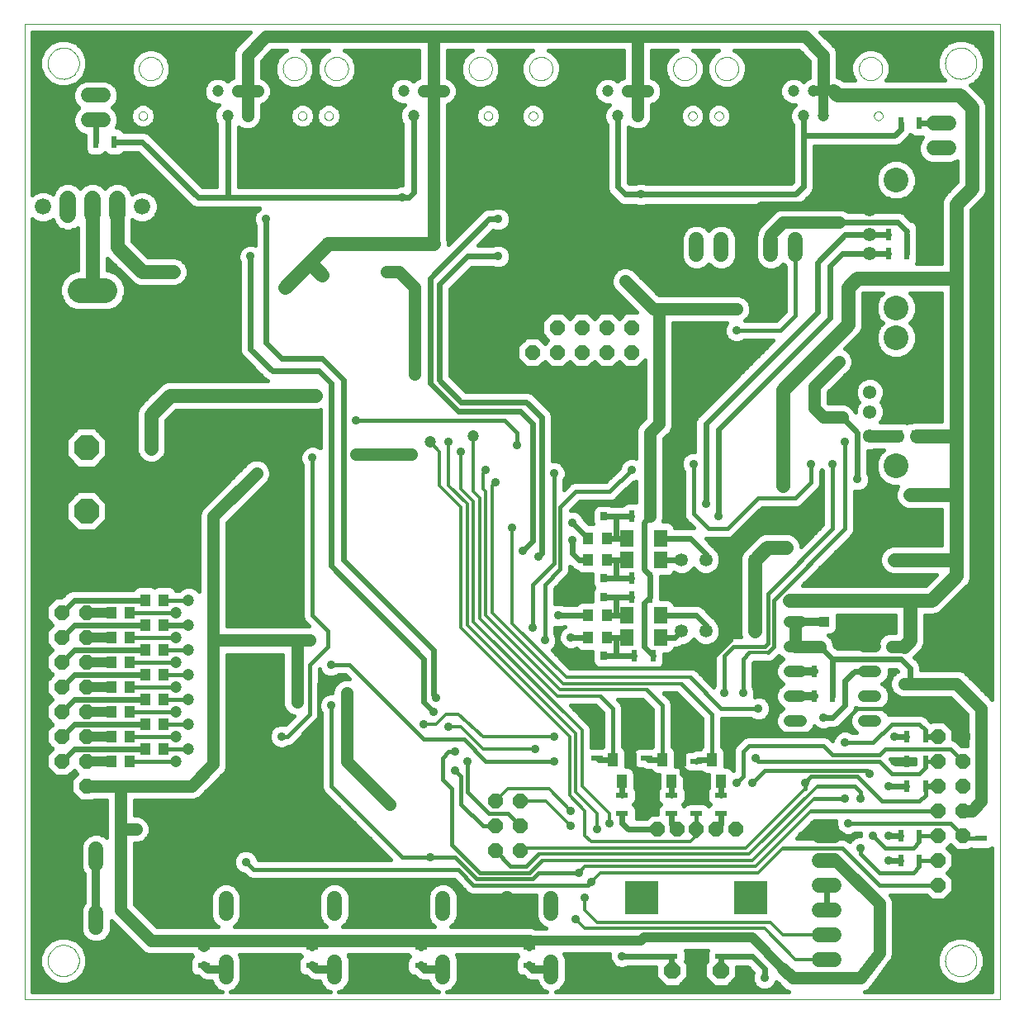
<source format=gbl>
G75*
G70*
%OFA0B0*%
%FSLAX24Y24*%
%IPPOS*%
%LPD*%
%AMOC8*
5,1,8,0,0,1.08239X$1,22.5*
%
%ADD10C,0.0000*%
%ADD11C,0.0600*%
%ADD12C,0.0480*%
%ADD13R,0.0413X0.0425*%
%ADD14R,0.0236X0.0512*%
%ADD15C,0.0472*%
%ADD16C,0.0543*%
%ADD17C,0.1000*%
%ADD18OC8,0.0591*%
%ADD19R,0.0433X0.0512*%
%ADD20OC8,0.0660*%
%ADD21R,0.1378X0.1378*%
%ADD22R,0.0512X0.0236*%
%ADD23R,0.0394X0.0551*%
%ADD24OC8,0.0600*%
%ADD25OC8,0.1000*%
%ADD26R,0.0276X0.0354*%
%ADD27R,0.0551X0.0709*%
%ADD28C,0.1000*%
%ADD29C,0.0650*%
%ADD30C,0.0660*%
%ADD31C,0.0531*%
%ADD32C,0.0400*%
%ADD33C,0.0500*%
%ADD34C,0.0320*%
%ADD35C,0.0356*%
%ADD36C,0.0240*%
%ADD37C,0.0160*%
%ADD38C,0.0120*%
%ADD39OC8,0.0356*%
%ADD40C,0.0560*%
D10*
X000825Y000180D02*
X000825Y039550D01*
X040195Y039550D01*
X040195Y000180D01*
X000825Y000180D01*
X001769Y001755D02*
X001771Y001805D01*
X001777Y001855D01*
X001787Y001904D01*
X001801Y001952D01*
X001818Y001999D01*
X001839Y002044D01*
X001864Y002088D01*
X001892Y002129D01*
X001924Y002168D01*
X001958Y002205D01*
X001995Y002239D01*
X002035Y002269D01*
X002077Y002296D01*
X002121Y002320D01*
X002167Y002341D01*
X002214Y002357D01*
X002262Y002370D01*
X002312Y002379D01*
X002361Y002384D01*
X002412Y002385D01*
X002462Y002382D01*
X002511Y002375D01*
X002560Y002364D01*
X002608Y002349D01*
X002654Y002331D01*
X002699Y002309D01*
X002742Y002283D01*
X002783Y002254D01*
X002822Y002222D01*
X002858Y002187D01*
X002890Y002149D01*
X002920Y002109D01*
X002947Y002066D01*
X002970Y002022D01*
X002989Y001976D01*
X003005Y001928D01*
X003017Y001879D01*
X003025Y001830D01*
X003029Y001780D01*
X003029Y001730D01*
X003025Y001680D01*
X003017Y001631D01*
X003005Y001582D01*
X002989Y001534D01*
X002970Y001488D01*
X002947Y001444D01*
X002920Y001401D01*
X002890Y001361D01*
X002858Y001323D01*
X002822Y001288D01*
X002783Y001256D01*
X002742Y001227D01*
X002699Y001201D01*
X002654Y001179D01*
X002608Y001161D01*
X002560Y001146D01*
X002511Y001135D01*
X002462Y001128D01*
X002412Y001125D01*
X002361Y001126D01*
X002312Y001131D01*
X002262Y001140D01*
X002214Y001153D01*
X002167Y001169D01*
X002121Y001190D01*
X002077Y001214D01*
X002035Y001241D01*
X001995Y001271D01*
X001958Y001305D01*
X001924Y001342D01*
X001892Y001381D01*
X001864Y001422D01*
X001839Y001466D01*
X001818Y001511D01*
X001801Y001558D01*
X001787Y001606D01*
X001777Y001655D01*
X001771Y001705D01*
X001769Y001755D01*
X005429Y035853D02*
X005431Y035879D01*
X005437Y035905D01*
X005447Y035930D01*
X005460Y035953D01*
X005476Y035973D01*
X005496Y035991D01*
X005518Y036006D01*
X005541Y036018D01*
X005567Y036026D01*
X005593Y036030D01*
X005619Y036030D01*
X005645Y036026D01*
X005671Y036018D01*
X005695Y036006D01*
X005716Y035991D01*
X005736Y035973D01*
X005752Y035953D01*
X005765Y035930D01*
X005775Y035905D01*
X005781Y035879D01*
X005783Y035853D01*
X005781Y035827D01*
X005775Y035801D01*
X005765Y035776D01*
X005752Y035753D01*
X005736Y035733D01*
X005716Y035715D01*
X005694Y035700D01*
X005671Y035688D01*
X005645Y035680D01*
X005619Y035676D01*
X005593Y035676D01*
X005567Y035680D01*
X005541Y035688D01*
X005517Y035700D01*
X005496Y035715D01*
X005476Y035733D01*
X005460Y035753D01*
X005447Y035776D01*
X005437Y035801D01*
X005431Y035827D01*
X005429Y035853D01*
X005449Y037759D02*
X005451Y037802D01*
X005457Y037844D01*
X005467Y037886D01*
X005480Y037927D01*
X005497Y037967D01*
X005518Y038004D01*
X005542Y038040D01*
X005569Y038073D01*
X005599Y038104D01*
X005632Y038132D01*
X005667Y038157D01*
X005704Y038178D01*
X005743Y038196D01*
X005783Y038210D01*
X005825Y038221D01*
X005867Y038228D01*
X005910Y038231D01*
X005953Y038230D01*
X005996Y038225D01*
X006038Y038216D01*
X006079Y038204D01*
X006119Y038188D01*
X006157Y038168D01*
X006193Y038145D01*
X006227Y038118D01*
X006259Y038089D01*
X006287Y038057D01*
X006313Y038022D01*
X006335Y037986D01*
X006354Y037947D01*
X006369Y037907D01*
X006381Y037866D01*
X006389Y037823D01*
X006393Y037780D01*
X006393Y037738D01*
X006389Y037695D01*
X006381Y037652D01*
X006369Y037611D01*
X006354Y037571D01*
X006335Y037532D01*
X006313Y037496D01*
X006287Y037461D01*
X006259Y037429D01*
X006227Y037400D01*
X006193Y037373D01*
X006157Y037350D01*
X006119Y037330D01*
X006079Y037314D01*
X006038Y037302D01*
X005996Y037293D01*
X005953Y037288D01*
X005910Y037287D01*
X005867Y037290D01*
X005825Y037297D01*
X005783Y037308D01*
X005743Y037322D01*
X005704Y037340D01*
X005667Y037361D01*
X005632Y037386D01*
X005599Y037414D01*
X005569Y037445D01*
X005542Y037478D01*
X005518Y037514D01*
X005497Y037551D01*
X005480Y037591D01*
X005467Y037632D01*
X005457Y037674D01*
X005451Y037716D01*
X005449Y037759D01*
X001769Y037975D02*
X001771Y038025D01*
X001777Y038075D01*
X001787Y038124D01*
X001801Y038172D01*
X001818Y038219D01*
X001839Y038264D01*
X001864Y038308D01*
X001892Y038349D01*
X001924Y038388D01*
X001958Y038425D01*
X001995Y038459D01*
X002035Y038489D01*
X002077Y038516D01*
X002121Y038540D01*
X002167Y038561D01*
X002214Y038577D01*
X002262Y038590D01*
X002312Y038599D01*
X002361Y038604D01*
X002412Y038605D01*
X002462Y038602D01*
X002511Y038595D01*
X002560Y038584D01*
X002608Y038569D01*
X002654Y038551D01*
X002699Y038529D01*
X002742Y038503D01*
X002783Y038474D01*
X002822Y038442D01*
X002858Y038407D01*
X002890Y038369D01*
X002920Y038329D01*
X002947Y038286D01*
X002970Y038242D01*
X002989Y038196D01*
X003005Y038148D01*
X003017Y038099D01*
X003025Y038050D01*
X003029Y038000D01*
X003029Y037950D01*
X003025Y037900D01*
X003017Y037851D01*
X003005Y037802D01*
X002989Y037754D01*
X002970Y037708D01*
X002947Y037664D01*
X002920Y037621D01*
X002890Y037581D01*
X002858Y037543D01*
X002822Y037508D01*
X002783Y037476D01*
X002742Y037447D01*
X002699Y037421D01*
X002654Y037399D01*
X002608Y037381D01*
X002560Y037366D01*
X002511Y037355D01*
X002462Y037348D01*
X002412Y037345D01*
X002361Y037346D01*
X002312Y037351D01*
X002262Y037360D01*
X002214Y037373D01*
X002167Y037389D01*
X002121Y037410D01*
X002077Y037434D01*
X002035Y037461D01*
X001995Y037491D01*
X001958Y037525D01*
X001924Y037562D01*
X001892Y037601D01*
X001864Y037642D01*
X001839Y037686D01*
X001818Y037731D01*
X001801Y037778D01*
X001787Y037826D01*
X001777Y037875D01*
X001771Y037925D01*
X001769Y037975D01*
X011256Y037759D02*
X011258Y037802D01*
X011264Y037844D01*
X011274Y037886D01*
X011287Y037927D01*
X011304Y037967D01*
X011325Y038004D01*
X011349Y038040D01*
X011376Y038073D01*
X011406Y038104D01*
X011439Y038132D01*
X011474Y038157D01*
X011511Y038178D01*
X011550Y038196D01*
X011590Y038210D01*
X011632Y038221D01*
X011674Y038228D01*
X011717Y038231D01*
X011760Y038230D01*
X011803Y038225D01*
X011845Y038216D01*
X011886Y038204D01*
X011926Y038188D01*
X011964Y038168D01*
X012000Y038145D01*
X012034Y038118D01*
X012066Y038089D01*
X012094Y038057D01*
X012120Y038022D01*
X012142Y037986D01*
X012161Y037947D01*
X012176Y037907D01*
X012188Y037866D01*
X012196Y037823D01*
X012200Y037780D01*
X012200Y037738D01*
X012196Y037695D01*
X012188Y037652D01*
X012176Y037611D01*
X012161Y037571D01*
X012142Y037532D01*
X012120Y037496D01*
X012094Y037461D01*
X012066Y037429D01*
X012034Y037400D01*
X012000Y037373D01*
X011964Y037350D01*
X011926Y037330D01*
X011886Y037314D01*
X011845Y037302D01*
X011803Y037293D01*
X011760Y037288D01*
X011717Y037287D01*
X011674Y037290D01*
X011632Y037297D01*
X011590Y037308D01*
X011550Y037322D01*
X011511Y037340D01*
X011474Y037361D01*
X011439Y037386D01*
X011406Y037414D01*
X011376Y037445D01*
X011349Y037478D01*
X011325Y037514D01*
X011304Y037551D01*
X011287Y037591D01*
X011274Y037632D01*
X011264Y037674D01*
X011258Y037716D01*
X011256Y037759D01*
X011866Y035853D02*
X011868Y035879D01*
X011874Y035905D01*
X011884Y035930D01*
X011897Y035953D01*
X011913Y035973D01*
X011933Y035991D01*
X011955Y036006D01*
X011978Y036018D01*
X012004Y036026D01*
X012030Y036030D01*
X012056Y036030D01*
X012082Y036026D01*
X012108Y036018D01*
X012132Y036006D01*
X012153Y035991D01*
X012173Y035973D01*
X012189Y035953D01*
X012202Y035930D01*
X012212Y035905D01*
X012218Y035879D01*
X012220Y035853D01*
X012218Y035827D01*
X012212Y035801D01*
X012202Y035776D01*
X012189Y035753D01*
X012173Y035733D01*
X012153Y035715D01*
X012131Y035700D01*
X012108Y035688D01*
X012082Y035680D01*
X012056Y035676D01*
X012030Y035676D01*
X012004Y035680D01*
X011978Y035688D01*
X011954Y035700D01*
X011933Y035715D01*
X011913Y035733D01*
X011897Y035753D01*
X011884Y035776D01*
X011874Y035801D01*
X011868Y035827D01*
X011866Y035853D01*
X012929Y035853D02*
X012931Y035879D01*
X012937Y035905D01*
X012947Y035930D01*
X012960Y035953D01*
X012976Y035973D01*
X012996Y035991D01*
X013018Y036006D01*
X013041Y036018D01*
X013067Y036026D01*
X013093Y036030D01*
X013119Y036030D01*
X013145Y036026D01*
X013171Y036018D01*
X013195Y036006D01*
X013216Y035991D01*
X013236Y035973D01*
X013252Y035953D01*
X013265Y035930D01*
X013275Y035905D01*
X013281Y035879D01*
X013283Y035853D01*
X013281Y035827D01*
X013275Y035801D01*
X013265Y035776D01*
X013252Y035753D01*
X013236Y035733D01*
X013216Y035715D01*
X013194Y035700D01*
X013171Y035688D01*
X013145Y035680D01*
X013119Y035676D01*
X013093Y035676D01*
X013067Y035680D01*
X013041Y035688D01*
X013017Y035700D01*
X012996Y035715D01*
X012976Y035733D01*
X012960Y035753D01*
X012947Y035776D01*
X012937Y035801D01*
X012931Y035827D01*
X012929Y035853D01*
X012949Y037759D02*
X012951Y037802D01*
X012957Y037844D01*
X012967Y037886D01*
X012980Y037927D01*
X012997Y037967D01*
X013018Y038004D01*
X013042Y038040D01*
X013069Y038073D01*
X013099Y038104D01*
X013132Y038132D01*
X013167Y038157D01*
X013204Y038178D01*
X013243Y038196D01*
X013283Y038210D01*
X013325Y038221D01*
X013367Y038228D01*
X013410Y038231D01*
X013453Y038230D01*
X013496Y038225D01*
X013538Y038216D01*
X013579Y038204D01*
X013619Y038188D01*
X013657Y038168D01*
X013693Y038145D01*
X013727Y038118D01*
X013759Y038089D01*
X013787Y038057D01*
X013813Y038022D01*
X013835Y037986D01*
X013854Y037947D01*
X013869Y037907D01*
X013881Y037866D01*
X013889Y037823D01*
X013893Y037780D01*
X013893Y037738D01*
X013889Y037695D01*
X013881Y037652D01*
X013869Y037611D01*
X013854Y037571D01*
X013835Y037532D01*
X013813Y037496D01*
X013787Y037461D01*
X013759Y037429D01*
X013727Y037400D01*
X013693Y037373D01*
X013657Y037350D01*
X013619Y037330D01*
X013579Y037314D01*
X013538Y037302D01*
X013496Y037293D01*
X013453Y037288D01*
X013410Y037287D01*
X013367Y037290D01*
X013325Y037297D01*
X013283Y037308D01*
X013243Y037322D01*
X013204Y037340D01*
X013167Y037361D01*
X013132Y037386D01*
X013099Y037414D01*
X013069Y037445D01*
X013042Y037478D01*
X013018Y037514D01*
X012997Y037551D01*
X012980Y037591D01*
X012967Y037632D01*
X012957Y037674D01*
X012951Y037716D01*
X012949Y037759D01*
X018756Y037759D02*
X018758Y037802D01*
X018764Y037844D01*
X018774Y037886D01*
X018787Y037927D01*
X018804Y037967D01*
X018825Y038004D01*
X018849Y038040D01*
X018876Y038073D01*
X018906Y038104D01*
X018939Y038132D01*
X018974Y038157D01*
X019011Y038178D01*
X019050Y038196D01*
X019090Y038210D01*
X019132Y038221D01*
X019174Y038228D01*
X019217Y038231D01*
X019260Y038230D01*
X019303Y038225D01*
X019345Y038216D01*
X019386Y038204D01*
X019426Y038188D01*
X019464Y038168D01*
X019500Y038145D01*
X019534Y038118D01*
X019566Y038089D01*
X019594Y038057D01*
X019620Y038022D01*
X019642Y037986D01*
X019661Y037947D01*
X019676Y037907D01*
X019688Y037866D01*
X019696Y037823D01*
X019700Y037780D01*
X019700Y037738D01*
X019696Y037695D01*
X019688Y037652D01*
X019676Y037611D01*
X019661Y037571D01*
X019642Y037532D01*
X019620Y037496D01*
X019594Y037461D01*
X019566Y037429D01*
X019534Y037400D01*
X019500Y037373D01*
X019464Y037350D01*
X019426Y037330D01*
X019386Y037314D01*
X019345Y037302D01*
X019303Y037293D01*
X019260Y037288D01*
X019217Y037287D01*
X019174Y037290D01*
X019132Y037297D01*
X019090Y037308D01*
X019050Y037322D01*
X019011Y037340D01*
X018974Y037361D01*
X018939Y037386D01*
X018906Y037414D01*
X018876Y037445D01*
X018849Y037478D01*
X018825Y037514D01*
X018804Y037551D01*
X018787Y037591D01*
X018774Y037632D01*
X018764Y037674D01*
X018758Y037716D01*
X018756Y037759D01*
X019366Y035853D02*
X019368Y035879D01*
X019374Y035905D01*
X019384Y035930D01*
X019397Y035953D01*
X019413Y035973D01*
X019433Y035991D01*
X019455Y036006D01*
X019478Y036018D01*
X019504Y036026D01*
X019530Y036030D01*
X019556Y036030D01*
X019582Y036026D01*
X019608Y036018D01*
X019632Y036006D01*
X019653Y035991D01*
X019673Y035973D01*
X019689Y035953D01*
X019702Y035930D01*
X019712Y035905D01*
X019718Y035879D01*
X019720Y035853D01*
X019718Y035827D01*
X019712Y035801D01*
X019702Y035776D01*
X019689Y035753D01*
X019673Y035733D01*
X019653Y035715D01*
X019631Y035700D01*
X019608Y035688D01*
X019582Y035680D01*
X019556Y035676D01*
X019530Y035676D01*
X019504Y035680D01*
X019478Y035688D01*
X019454Y035700D01*
X019433Y035715D01*
X019413Y035733D01*
X019397Y035753D01*
X019384Y035776D01*
X019374Y035801D01*
X019368Y035827D01*
X019366Y035853D01*
X021179Y035853D02*
X021181Y035879D01*
X021187Y035905D01*
X021197Y035930D01*
X021210Y035953D01*
X021226Y035973D01*
X021246Y035991D01*
X021268Y036006D01*
X021291Y036018D01*
X021317Y036026D01*
X021343Y036030D01*
X021369Y036030D01*
X021395Y036026D01*
X021421Y036018D01*
X021445Y036006D01*
X021466Y035991D01*
X021486Y035973D01*
X021502Y035953D01*
X021515Y035930D01*
X021525Y035905D01*
X021531Y035879D01*
X021533Y035853D01*
X021531Y035827D01*
X021525Y035801D01*
X021515Y035776D01*
X021502Y035753D01*
X021486Y035733D01*
X021466Y035715D01*
X021444Y035700D01*
X021421Y035688D01*
X021395Y035680D01*
X021369Y035676D01*
X021343Y035676D01*
X021317Y035680D01*
X021291Y035688D01*
X021267Y035700D01*
X021246Y035715D01*
X021226Y035733D01*
X021210Y035753D01*
X021197Y035776D01*
X021187Y035801D01*
X021181Y035827D01*
X021179Y035853D01*
X021199Y037759D02*
X021201Y037802D01*
X021207Y037844D01*
X021217Y037886D01*
X021230Y037927D01*
X021247Y037967D01*
X021268Y038004D01*
X021292Y038040D01*
X021319Y038073D01*
X021349Y038104D01*
X021382Y038132D01*
X021417Y038157D01*
X021454Y038178D01*
X021493Y038196D01*
X021533Y038210D01*
X021575Y038221D01*
X021617Y038228D01*
X021660Y038231D01*
X021703Y038230D01*
X021746Y038225D01*
X021788Y038216D01*
X021829Y038204D01*
X021869Y038188D01*
X021907Y038168D01*
X021943Y038145D01*
X021977Y038118D01*
X022009Y038089D01*
X022037Y038057D01*
X022063Y038022D01*
X022085Y037986D01*
X022104Y037947D01*
X022119Y037907D01*
X022131Y037866D01*
X022139Y037823D01*
X022143Y037780D01*
X022143Y037738D01*
X022139Y037695D01*
X022131Y037652D01*
X022119Y037611D01*
X022104Y037571D01*
X022085Y037532D01*
X022063Y037496D01*
X022037Y037461D01*
X022009Y037429D01*
X021977Y037400D01*
X021943Y037373D01*
X021907Y037350D01*
X021869Y037330D01*
X021829Y037314D01*
X021788Y037302D01*
X021746Y037293D01*
X021703Y037288D01*
X021660Y037287D01*
X021617Y037290D01*
X021575Y037297D01*
X021533Y037308D01*
X021493Y037322D01*
X021454Y037340D01*
X021417Y037361D01*
X021382Y037386D01*
X021349Y037414D01*
X021319Y037445D01*
X021292Y037478D01*
X021268Y037514D01*
X021247Y037551D01*
X021230Y037591D01*
X021217Y037632D01*
X021207Y037674D01*
X021201Y037716D01*
X021199Y037759D01*
X027006Y037759D02*
X027008Y037802D01*
X027014Y037844D01*
X027024Y037886D01*
X027037Y037927D01*
X027054Y037967D01*
X027075Y038004D01*
X027099Y038040D01*
X027126Y038073D01*
X027156Y038104D01*
X027189Y038132D01*
X027224Y038157D01*
X027261Y038178D01*
X027300Y038196D01*
X027340Y038210D01*
X027382Y038221D01*
X027424Y038228D01*
X027467Y038231D01*
X027510Y038230D01*
X027553Y038225D01*
X027595Y038216D01*
X027636Y038204D01*
X027676Y038188D01*
X027714Y038168D01*
X027750Y038145D01*
X027784Y038118D01*
X027816Y038089D01*
X027844Y038057D01*
X027870Y038022D01*
X027892Y037986D01*
X027911Y037947D01*
X027926Y037907D01*
X027938Y037866D01*
X027946Y037823D01*
X027950Y037780D01*
X027950Y037738D01*
X027946Y037695D01*
X027938Y037652D01*
X027926Y037611D01*
X027911Y037571D01*
X027892Y037532D01*
X027870Y037496D01*
X027844Y037461D01*
X027816Y037429D01*
X027784Y037400D01*
X027750Y037373D01*
X027714Y037350D01*
X027676Y037330D01*
X027636Y037314D01*
X027595Y037302D01*
X027553Y037293D01*
X027510Y037288D01*
X027467Y037287D01*
X027424Y037290D01*
X027382Y037297D01*
X027340Y037308D01*
X027300Y037322D01*
X027261Y037340D01*
X027224Y037361D01*
X027189Y037386D01*
X027156Y037414D01*
X027126Y037445D01*
X027099Y037478D01*
X027075Y037514D01*
X027054Y037551D01*
X027037Y037591D01*
X027024Y037632D01*
X027014Y037674D01*
X027008Y037716D01*
X027006Y037759D01*
X027616Y035853D02*
X027618Y035879D01*
X027624Y035905D01*
X027634Y035930D01*
X027647Y035953D01*
X027663Y035973D01*
X027683Y035991D01*
X027705Y036006D01*
X027728Y036018D01*
X027754Y036026D01*
X027780Y036030D01*
X027806Y036030D01*
X027832Y036026D01*
X027858Y036018D01*
X027882Y036006D01*
X027903Y035991D01*
X027923Y035973D01*
X027939Y035953D01*
X027952Y035930D01*
X027962Y035905D01*
X027968Y035879D01*
X027970Y035853D01*
X027968Y035827D01*
X027962Y035801D01*
X027952Y035776D01*
X027939Y035753D01*
X027923Y035733D01*
X027903Y035715D01*
X027881Y035700D01*
X027858Y035688D01*
X027832Y035680D01*
X027806Y035676D01*
X027780Y035676D01*
X027754Y035680D01*
X027728Y035688D01*
X027704Y035700D01*
X027683Y035715D01*
X027663Y035733D01*
X027647Y035753D01*
X027634Y035776D01*
X027624Y035801D01*
X027618Y035827D01*
X027616Y035853D01*
X028679Y035853D02*
X028681Y035879D01*
X028687Y035905D01*
X028697Y035930D01*
X028710Y035953D01*
X028726Y035973D01*
X028746Y035991D01*
X028768Y036006D01*
X028791Y036018D01*
X028817Y036026D01*
X028843Y036030D01*
X028869Y036030D01*
X028895Y036026D01*
X028921Y036018D01*
X028945Y036006D01*
X028966Y035991D01*
X028986Y035973D01*
X029002Y035953D01*
X029015Y035930D01*
X029025Y035905D01*
X029031Y035879D01*
X029033Y035853D01*
X029031Y035827D01*
X029025Y035801D01*
X029015Y035776D01*
X029002Y035753D01*
X028986Y035733D01*
X028966Y035715D01*
X028944Y035700D01*
X028921Y035688D01*
X028895Y035680D01*
X028869Y035676D01*
X028843Y035676D01*
X028817Y035680D01*
X028791Y035688D01*
X028767Y035700D01*
X028746Y035715D01*
X028726Y035733D01*
X028710Y035753D01*
X028697Y035776D01*
X028687Y035801D01*
X028681Y035827D01*
X028679Y035853D01*
X028699Y037759D02*
X028701Y037802D01*
X028707Y037844D01*
X028717Y037886D01*
X028730Y037927D01*
X028747Y037967D01*
X028768Y038004D01*
X028792Y038040D01*
X028819Y038073D01*
X028849Y038104D01*
X028882Y038132D01*
X028917Y038157D01*
X028954Y038178D01*
X028993Y038196D01*
X029033Y038210D01*
X029075Y038221D01*
X029117Y038228D01*
X029160Y038231D01*
X029203Y038230D01*
X029246Y038225D01*
X029288Y038216D01*
X029329Y038204D01*
X029369Y038188D01*
X029407Y038168D01*
X029443Y038145D01*
X029477Y038118D01*
X029509Y038089D01*
X029537Y038057D01*
X029563Y038022D01*
X029585Y037986D01*
X029604Y037947D01*
X029619Y037907D01*
X029631Y037866D01*
X029639Y037823D01*
X029643Y037780D01*
X029643Y037738D01*
X029639Y037695D01*
X029631Y037652D01*
X029619Y037611D01*
X029604Y037571D01*
X029585Y037532D01*
X029563Y037496D01*
X029537Y037461D01*
X029509Y037429D01*
X029477Y037400D01*
X029443Y037373D01*
X029407Y037350D01*
X029369Y037330D01*
X029329Y037314D01*
X029288Y037302D01*
X029246Y037293D01*
X029203Y037288D01*
X029160Y037287D01*
X029117Y037290D01*
X029075Y037297D01*
X029033Y037308D01*
X028993Y037322D01*
X028954Y037340D01*
X028917Y037361D01*
X028882Y037386D01*
X028849Y037414D01*
X028819Y037445D01*
X028792Y037478D01*
X028768Y037514D01*
X028747Y037551D01*
X028730Y037591D01*
X028717Y037632D01*
X028707Y037674D01*
X028701Y037716D01*
X028699Y037759D01*
X034506Y037759D02*
X034508Y037802D01*
X034514Y037844D01*
X034524Y037886D01*
X034537Y037927D01*
X034554Y037967D01*
X034575Y038004D01*
X034599Y038040D01*
X034626Y038073D01*
X034656Y038104D01*
X034689Y038132D01*
X034724Y038157D01*
X034761Y038178D01*
X034800Y038196D01*
X034840Y038210D01*
X034882Y038221D01*
X034924Y038228D01*
X034967Y038231D01*
X035010Y038230D01*
X035053Y038225D01*
X035095Y038216D01*
X035136Y038204D01*
X035176Y038188D01*
X035214Y038168D01*
X035250Y038145D01*
X035284Y038118D01*
X035316Y038089D01*
X035344Y038057D01*
X035370Y038022D01*
X035392Y037986D01*
X035411Y037947D01*
X035426Y037907D01*
X035438Y037866D01*
X035446Y037823D01*
X035450Y037780D01*
X035450Y037738D01*
X035446Y037695D01*
X035438Y037652D01*
X035426Y037611D01*
X035411Y037571D01*
X035392Y037532D01*
X035370Y037496D01*
X035344Y037461D01*
X035316Y037429D01*
X035284Y037400D01*
X035250Y037373D01*
X035214Y037350D01*
X035176Y037330D01*
X035136Y037314D01*
X035095Y037302D01*
X035053Y037293D01*
X035010Y037288D01*
X034967Y037287D01*
X034924Y037290D01*
X034882Y037297D01*
X034840Y037308D01*
X034800Y037322D01*
X034761Y037340D01*
X034724Y037361D01*
X034689Y037386D01*
X034656Y037414D01*
X034626Y037445D01*
X034599Y037478D01*
X034575Y037514D01*
X034554Y037551D01*
X034537Y037591D01*
X034524Y037632D01*
X034514Y037674D01*
X034508Y037716D01*
X034506Y037759D01*
X035116Y035853D02*
X035118Y035879D01*
X035124Y035905D01*
X035134Y035930D01*
X035147Y035953D01*
X035163Y035973D01*
X035183Y035991D01*
X035205Y036006D01*
X035228Y036018D01*
X035254Y036026D01*
X035280Y036030D01*
X035306Y036030D01*
X035332Y036026D01*
X035358Y036018D01*
X035382Y036006D01*
X035403Y035991D01*
X035423Y035973D01*
X035439Y035953D01*
X035452Y035930D01*
X035462Y035905D01*
X035468Y035879D01*
X035470Y035853D01*
X035468Y035827D01*
X035462Y035801D01*
X035452Y035776D01*
X035439Y035753D01*
X035423Y035733D01*
X035403Y035715D01*
X035381Y035700D01*
X035358Y035688D01*
X035332Y035680D01*
X035306Y035676D01*
X035280Y035676D01*
X035254Y035680D01*
X035228Y035688D01*
X035204Y035700D01*
X035183Y035715D01*
X035163Y035733D01*
X035147Y035753D01*
X035134Y035776D01*
X035124Y035801D01*
X035118Y035827D01*
X035116Y035853D01*
X037990Y037975D02*
X037992Y038025D01*
X037998Y038075D01*
X038008Y038124D01*
X038022Y038172D01*
X038039Y038219D01*
X038060Y038264D01*
X038085Y038308D01*
X038113Y038349D01*
X038145Y038388D01*
X038179Y038425D01*
X038216Y038459D01*
X038256Y038489D01*
X038298Y038516D01*
X038342Y038540D01*
X038388Y038561D01*
X038435Y038577D01*
X038483Y038590D01*
X038533Y038599D01*
X038582Y038604D01*
X038633Y038605D01*
X038683Y038602D01*
X038732Y038595D01*
X038781Y038584D01*
X038829Y038569D01*
X038875Y038551D01*
X038920Y038529D01*
X038963Y038503D01*
X039004Y038474D01*
X039043Y038442D01*
X039079Y038407D01*
X039111Y038369D01*
X039141Y038329D01*
X039168Y038286D01*
X039191Y038242D01*
X039210Y038196D01*
X039226Y038148D01*
X039238Y038099D01*
X039246Y038050D01*
X039250Y038000D01*
X039250Y037950D01*
X039246Y037900D01*
X039238Y037851D01*
X039226Y037802D01*
X039210Y037754D01*
X039191Y037708D01*
X039168Y037664D01*
X039141Y037621D01*
X039111Y037581D01*
X039079Y037543D01*
X039043Y037508D01*
X039004Y037476D01*
X038963Y037447D01*
X038920Y037421D01*
X038875Y037399D01*
X038829Y037381D01*
X038781Y037366D01*
X038732Y037355D01*
X038683Y037348D01*
X038633Y037345D01*
X038582Y037346D01*
X038533Y037351D01*
X038483Y037360D01*
X038435Y037373D01*
X038388Y037389D01*
X038342Y037410D01*
X038298Y037434D01*
X038256Y037461D01*
X038216Y037491D01*
X038179Y037525D01*
X038145Y037562D01*
X038113Y037601D01*
X038085Y037642D01*
X038060Y037686D01*
X038039Y037731D01*
X038022Y037778D01*
X038008Y037826D01*
X037998Y037875D01*
X037992Y037925D01*
X037990Y037975D01*
X037990Y001755D02*
X037992Y001805D01*
X037998Y001855D01*
X038008Y001904D01*
X038022Y001952D01*
X038039Y001999D01*
X038060Y002044D01*
X038085Y002088D01*
X038113Y002129D01*
X038145Y002168D01*
X038179Y002205D01*
X038216Y002239D01*
X038256Y002269D01*
X038298Y002296D01*
X038342Y002320D01*
X038388Y002341D01*
X038435Y002357D01*
X038483Y002370D01*
X038533Y002379D01*
X038582Y002384D01*
X038633Y002385D01*
X038683Y002382D01*
X038732Y002375D01*
X038781Y002364D01*
X038829Y002349D01*
X038875Y002331D01*
X038920Y002309D01*
X038963Y002283D01*
X039004Y002254D01*
X039043Y002222D01*
X039079Y002187D01*
X039111Y002149D01*
X039141Y002109D01*
X039168Y002066D01*
X039191Y002022D01*
X039210Y001976D01*
X039226Y001928D01*
X039238Y001879D01*
X039246Y001830D01*
X039250Y001780D01*
X039250Y001730D01*
X039246Y001680D01*
X039238Y001631D01*
X039226Y001582D01*
X039210Y001534D01*
X039191Y001488D01*
X039168Y001444D01*
X039141Y001401D01*
X039111Y001361D01*
X039079Y001323D01*
X039043Y001288D01*
X039004Y001256D01*
X038963Y001227D01*
X038920Y001201D01*
X038875Y001179D01*
X038829Y001161D01*
X038781Y001146D01*
X038732Y001135D01*
X038683Y001128D01*
X038633Y001125D01*
X038582Y001126D01*
X038533Y001131D01*
X038483Y001140D01*
X038435Y001153D01*
X038388Y001169D01*
X038342Y001190D01*
X038298Y001214D01*
X038256Y001241D01*
X038216Y001271D01*
X038179Y001305D01*
X038145Y001342D01*
X038113Y001381D01*
X038085Y001422D01*
X038060Y001466D01*
X038039Y001511D01*
X038022Y001558D01*
X038008Y001606D01*
X037998Y001655D01*
X037992Y001705D01*
X037990Y001755D01*
D11*
X033500Y001805D02*
X032900Y001805D01*
X032900Y002805D02*
X033500Y002805D01*
X033500Y003805D02*
X032900Y003805D01*
X032900Y004805D02*
X033500Y004805D01*
X033500Y005805D02*
X032900Y005805D01*
X032900Y006805D02*
X033500Y006805D01*
X022090Y004260D02*
X022090Y003660D01*
X020310Y003660D02*
X020310Y004260D01*
X020310Y001700D02*
X020310Y001100D01*
X022090Y001100D02*
X022090Y001700D01*
X017715Y001700D02*
X017715Y001100D01*
X015935Y001100D02*
X015935Y001700D01*
X015935Y003660D02*
X015935Y004260D01*
X017715Y004260D02*
X017715Y003660D01*
X013340Y003660D02*
X013340Y004260D01*
X011560Y004260D02*
X011560Y003660D01*
X011560Y001700D02*
X011560Y001100D01*
X013340Y001100D02*
X013340Y001700D01*
X008965Y001700D02*
X008965Y001100D01*
X007185Y001100D02*
X007185Y001700D01*
X007185Y003660D02*
X007185Y004260D01*
X008965Y004260D02*
X008965Y003660D01*
X003715Y003700D02*
X003715Y003100D01*
X001935Y003100D02*
X001935Y003700D01*
X001935Y005660D02*
X001935Y006260D01*
X003715Y006260D02*
X003715Y005660D01*
X027950Y030255D02*
X027950Y030855D01*
X028950Y030855D02*
X028950Y030255D01*
X029950Y030255D02*
X029950Y030855D01*
X030950Y030855D02*
X030950Y030255D01*
X031950Y030255D02*
X031950Y030855D01*
X037525Y034555D02*
X038125Y034555D01*
X038125Y035555D02*
X037525Y035555D01*
X004000Y035680D02*
X003400Y035680D01*
X003400Y036680D02*
X004000Y036680D01*
D12*
X031710Y015430D02*
X032190Y015430D01*
X032190Y014430D02*
X031710Y014430D01*
X031710Y013430D02*
X032190Y013430D01*
X032190Y012430D02*
X031710Y012430D01*
X031710Y011430D02*
X032190Y011430D01*
X034710Y011430D02*
X035190Y011430D01*
X035190Y012430D02*
X034710Y012430D01*
X034710Y013430D02*
X035190Y013430D01*
X035190Y014430D02*
X034710Y014430D01*
X034710Y015430D02*
X035190Y015430D01*
D13*
X033794Y015430D03*
X033105Y015430D03*
D14*
X033449Y013430D03*
X032701Y013430D03*
X032701Y012430D03*
X033449Y012430D03*
X036451Y010805D03*
X037199Y010805D03*
X037199Y009805D03*
X036451Y009805D03*
X036451Y008805D03*
X037199Y008805D03*
X036949Y006805D03*
X036201Y006805D03*
X036201Y005805D03*
X036949Y005805D03*
X026199Y014055D03*
X025451Y014055D03*
X025326Y016430D03*
X026074Y016430D03*
X026074Y017180D03*
X025326Y017180D03*
X025326Y019680D03*
X026074Y019680D03*
X035701Y030305D03*
X036449Y030305D03*
X036449Y031055D03*
X035701Y031055D03*
X036201Y035555D03*
X036949Y035555D03*
X004449Y034805D03*
X003701Y034805D03*
D15*
X007419Y035853D03*
X008222Y035853D03*
X009025Y035853D03*
X009829Y035853D03*
X010230Y036853D03*
X009427Y036853D03*
X008624Y036853D03*
X007821Y036853D03*
X014919Y035853D03*
X015722Y035853D03*
X016525Y035853D03*
X017329Y035853D03*
X017730Y036853D03*
X016927Y036853D03*
X016124Y036853D03*
X015321Y036853D03*
X023169Y035853D03*
X023972Y035853D03*
X024775Y035853D03*
X025579Y035853D03*
X025980Y036853D03*
X025177Y036853D03*
X024374Y036853D03*
X023571Y036853D03*
X030669Y035853D03*
X031472Y035853D03*
X032275Y035853D03*
X033079Y035853D03*
X033480Y036853D03*
X032677Y036853D03*
X031874Y036853D03*
X031071Y036853D03*
X018950Y022930D03*
X017200Y022680D03*
X007450Y016305D03*
X006950Y015805D03*
X007450Y015305D03*
X006950Y014805D03*
X007450Y014305D03*
X006950Y013805D03*
X007450Y013305D03*
X006950Y012805D03*
X007450Y012305D03*
X006950Y011805D03*
X007450Y011305D03*
X006950Y010805D03*
X007450Y010305D03*
X006950Y009805D03*
D16*
X034950Y022927D03*
X034950Y023911D03*
X034950Y024699D03*
X034950Y025683D03*
X034950Y029302D03*
X034950Y030286D03*
X034950Y031074D03*
X034950Y032058D03*
D17*
X036017Y033267D03*
X036017Y028093D03*
X036017Y026892D03*
X036017Y021718D03*
D18*
X025325Y026305D03*
X025325Y027305D03*
X024325Y027305D03*
X024325Y026305D03*
X023325Y026305D03*
X023325Y027305D03*
X022325Y027305D03*
X022325Y026305D03*
X021325Y026305D03*
X021325Y027305D03*
X037700Y010805D03*
X038700Y010805D03*
X038700Y009805D03*
X038700Y008805D03*
X038700Y007805D03*
X038700Y006805D03*
X038700Y005805D03*
X038700Y004805D03*
X037700Y004805D03*
X037700Y005805D03*
X037700Y006805D03*
X037700Y007805D03*
X037700Y008805D03*
X037700Y009805D03*
X029524Y007061D03*
X028737Y007061D03*
X027950Y007061D03*
X027162Y007061D03*
X026375Y007061D03*
X003325Y008805D03*
X003325Y009805D03*
X003325Y010805D03*
X003325Y011805D03*
X003325Y012805D03*
X003325Y013805D03*
X003325Y014805D03*
X003325Y015805D03*
X002325Y015805D03*
X002325Y014805D03*
X002325Y013805D03*
X002325Y012805D03*
X002325Y011805D03*
X002325Y010805D03*
X002325Y009805D03*
X002325Y008805D03*
D19*
X004326Y009805D03*
X005074Y009805D03*
X005701Y010305D03*
X006449Y010305D03*
X006449Y011305D03*
X005701Y011305D03*
X005074Y010805D03*
X004326Y010805D03*
X004326Y011805D03*
X005074Y011805D03*
X005701Y012305D03*
X006449Y012305D03*
X006449Y013305D03*
X005701Y013305D03*
X005074Y012805D03*
X004326Y012805D03*
X004326Y013805D03*
X005074Y013805D03*
X005701Y014305D03*
X005074Y014805D03*
X005701Y015305D03*
X005074Y015805D03*
X004326Y015805D03*
X004326Y014805D03*
X005701Y016305D03*
X006449Y016305D03*
X006449Y015305D03*
X006449Y014305D03*
X023576Y014805D03*
X024324Y014805D03*
X024324Y015680D03*
X023576Y015680D03*
X023576Y017930D03*
X024324Y017930D03*
X024324Y018805D03*
X023576Y018805D03*
X036076Y022930D03*
X036824Y022930D03*
D20*
X028934Y001352D03*
X027950Y001352D03*
X026965Y001352D03*
D21*
X025745Y004305D03*
X030154Y004305D03*
D22*
X028950Y002679D03*
X028950Y001931D03*
X026950Y001931D03*
X026950Y002679D03*
X026950Y007681D03*
X026950Y008429D03*
X027950Y008429D03*
X027950Y009056D03*
X027950Y009804D03*
X028950Y008429D03*
X028950Y007681D03*
X027950Y007681D03*
X025950Y009931D03*
X025950Y010679D03*
X023950Y010679D03*
X023950Y009931D03*
X024950Y008429D03*
X024950Y007681D03*
X021200Y002304D03*
X021200Y001556D03*
X016825Y001556D03*
X016825Y002304D03*
X012450Y002304D03*
X012450Y001556D03*
X008075Y001556D03*
X008075Y002304D03*
X039450Y005931D03*
X039450Y006679D03*
D23*
X029324Y009863D03*
X028576Y009863D03*
X028950Y008997D03*
X027324Y009863D03*
X026576Y009863D03*
X026950Y008997D03*
X025324Y009863D03*
X024576Y009863D03*
X024950Y008997D03*
D24*
X020825Y008180D03*
X020825Y007180D03*
X019825Y007180D03*
X019825Y008180D03*
X019825Y006180D03*
X020825Y006180D03*
D25*
X003325Y019900D03*
X003325Y022460D03*
D26*
X023694Y019680D03*
X024206Y019680D03*
X024206Y017180D03*
X023694Y017180D03*
X023694Y016430D03*
X024206Y016430D03*
X024206Y014055D03*
X023694Y014055D03*
D27*
X025155Y014805D03*
X025155Y015680D03*
X026494Y015680D03*
X026494Y014805D03*
X026494Y017930D03*
X026494Y018805D03*
X025155Y018805D03*
X025155Y017930D03*
D28*
X004075Y025805D02*
X003075Y025805D01*
X003075Y028805D02*
X004075Y028805D01*
D29*
X004575Y031855D02*
X004575Y032505D01*
X003575Y032505D02*
X003575Y031855D01*
X002575Y031855D02*
X002575Y032505D01*
D30*
X001575Y032180D03*
X005575Y032180D03*
D31*
X027348Y017930D03*
X028333Y017930D03*
X029317Y017930D03*
X030301Y017930D03*
X030301Y015055D03*
X029317Y015055D03*
X028333Y015055D03*
X027348Y015055D03*
D32*
X038325Y017930D02*
X038450Y017930D01*
X039450Y015055D02*
X039450Y027555D01*
X038447Y029302D02*
X038450Y029305D01*
X034950Y032058D02*
X034825Y032180D01*
X030581Y032180D01*
X030578Y032183D01*
X029950Y031555D01*
X029950Y030555D01*
X029950Y029055D01*
X030825Y028180D01*
X030950Y030305D02*
X030950Y030555D01*
X033079Y035853D02*
X033075Y035857D01*
X033075Y036853D01*
X032677Y036853D01*
X033075Y036853D02*
X033480Y036853D01*
X025579Y035853D02*
X025575Y035857D01*
X017329Y035853D02*
X017325Y035857D01*
X009829Y035853D02*
X009825Y035857D01*
X009825Y036805D02*
X009825Y036853D01*
X004326Y015805D02*
X003325Y015805D01*
X003325Y014805D02*
X004326Y014805D01*
X004326Y013805D02*
X003325Y013805D01*
X003325Y012805D02*
X004326Y012805D01*
X004326Y011805D02*
X003325Y011805D01*
X003325Y010805D02*
X004326Y010805D01*
X004326Y009805D02*
X003325Y009805D01*
X008075Y002555D02*
X008075Y002304D01*
X021200Y002555D02*
X025700Y002555D01*
X025825Y002680D01*
X026576Y002679D01*
X026950Y002679D01*
X028950Y002679D01*
X030201Y002679D01*
X031450Y001430D01*
X036450Y001680D02*
X038700Y003930D01*
X038700Y004805D01*
X039450Y014805D02*
X039450Y015055D01*
D33*
X038450Y012930D02*
X039450Y011930D01*
X039450Y008180D01*
X039075Y007805D01*
X038700Y007805D01*
X035325Y004055D02*
X035325Y002055D01*
X034575Y001055D01*
X031825Y001055D01*
X031450Y001430D01*
X035325Y004055D02*
X033575Y005805D01*
X033200Y005805D01*
X036325Y012930D02*
X038450Y012930D01*
X036325Y014430D02*
X035825Y014430D01*
X032950Y014430D02*
X031950Y014430D01*
X031950Y015430D01*
X029325Y015305D02*
X029325Y015063D01*
X029317Y015055D01*
X029317Y017930D01*
X029325Y018555D02*
X030575Y019805D01*
X029325Y018555D02*
X029325Y015305D01*
X026074Y019680D02*
X026074Y023054D01*
X026450Y023430D01*
X026450Y028055D01*
X026200Y028055D01*
X025075Y029180D01*
X026450Y028055D02*
X029575Y028055D01*
X030950Y030305D02*
X030950Y031055D01*
X031450Y031555D01*
X033700Y031555D01*
X033075Y036853D02*
X033075Y038305D01*
X032325Y039055D01*
X025575Y039055D01*
X025579Y035853D01*
X025575Y035857D02*
X025575Y036853D01*
X025177Y036853D01*
X025575Y036853D02*
X025980Y036853D01*
X025575Y039055D02*
X017325Y039055D01*
X010575Y039055D01*
X009825Y038305D01*
X009825Y036805D01*
X009825Y035857D01*
X009825Y036853D02*
X009427Y036853D01*
X009825Y036853D02*
X010230Y036853D01*
X016927Y036853D02*
X017325Y036853D01*
X017325Y039055D01*
X017325Y036853D02*
X017325Y035857D01*
X017329Y035853D02*
X017325Y035849D01*
X017325Y030680D01*
X015950Y029555D02*
X015450Y029555D01*
X015950Y029555D02*
X016575Y028930D01*
X016575Y025430D01*
X016450Y022180D02*
X014200Y022180D01*
X010200Y021430D02*
X008450Y019680D01*
X008450Y014680D01*
X011825Y014680D01*
X011825Y012180D01*
X013825Y012555D02*
X013825Y009805D01*
X015575Y008055D01*
X016825Y002555D02*
X012575Y002555D01*
X008075Y002555D01*
X005950Y002555D01*
X004700Y003805D01*
X004700Y007055D01*
X005325Y007055D01*
X004700Y007055D02*
X004700Y008805D01*
X003325Y008805D02*
X007575Y008805D01*
X008450Y009680D01*
X008450Y014680D01*
X011825Y014680D02*
X012325Y014680D01*
X003355Y022430D02*
X003325Y022460D01*
X001825Y024055D02*
X001825Y018680D01*
X001825Y024055D02*
X003575Y025805D01*
X017325Y036853D02*
X017730Y036853D01*
X021950Y032680D02*
X023700Y032680D01*
X021950Y032680D02*
X021325Y032055D01*
X021325Y027305D01*
X032700Y024930D02*
X032700Y024055D01*
X033075Y023680D01*
X033825Y023680D01*
X034950Y022927D02*
X036073Y022927D01*
X033700Y025930D02*
X032700Y024930D01*
X021200Y002555D02*
X016825Y002555D01*
D34*
X016825Y002304D01*
X016825Y001556D02*
X016981Y001400D01*
X017715Y001400D01*
X021200Y001556D02*
X021356Y001400D01*
X022090Y001400D01*
X021200Y002304D02*
X021200Y002555D01*
X013340Y001400D02*
X012606Y001400D01*
X012450Y001556D01*
X012450Y002304D02*
X012575Y002555D01*
X008965Y001400D02*
X008231Y001400D01*
X008075Y001556D01*
X003715Y003400D02*
X003715Y005960D01*
X001935Y005960D02*
X001935Y003400D01*
X001935Y005960D02*
X001935Y008415D01*
X002325Y008805D01*
X003325Y008805D02*
X004700Y008805D01*
X020575Y027305D02*
X021325Y027305D01*
X020575Y027305D02*
X019950Y027930D01*
X018200Y027930D01*
X010182Y036805D02*
X009825Y036805D01*
X010182Y036805D02*
X010230Y036853D01*
X029273Y017973D02*
X029317Y017930D01*
X030301Y017930D02*
X030376Y018005D01*
X031950Y015430D02*
X033105Y015430D01*
X033794Y015430D02*
X034950Y015430D01*
X032701Y013430D02*
X031950Y013430D01*
X031950Y012430D02*
X032701Y012430D01*
X035700Y011930D02*
X037575Y011930D01*
X038700Y010805D01*
X036073Y022927D02*
X036076Y022930D01*
D35*
X034450Y021180D03*
X033450Y021805D03*
X032575Y021805D03*
X031450Y020930D03*
X030575Y019805D03*
X031575Y018430D03*
X031700Y016305D03*
X028825Y019680D03*
X028325Y020180D03*
X026950Y019680D03*
X025075Y020305D03*
X025325Y021555D03*
X026950Y021680D03*
X027825Y021805D03*
X022950Y019430D03*
X022950Y018743D03*
X021575Y018055D03*
X020950Y018305D03*
X020512Y019243D03*
X019825Y021055D03*
X019450Y021555D03*
X018450Y022305D03*
X017950Y022680D03*
X016450Y022180D03*
X014200Y022180D03*
X014200Y023555D03*
X012575Y024555D03*
X012450Y022055D03*
X010200Y021430D03*
X005950Y022430D03*
X001825Y018680D03*
X011200Y010805D03*
X012075Y010180D03*
X011825Y012180D03*
X012825Y013055D03*
X013200Y013680D03*
X012325Y014680D03*
X013825Y012555D03*
X013200Y012055D03*
X016950Y011305D03*
X017325Y011805D03*
X017950Y011180D03*
X018200Y010180D03*
X018700Y009805D03*
X018200Y009430D03*
X015575Y008055D03*
X014075Y006555D03*
X017200Y005930D03*
X021450Y010305D03*
X022200Y010805D03*
X022200Y009805D03*
X023950Y011305D03*
X025950Y011305D03*
X027325Y011305D03*
X029075Y012555D03*
X029825Y012555D03*
X030450Y011930D03*
X030700Y011305D03*
X029325Y010930D03*
X030325Y009930D03*
X030200Y008930D03*
X029575Y008930D03*
X032325Y008930D03*
X033950Y008305D03*
X034575Y008305D03*
X034075Y007305D03*
X035075Y006805D03*
X035700Y006805D03*
X035700Y005805D03*
X034575Y006305D03*
X035325Y004055D03*
X036450Y001680D03*
X031450Y001430D03*
X030700Y001055D03*
X024950Y001930D03*
X023075Y003430D03*
X023450Y004305D03*
X023700Y004930D03*
X023200Y005305D03*
X023950Y007055D03*
X024450Y007305D03*
X022887Y007180D03*
X022887Y007805D03*
X017450Y012368D03*
X021325Y015180D03*
X021825Y014680D03*
X022887Y014805D03*
X022950Y014055D03*
X022387Y015680D03*
X022950Y016930D03*
X022200Y021430D03*
X020700Y022555D03*
X016575Y025430D03*
X015450Y029555D03*
X017325Y030680D03*
X016075Y032555D03*
X012825Y029430D03*
X011325Y028930D03*
X009950Y030180D03*
X010575Y031680D03*
X006825Y029555D03*
X019950Y030180D03*
X019950Y031680D03*
X025075Y029180D03*
X025700Y032680D03*
X029575Y028055D03*
X029575Y027180D03*
X030825Y028180D03*
X033700Y025930D03*
X033950Y022680D03*
X036575Y020555D03*
X035825Y019805D03*
X035950Y017930D03*
X035825Y015430D03*
X035825Y014430D03*
X036325Y012930D03*
X035950Y010805D03*
X035950Y009805D03*
X035700Y008805D03*
X034950Y009305D03*
X033950Y010555D03*
X033075Y011555D03*
X037575Y015055D03*
X039450Y014805D03*
X032200Y006805D03*
X039450Y027555D03*
X033700Y031555D03*
X009762Y005743D03*
X005325Y007055D03*
D36*
X007200Y006180D02*
X007200Y003930D01*
X007230Y003960D01*
X007185Y003960D01*
X007200Y006180D02*
X008325Y007305D01*
X012075Y007305D01*
X012075Y010180D01*
X012075Y007305D02*
X013325Y007305D01*
X014075Y006555D01*
X017325Y011805D02*
X016950Y012180D01*
X016950Y013930D01*
X013200Y017680D01*
X013200Y025055D01*
X012700Y025555D01*
X010825Y025555D01*
X009950Y026430D01*
X009950Y030180D01*
X010575Y031680D02*
X010575Y026680D01*
X011200Y026055D01*
X012825Y026055D01*
X013700Y025180D01*
X013700Y017930D01*
X017325Y014305D01*
X017325Y012493D01*
X017450Y012368D01*
X022387Y015680D02*
X023576Y015680D01*
X024324Y015680D02*
X024700Y015680D01*
X024700Y016430D01*
X024206Y016430D01*
X024700Y016430D02*
X025326Y016430D01*
X025825Y016181D02*
X025825Y014429D01*
X026199Y014055D01*
X025451Y014055D02*
X024700Y014055D01*
X024700Y014805D01*
X025155Y014805D01*
X024700Y014805D02*
X024324Y014805D01*
X023576Y014805D02*
X022887Y014805D01*
X024206Y014055D02*
X024700Y014055D01*
X024700Y015680D02*
X025155Y015680D01*
X025825Y016181D02*
X026074Y016430D01*
X026074Y017180D01*
X026074Y017306D01*
X025825Y017555D01*
X025825Y019431D01*
X026074Y019680D01*
X025326Y019680D02*
X024700Y019680D01*
X024700Y018805D01*
X024324Y018805D01*
X024700Y018805D02*
X025155Y018805D01*
X025155Y017930D02*
X024700Y017930D01*
X024700Y017180D01*
X024206Y017180D01*
X024700Y017180D02*
X025326Y017180D01*
X024700Y017930D02*
X024324Y017930D01*
X023576Y017930D02*
X023200Y017930D01*
X022950Y018180D01*
X022950Y018743D01*
X023576Y018805D02*
X022950Y019430D01*
X021700Y018180D02*
X021575Y018055D01*
X021700Y018180D02*
X021700Y023680D01*
X021075Y024305D01*
X018450Y024305D01*
X017575Y025180D01*
X017575Y029055D01*
X018700Y030180D01*
X019950Y030180D01*
X019950Y031680D02*
X019575Y031680D01*
X017200Y029305D01*
X017200Y025055D01*
X018325Y023930D01*
X020825Y023930D01*
X021325Y023430D01*
X021325Y018680D01*
X020950Y018305D01*
X024206Y019680D02*
X024700Y019680D01*
X026494Y018805D02*
X027700Y018805D01*
X028333Y018172D01*
X028333Y017930D01*
X027348Y017930D02*
X026494Y017930D01*
X028325Y020180D02*
X028325Y023430D01*
X032825Y027930D01*
X032825Y029930D01*
X033950Y031055D01*
X034931Y031055D01*
X034950Y031074D01*
X034949Y031074D02*
X034950Y031067D01*
X034955Y031061D01*
X034961Y031056D01*
X034968Y031055D01*
X035701Y031055D01*
X036075Y031555D02*
X033700Y031555D01*
X033825Y030305D02*
X033325Y029805D01*
X033325Y027680D01*
X028825Y023180D01*
X028825Y019680D01*
X027950Y015680D02*
X026494Y015680D01*
X026494Y014805D02*
X027075Y014805D01*
X027325Y015055D01*
X027348Y015055D01*
X027950Y015680D02*
X028333Y015297D01*
X028333Y015055D01*
X032950Y014430D02*
X033449Y013931D01*
X033449Y013430D01*
X033449Y012430D01*
X033450Y012431D01*
X033450Y013930D01*
X036200Y013930D01*
X036575Y013555D01*
X036575Y012930D01*
X036325Y012930D01*
X034950Y013430D02*
X034325Y013430D01*
X033950Y013055D01*
X033950Y012055D01*
X033450Y011555D01*
X033075Y011555D01*
X035950Y010805D02*
X036451Y010805D01*
X037199Y010805D02*
X037700Y010805D01*
X037700Y008805D02*
X037199Y008805D01*
X036451Y008805D02*
X035700Y008805D01*
X035700Y006805D02*
X036201Y006805D01*
X036201Y005805D02*
X035700Y005805D01*
X033200Y004805D02*
X033200Y003805D01*
X030700Y001430D02*
X030700Y001055D01*
X030700Y001430D02*
X030200Y001930D01*
X028951Y001930D01*
X028950Y001931D02*
X028950Y001368D01*
X028934Y001352D01*
X026965Y001352D02*
X026950Y001368D01*
X026950Y001931D01*
X026949Y001930D02*
X024950Y001930D01*
X025200Y007055D02*
X024950Y007305D01*
X024950Y007681D01*
X025200Y007055D02*
X026369Y007055D01*
X026375Y007061D01*
X026950Y007274D02*
X026950Y007681D01*
X026950Y007274D02*
X027162Y007061D01*
X026950Y008429D02*
X026950Y008997D01*
X027824Y009056D02*
X027950Y009056D01*
X027950Y009804D02*
X028009Y009863D01*
X028576Y009863D01*
X028950Y008997D02*
X028950Y008429D01*
X028950Y007681D02*
X028950Y007274D01*
X028737Y007061D01*
X027325Y009862D02*
X027324Y009863D01*
X026576Y009863D02*
X026009Y009863D01*
X025950Y009931D01*
X025325Y009862D02*
X025324Y009863D01*
X024576Y009863D02*
X024517Y009863D01*
X024009Y009863D01*
X023950Y009931D01*
X024517Y009863D02*
X024530Y009862D01*
X024542Y009857D01*
X024553Y009850D01*
X024562Y009841D01*
X024569Y009830D01*
X024574Y009818D01*
X024575Y009805D01*
X024950Y008997D02*
X024950Y008429D01*
X032200Y006805D02*
X033200Y006805D01*
X038700Y006805D02*
X038826Y006679D01*
X034950Y014430D02*
X034950Y015430D01*
X035825Y015430D01*
X037575Y015055D02*
X039450Y015055D01*
X034450Y021180D02*
X034450Y023055D01*
X033825Y023680D01*
X033825Y030305D02*
X034931Y030305D01*
X034950Y030286D01*
X034949Y030286D02*
X034950Y030293D01*
X034955Y030299D01*
X034961Y030304D01*
X034968Y030305D01*
X035701Y030305D01*
X036449Y030305D02*
X036449Y031055D01*
X036450Y031180D02*
X036075Y031555D01*
X035950Y035055D02*
X032275Y035055D01*
X032275Y035853D01*
X032275Y035055D02*
X032275Y033006D01*
X031950Y032680D01*
X025700Y032680D01*
X025075Y032680D01*
X024775Y032979D01*
X024775Y035853D01*
X016525Y035853D02*
X016525Y032756D01*
X016325Y032555D01*
X016075Y032555D01*
X009025Y032555D01*
X009025Y035853D01*
X007825Y032555D02*
X005575Y034805D01*
X004449Y034805D01*
X003701Y034805D02*
X003701Y035804D01*
X003700Y035680D01*
X007825Y032555D02*
X009025Y032555D01*
X005701Y016305D02*
X002825Y016305D01*
X002325Y015805D01*
X002825Y015305D02*
X005701Y015305D01*
X006449Y015305D02*
X007450Y015305D01*
X005701Y014305D02*
X002825Y014305D01*
X002325Y013805D01*
X002825Y013305D02*
X005701Y013305D01*
X005701Y012305D02*
X002825Y012305D01*
X002325Y011805D01*
X002825Y011305D02*
X005701Y011305D01*
X005701Y010305D02*
X002825Y010305D01*
X002325Y009805D01*
X002325Y010805D02*
X002825Y011305D01*
X002325Y012805D02*
X002825Y013305D01*
X002325Y014805D02*
X002825Y015305D01*
X035950Y035055D02*
X036200Y035305D01*
X036200Y035554D01*
X036201Y035555D01*
X036949Y035555D02*
X037825Y035555D01*
D37*
X037072Y034979D02*
X036999Y034906D01*
X036905Y034678D01*
X036905Y034432D01*
X036999Y034204D01*
X037173Y034029D01*
X037401Y033935D01*
X038248Y033935D01*
X038475Y034029D01*
X038475Y033179D01*
X038110Y032814D01*
X037941Y032645D01*
X037850Y032424D01*
X037850Y029902D01*
X036852Y029902D01*
X036887Y029985D01*
X036887Y030213D01*
X036889Y030217D01*
X036889Y031090D01*
X036890Y031092D01*
X036890Y031268D01*
X036887Y031274D01*
X036887Y031375D01*
X036838Y031492D01*
X036748Y031582D01*
X036630Y031631D01*
X036621Y031631D01*
X036448Y031804D01*
X036324Y031928D01*
X036162Y031995D01*
X034066Y031995D01*
X034023Y032038D01*
X033813Y032125D01*
X031336Y032125D01*
X031127Y032038D01*
X030627Y031538D01*
X030466Y031378D01*
X030380Y031168D01*
X030380Y031099D01*
X030330Y030978D01*
X030330Y030132D01*
X030424Y029904D01*
X030598Y029729D01*
X030826Y029635D01*
X031073Y029635D01*
X031301Y029729D01*
X031450Y029878D01*
X031550Y029778D01*
X031550Y027971D01*
X031159Y027580D01*
X029906Y027580D01*
X030058Y027732D01*
X030145Y027942D01*
X030145Y028168D01*
X030058Y028378D01*
X029898Y028538D01*
X029688Y028625D01*
X026436Y028625D01*
X025398Y029663D01*
X025188Y029750D01*
X024961Y029750D01*
X024752Y029663D01*
X024591Y029503D01*
X024505Y029293D01*
X024505Y029067D01*
X024591Y028857D01*
X025528Y027920D01*
X025070Y027920D01*
X024825Y027675D01*
X024580Y027920D01*
X024070Y027920D01*
X023825Y027675D01*
X023580Y027920D01*
X023070Y027920D01*
X022825Y027675D01*
X022580Y027920D01*
X022070Y027920D01*
X021709Y027560D01*
X021709Y027050D01*
X021955Y026805D01*
X021825Y026675D01*
X021580Y026920D01*
X021070Y026920D01*
X020709Y026560D01*
X020709Y026050D01*
X021070Y025690D01*
X021580Y025690D01*
X021825Y025935D01*
X022070Y025690D01*
X022580Y025690D01*
X022825Y025935D01*
X023070Y025690D01*
X023580Y025690D01*
X023825Y025935D01*
X024070Y025690D01*
X024580Y025690D01*
X024825Y025935D01*
X025070Y025690D01*
X025580Y025690D01*
X025880Y025990D01*
X025880Y023666D01*
X025751Y023537D01*
X025590Y023377D01*
X025504Y023167D01*
X025504Y022020D01*
X025424Y022053D01*
X025504Y022053D01*
X025424Y022053D02*
X025226Y022053D01*
X025043Y021977D01*
X024902Y021837D01*
X024827Y021654D01*
X024827Y021623D01*
X024284Y021080D01*
X022995Y021080D01*
X022848Y021019D01*
X022600Y020771D01*
X022600Y021126D01*
X022622Y021148D01*
X022698Y021331D01*
X022698Y021529D01*
X022622Y021712D01*
X022482Y021852D01*
X022299Y021928D01*
X022140Y021928D01*
X022140Y023768D01*
X022073Y023929D01*
X021949Y024053D01*
X021324Y024678D01*
X021162Y024745D01*
X018632Y024745D01*
X018015Y025362D01*
X018015Y028873D01*
X018882Y029740D01*
X019710Y029740D01*
X019851Y029682D01*
X020049Y029682D01*
X020232Y029758D01*
X020372Y029898D01*
X020448Y030081D01*
X020448Y030279D01*
X020372Y030462D01*
X020232Y030602D01*
X020049Y030678D01*
X019851Y030678D01*
X019710Y030620D01*
X019137Y030620D01*
X019743Y031226D01*
X019851Y031182D01*
X020049Y031182D01*
X020232Y031258D01*
X020372Y031398D01*
X020448Y031581D01*
X020448Y031779D01*
X020372Y031962D01*
X020232Y032102D01*
X020049Y032178D01*
X019851Y032178D01*
X019710Y032120D01*
X019487Y032120D01*
X019325Y032053D01*
X017925Y030652D01*
X017925Y030799D01*
X017895Y030872D01*
X017895Y035730D01*
X017899Y035740D01*
X017899Y035967D01*
X017895Y035976D01*
X017895Y036304D01*
X018053Y036370D01*
X018213Y036530D01*
X018300Y036740D01*
X018300Y036967D01*
X018213Y037176D01*
X018053Y037336D01*
X017895Y037402D01*
X017895Y038485D01*
X018911Y038485D01*
X018779Y038431D01*
X018556Y038208D01*
X018436Y037916D01*
X018436Y037601D01*
X018556Y037310D01*
X018779Y037087D01*
X019071Y036966D01*
X019386Y036966D01*
X019677Y037087D01*
X019900Y037310D01*
X020021Y037601D01*
X020021Y037916D01*
X019900Y038208D01*
X019677Y038431D01*
X019546Y038485D01*
X021354Y038485D01*
X021222Y038431D01*
X020999Y038208D01*
X020879Y037916D01*
X020879Y037601D01*
X020999Y037310D01*
X021222Y037087D01*
X021514Y036966D01*
X021829Y036966D01*
X022120Y037087D01*
X022343Y037310D01*
X022464Y037601D01*
X022464Y037916D01*
X022343Y038208D01*
X022120Y038431D01*
X021989Y038485D01*
X025005Y038485D01*
X025007Y037400D01*
X024854Y037336D01*
X024766Y037248D01*
X024689Y037325D01*
X024485Y037409D01*
X024263Y037409D01*
X024059Y037325D01*
X023902Y037168D01*
X023818Y036964D01*
X023818Y036743D01*
X023902Y036538D01*
X024059Y036382D01*
X024263Y036297D01*
X024433Y036297D01*
X024304Y036168D01*
X024219Y035964D01*
X024219Y035743D01*
X024304Y035538D01*
X024335Y035507D01*
X024335Y032892D01*
X024402Y032730D01*
X024526Y032606D01*
X024825Y032307D01*
X024987Y032240D01*
X025460Y032240D01*
X025601Y032182D01*
X025799Y032182D01*
X025939Y032240D01*
X032037Y032240D01*
X032199Y032307D01*
X032525Y032633D01*
X032648Y032757D01*
X032715Y032918D01*
X032715Y034615D01*
X036037Y034615D01*
X036199Y034682D01*
X036323Y034806D01*
X036573Y035056D01*
X036587Y035090D01*
X036649Y035028D01*
X036767Y034979D01*
X037072Y034979D01*
X036993Y034892D02*
X036408Y034892D01*
X036250Y034733D02*
X036927Y034733D01*
X036905Y034575D02*
X032715Y034575D01*
X032715Y034416D02*
X036911Y034416D01*
X036977Y034258D02*
X032715Y034258D01*
X032715Y034099D02*
X037104Y034099D01*
X037388Y033941D02*
X036502Y033941D01*
X036481Y033962D02*
X036180Y034087D01*
X035853Y034087D01*
X035552Y033962D01*
X035321Y033731D01*
X035197Y033430D01*
X035197Y033104D01*
X035321Y032802D01*
X035552Y032571D01*
X035853Y032447D01*
X036180Y032447D01*
X036481Y032571D01*
X036712Y032802D01*
X036837Y033104D01*
X036837Y033430D01*
X036712Y033731D01*
X036481Y033962D01*
X036661Y033782D02*
X038475Y033782D01*
X038475Y033624D02*
X036756Y033624D01*
X036822Y033465D02*
X038475Y033465D01*
X038475Y033307D02*
X036837Y033307D01*
X036837Y033148D02*
X038444Y033148D01*
X038286Y032990D02*
X036789Y032990D01*
X036724Y032831D02*
X038127Y032831D01*
X037969Y032673D02*
X036582Y032673D01*
X036343Y032514D02*
X037887Y032514D01*
X037850Y032356D02*
X032247Y032356D01*
X032406Y032514D02*
X035691Y032514D01*
X035451Y032673D02*
X032564Y032673D01*
X032679Y032831D02*
X035309Y032831D01*
X035244Y032990D02*
X032715Y032990D01*
X032715Y033148D02*
X035197Y033148D01*
X035197Y033307D02*
X032715Y033307D01*
X032715Y033465D02*
X035211Y033465D01*
X035277Y033624D02*
X032715Y033624D01*
X032715Y033782D02*
X035372Y033782D01*
X035531Y033941D02*
X032715Y033941D01*
X031835Y033941D02*
X025215Y033941D01*
X025215Y034099D02*
X031835Y034099D01*
X031835Y034258D02*
X025215Y034258D01*
X025215Y034416D02*
X031835Y034416D01*
X031835Y034575D02*
X025215Y034575D01*
X025215Y034733D02*
X031835Y034733D01*
X031835Y034892D02*
X025215Y034892D01*
X025215Y035050D02*
X031835Y035050D01*
X031835Y035209D02*
X025215Y035209D01*
X025215Y035367D02*
X025263Y035367D01*
X025256Y035370D02*
X025466Y035283D01*
X025693Y035283D01*
X025902Y035370D01*
X026062Y035531D01*
X026149Y035741D01*
X026148Y036306D01*
X026303Y036370D01*
X026463Y036530D01*
X026550Y036740D01*
X026550Y036967D01*
X026463Y037176D01*
X026303Y037336D01*
X026147Y037401D01*
X026145Y038485D01*
X027161Y038485D01*
X027029Y038431D01*
X026806Y038208D01*
X026686Y037916D01*
X026686Y037601D01*
X026806Y037310D01*
X027029Y037087D01*
X027321Y036966D01*
X027636Y036966D01*
X027927Y037087D01*
X028150Y037310D01*
X028271Y037601D01*
X028271Y037916D01*
X028150Y038208D01*
X027927Y038431D01*
X027796Y038485D01*
X028854Y038485D01*
X028722Y038431D01*
X028499Y038208D01*
X028379Y037916D01*
X028379Y037601D01*
X028499Y037310D01*
X028722Y037087D01*
X029014Y036966D01*
X029329Y036966D01*
X029620Y037087D01*
X029843Y037310D01*
X029964Y037601D01*
X029964Y037916D01*
X029843Y038208D01*
X029620Y038431D01*
X029489Y038485D01*
X032089Y038485D01*
X032505Y038069D01*
X032505Y037384D01*
X032362Y037325D01*
X032275Y037238D01*
X032189Y037325D01*
X031985Y037409D01*
X031763Y037409D01*
X031559Y037325D01*
X031402Y037168D01*
X031318Y036964D01*
X031318Y036743D01*
X031402Y036538D01*
X031559Y036382D01*
X031763Y036297D01*
X031933Y036297D01*
X031804Y036168D01*
X031719Y035964D01*
X031719Y035743D01*
X031804Y035538D01*
X031835Y035507D01*
X031835Y033188D01*
X031767Y033120D01*
X025939Y033120D01*
X025799Y033178D01*
X025601Y033178D01*
X025460Y033120D01*
X025257Y033120D01*
X025215Y033161D01*
X025215Y035410D01*
X025252Y035374D01*
X025252Y035374D01*
X025256Y035370D01*
X025894Y035367D02*
X027668Y035367D01*
X027694Y035356D02*
X027512Y035432D01*
X027372Y035572D01*
X027296Y035754D01*
X027296Y035952D01*
X027372Y036135D01*
X027512Y036275D01*
X027694Y036350D01*
X027892Y036350D01*
X028075Y036275D01*
X028215Y036135D01*
X028290Y035952D01*
X028290Y035754D01*
X028215Y035572D01*
X028075Y035432D01*
X027892Y035356D01*
X027694Y035356D01*
X027919Y035367D02*
X028731Y035367D01*
X028757Y035356D02*
X028955Y035356D01*
X029138Y035432D01*
X029278Y035572D01*
X029353Y035754D01*
X029353Y035952D01*
X029278Y036135D01*
X029138Y036275D01*
X028955Y036350D01*
X028757Y036350D01*
X028575Y036275D01*
X028435Y036135D01*
X028359Y035952D01*
X028359Y035754D01*
X028435Y035572D01*
X028575Y035432D01*
X028757Y035356D01*
X028982Y035367D02*
X031835Y035367D01*
X031817Y035526D02*
X029232Y035526D01*
X029324Y035684D02*
X031743Y035684D01*
X031719Y035843D02*
X029353Y035843D01*
X029333Y036001D02*
X031735Y036001D01*
X031800Y036160D02*
X029253Y036160D01*
X029033Y036318D02*
X031712Y036318D01*
X031464Y036477D02*
X026410Y036477D01*
X026507Y036635D02*
X031362Y036635D01*
X031318Y036794D02*
X026550Y036794D01*
X026550Y036952D02*
X031318Y036952D01*
X031378Y037111D02*
X029644Y037111D01*
X029802Y037269D02*
X031503Y037269D01*
X032245Y037269D02*
X032306Y037269D01*
X032505Y037428D02*
X029892Y037428D01*
X029957Y037586D02*
X032505Y037586D01*
X032505Y037745D02*
X029964Y037745D01*
X029964Y037903D02*
X032505Y037903D01*
X032505Y038062D02*
X029903Y038062D01*
X029830Y038220D02*
X032354Y038220D01*
X032195Y038379D02*
X029672Y038379D01*
X028670Y038379D02*
X027979Y038379D01*
X028138Y038220D02*
X028512Y038220D01*
X028439Y038062D02*
X028211Y038062D01*
X028271Y037903D02*
X028379Y037903D01*
X028379Y037745D02*
X028271Y037745D01*
X028264Y037586D02*
X028385Y037586D01*
X028451Y037428D02*
X028199Y037428D01*
X028109Y037269D02*
X028540Y037269D01*
X028699Y037111D02*
X027951Y037111D01*
X027970Y036318D02*
X028679Y036318D01*
X028459Y036160D02*
X028190Y036160D01*
X028270Y036001D02*
X028379Y036001D01*
X028359Y035843D02*
X028290Y035843D01*
X028261Y035684D02*
X028388Y035684D01*
X028481Y035526D02*
X028169Y035526D01*
X027418Y035526D02*
X026057Y035526D01*
X026125Y035684D02*
X027325Y035684D01*
X027296Y035843D02*
X026149Y035843D01*
X026148Y036001D02*
X027316Y036001D01*
X027396Y036160D02*
X026148Y036160D01*
X026178Y036318D02*
X027616Y036318D01*
X027006Y037111D02*
X026491Y037111D01*
X026370Y037269D02*
X026847Y037269D01*
X026758Y037428D02*
X026147Y037428D01*
X026146Y037586D02*
X026692Y037586D01*
X026686Y037745D02*
X026146Y037745D01*
X026146Y037903D02*
X026686Y037903D01*
X026746Y038062D02*
X026146Y038062D01*
X026146Y038220D02*
X026819Y038220D01*
X026977Y038379D02*
X026146Y038379D01*
X025006Y038379D02*
X022172Y038379D01*
X022330Y038220D02*
X025006Y038220D01*
X025006Y038062D02*
X022403Y038062D01*
X022464Y037903D02*
X025006Y037903D01*
X025006Y037745D02*
X022464Y037745D01*
X022457Y037586D02*
X025006Y037586D01*
X025007Y037428D02*
X022392Y037428D01*
X022302Y037269D02*
X024003Y037269D01*
X023878Y037111D02*
X022144Y037111D01*
X021199Y037111D02*
X019701Y037111D01*
X019859Y037269D02*
X021040Y037269D01*
X020951Y037428D02*
X019949Y037428D01*
X020014Y037586D02*
X020885Y037586D01*
X020879Y037745D02*
X020021Y037745D01*
X020021Y037903D02*
X020879Y037903D01*
X020939Y038062D02*
X019961Y038062D01*
X019888Y038220D02*
X021012Y038220D01*
X021170Y038379D02*
X019729Y038379D01*
X018727Y038379D02*
X017895Y038379D01*
X017895Y038220D02*
X018569Y038220D01*
X018496Y038062D02*
X017895Y038062D01*
X017895Y037903D02*
X018436Y037903D01*
X018436Y037745D02*
X017895Y037745D01*
X017895Y037586D02*
X018442Y037586D01*
X018508Y037428D02*
X017895Y037428D01*
X018120Y037269D02*
X018597Y037269D01*
X018756Y037111D02*
X018241Y037111D01*
X018300Y036952D02*
X023818Y036952D01*
X023818Y036794D02*
X018300Y036794D01*
X018257Y036635D02*
X023862Y036635D01*
X023964Y036477D02*
X018160Y036477D01*
X017928Y036318D02*
X019366Y036318D01*
X019444Y036350D02*
X019262Y036275D01*
X019122Y036135D01*
X019046Y035952D01*
X019046Y035754D01*
X019122Y035572D01*
X019262Y035432D01*
X019444Y035356D01*
X019642Y035356D01*
X019825Y035432D01*
X019965Y035572D01*
X020040Y035754D01*
X020040Y035952D01*
X019965Y036135D01*
X019825Y036275D01*
X019642Y036350D01*
X019444Y036350D01*
X019720Y036318D02*
X021179Y036318D01*
X021257Y036350D02*
X021075Y036275D01*
X020935Y036135D01*
X020859Y035952D01*
X020859Y035754D01*
X020935Y035572D01*
X021075Y035432D01*
X021257Y035356D01*
X021455Y035356D01*
X021638Y035432D01*
X021778Y035572D01*
X021853Y035754D01*
X021853Y035952D01*
X021778Y036135D01*
X021638Y036275D01*
X021455Y036350D01*
X021257Y036350D01*
X021533Y036318D02*
X024212Y036318D01*
X024300Y036160D02*
X021753Y036160D01*
X021833Y036001D02*
X024235Y036001D01*
X024219Y035843D02*
X021853Y035843D01*
X021824Y035684D02*
X024243Y035684D01*
X024317Y035526D02*
X021732Y035526D01*
X021482Y035367D02*
X024335Y035367D01*
X024335Y035209D02*
X017895Y035209D01*
X017895Y035367D02*
X019418Y035367D01*
X019669Y035367D02*
X021231Y035367D01*
X020981Y035526D02*
X019919Y035526D01*
X020011Y035684D02*
X020888Y035684D01*
X020859Y035843D02*
X020040Y035843D01*
X020020Y036001D02*
X020879Y036001D01*
X020959Y036160D02*
X019940Y036160D01*
X019146Y036160D02*
X017895Y036160D01*
X017895Y036001D02*
X019066Y036001D01*
X019046Y035843D02*
X017899Y035843D01*
X017895Y035684D02*
X019075Y035684D01*
X019168Y035526D02*
X017895Y035526D01*
X017895Y035050D02*
X024335Y035050D01*
X024335Y034892D02*
X017895Y034892D01*
X017895Y034733D02*
X024335Y034733D01*
X024335Y034575D02*
X017895Y034575D01*
X017895Y034416D02*
X024335Y034416D01*
X024335Y034258D02*
X017895Y034258D01*
X017895Y034099D02*
X024335Y034099D01*
X024335Y033941D02*
X017895Y033941D01*
X017895Y033782D02*
X024335Y033782D01*
X024335Y033624D02*
X017895Y033624D01*
X017895Y033465D02*
X024335Y033465D01*
X024335Y033307D02*
X017895Y033307D01*
X017895Y033148D02*
X024335Y033148D01*
X024335Y032990D02*
X017895Y032990D01*
X017895Y032831D02*
X024361Y032831D01*
X024460Y032673D02*
X017895Y032673D01*
X017895Y032514D02*
X024618Y032514D01*
X024777Y032356D02*
X017895Y032356D01*
X017895Y032197D02*
X025564Y032197D01*
X025835Y032197D02*
X037850Y032197D01*
X037850Y032039D02*
X034022Y032039D01*
X031795Y033148D02*
X025871Y033148D01*
X025528Y033148D02*
X025229Y033148D01*
X025215Y033307D02*
X031835Y033307D01*
X031835Y033465D02*
X025215Y033465D01*
X025215Y033624D02*
X031835Y033624D01*
X031835Y033782D02*
X025215Y033782D01*
X027598Y031381D02*
X027826Y031475D01*
X028073Y031475D01*
X028301Y031381D01*
X028450Y031232D01*
X028598Y031381D01*
X028826Y031475D01*
X029073Y031475D01*
X029301Y031381D01*
X029475Y031206D01*
X029570Y030978D01*
X029570Y030132D01*
X029475Y029904D01*
X029301Y029729D01*
X029073Y029635D01*
X028826Y029635D01*
X028598Y029729D01*
X028450Y029878D01*
X028301Y029729D01*
X028073Y029635D01*
X027826Y029635D01*
X027598Y029729D01*
X027424Y029904D01*
X027330Y030132D01*
X027330Y030978D01*
X027424Y031206D01*
X027598Y031381D01*
X027656Y031405D02*
X020375Y031405D01*
X020440Y031563D02*
X030652Y031563D01*
X030810Y031722D02*
X020448Y031722D01*
X020406Y031880D02*
X030969Y031880D01*
X031128Y032039D02*
X020296Y032039D01*
X020204Y031246D02*
X027464Y031246D01*
X027375Y031088D02*
X019604Y031088D01*
X019446Y030929D02*
X027330Y030929D01*
X027330Y030771D02*
X019287Y030771D01*
X018677Y031405D02*
X017895Y031405D01*
X017895Y031563D02*
X018835Y031563D01*
X018994Y031722D02*
X017895Y031722D01*
X017895Y031880D02*
X019152Y031880D01*
X019311Y032039D02*
X017895Y032039D01*
X017895Y031246D02*
X018518Y031246D01*
X018360Y031088D02*
X017895Y031088D01*
X017895Y030929D02*
X018201Y030929D01*
X018043Y030771D02*
X017925Y030771D01*
X018803Y029661D02*
X024750Y029661D01*
X024591Y029503D02*
X018644Y029503D01*
X018486Y029344D02*
X024526Y029344D01*
X024505Y029186D02*
X018327Y029186D01*
X018169Y029027D02*
X024521Y029027D01*
X024587Y028869D02*
X018015Y028869D01*
X018015Y028710D02*
X024739Y028710D01*
X024897Y028552D02*
X018015Y028552D01*
X018015Y028393D02*
X025056Y028393D01*
X025214Y028235D02*
X018015Y028235D01*
X018015Y028076D02*
X025373Y028076D01*
X025067Y027918D02*
X024582Y027918D01*
X024741Y027759D02*
X024909Y027759D01*
X024067Y027918D02*
X023582Y027918D01*
X023741Y027759D02*
X023909Y027759D01*
X023067Y027918D02*
X022582Y027918D01*
X022741Y027759D02*
X022909Y027759D01*
X022067Y027918D02*
X018015Y027918D01*
X018015Y027759D02*
X021909Y027759D01*
X021750Y027601D02*
X018015Y027601D01*
X018015Y027442D02*
X021709Y027442D01*
X021709Y027284D02*
X018015Y027284D01*
X018015Y027125D02*
X021709Y027125D01*
X021793Y026967D02*
X018015Y026967D01*
X018015Y026808D02*
X020958Y026808D01*
X020799Y026650D02*
X018015Y026650D01*
X018015Y026491D02*
X020709Y026491D01*
X020709Y026333D02*
X018015Y026333D01*
X018015Y026174D02*
X020709Y026174D01*
X020744Y026016D02*
X018015Y026016D01*
X018015Y025857D02*
X020903Y025857D01*
X021061Y025699D02*
X018015Y025699D01*
X018015Y025540D02*
X025880Y025540D01*
X025880Y025382D02*
X018015Y025382D01*
X018154Y025223D02*
X025880Y025223D01*
X025880Y025065D02*
X018312Y025065D01*
X018471Y024906D02*
X025880Y024906D01*
X025880Y024748D02*
X018629Y024748D01*
X020200Y023555D02*
X014200Y023555D01*
X012760Y023480D02*
X006550Y023480D01*
X006550Y023556D02*
X006948Y023955D01*
X012694Y023955D01*
X012760Y023982D01*
X012760Y022449D01*
X012732Y022477D01*
X012549Y022553D01*
X012351Y022553D01*
X012168Y022477D01*
X012027Y022337D01*
X011952Y022154D01*
X011952Y021956D01*
X012027Y021773D01*
X012050Y021751D01*
X012050Y015600D01*
X012111Y015453D01*
X012314Y015250D01*
X009020Y015250D01*
X009020Y019444D01*
X010683Y021107D01*
X010770Y021317D01*
X010770Y021543D01*
X010683Y021753D01*
X010523Y021913D01*
X010313Y022000D01*
X010086Y022000D01*
X009877Y021913D01*
X008127Y020163D01*
X007966Y020003D01*
X007880Y019793D01*
X007880Y016662D01*
X007765Y016777D01*
X007560Y016861D01*
X007339Y016861D01*
X007135Y016777D01*
X007063Y016705D01*
X006952Y016705D01*
X006937Y016742D01*
X006846Y016832D01*
X006729Y016881D01*
X006168Y016881D01*
X006075Y016842D01*
X005981Y016881D01*
X005420Y016881D01*
X005303Y016832D01*
X005216Y016745D01*
X002737Y016745D01*
X002575Y016678D01*
X002452Y016554D01*
X002318Y016420D01*
X002070Y016420D01*
X001709Y016060D01*
X001709Y015550D01*
X001955Y015305D01*
X001709Y015060D01*
X001709Y014550D01*
X001955Y014305D01*
X001709Y014060D01*
X001709Y013550D01*
X001955Y013305D01*
X001709Y013060D01*
X001709Y012550D01*
X001955Y012305D01*
X001709Y012060D01*
X001709Y011550D01*
X001955Y011305D01*
X001709Y011060D01*
X001709Y010550D01*
X001955Y010305D01*
X001709Y010060D01*
X001709Y009550D01*
X002070Y009190D01*
X002580Y009190D01*
X002825Y009435D01*
X002955Y009305D01*
X002709Y009060D01*
X002709Y008550D01*
X003070Y008190D01*
X003580Y008190D01*
X003625Y008235D01*
X004130Y008235D01*
X004130Y006722D01*
X004066Y006786D01*
X003838Y006880D01*
X003591Y006880D01*
X003363Y006786D01*
X003189Y006611D01*
X003095Y006383D01*
X003095Y005537D01*
X003189Y005309D01*
X003235Y005263D01*
X003235Y004097D01*
X003189Y004051D01*
X003095Y003823D01*
X003095Y002977D01*
X003189Y002749D01*
X003363Y002574D01*
X003591Y002480D01*
X003838Y002480D01*
X004066Y002574D01*
X004240Y002749D01*
X004335Y002977D01*
X004335Y003364D01*
X004377Y003322D01*
X005627Y002072D01*
X005836Y001985D01*
X007567Y001985D01*
X007622Y001930D01*
X007547Y001855D01*
X007499Y001738D01*
X007499Y001374D01*
X007547Y001257D01*
X007638Y001167D01*
X007755Y001118D01*
X007834Y001118D01*
X007959Y000993D01*
X008135Y000920D01*
X008368Y000920D01*
X008439Y000749D01*
X008613Y000574D01*
X008793Y000500D01*
X001145Y000500D01*
X001145Y031691D01*
X001206Y031629D01*
X001445Y031530D01*
X001704Y031530D01*
X001943Y031629D01*
X001962Y031648D01*
X002028Y031490D01*
X002209Y031309D01*
X002446Y031210D01*
X002703Y031210D01*
X002940Y031309D01*
X002975Y031343D01*
X002975Y029625D01*
X002912Y029625D01*
X002610Y029500D01*
X002380Y029269D01*
X002255Y028968D01*
X002255Y028642D01*
X002380Y028341D01*
X002610Y028110D01*
X002912Y027985D01*
X004238Y027985D01*
X004539Y028110D01*
X004770Y028341D01*
X004895Y028642D01*
X004895Y028968D01*
X004770Y029269D01*
X004539Y029500D01*
X004238Y029625D01*
X004175Y029625D01*
X004175Y030106D01*
X005066Y029215D01*
X005235Y029046D01*
X005455Y028955D01*
X006944Y028955D01*
X007165Y029046D01*
X007333Y029215D01*
X007425Y029436D01*
X007425Y029674D01*
X007333Y029895D01*
X007165Y030064D01*
X006944Y030155D01*
X005823Y030155D01*
X005175Y030804D01*
X005175Y031619D01*
X005187Y031648D01*
X005206Y031629D01*
X005445Y031530D01*
X005704Y031530D01*
X005943Y031629D01*
X006126Y031812D01*
X006225Y032051D01*
X006225Y032309D01*
X006126Y032548D01*
X005943Y032731D01*
X005704Y032830D01*
X005445Y032830D01*
X005206Y032731D01*
X005187Y032712D01*
X005121Y032870D01*
X004940Y033051D01*
X004703Y033150D01*
X004446Y033150D01*
X004209Y033051D01*
X004075Y032917D01*
X003940Y033051D01*
X003703Y033150D01*
X003446Y033150D01*
X003209Y033051D01*
X003075Y032917D01*
X002940Y033051D01*
X002703Y033150D01*
X002446Y033150D01*
X002209Y033051D01*
X002028Y032870D01*
X001962Y032712D01*
X001943Y032731D01*
X001704Y032830D01*
X001445Y032830D01*
X001206Y032731D01*
X001145Y032669D01*
X001145Y039230D01*
X009944Y039230D01*
X009502Y038788D01*
X009341Y038628D01*
X009255Y038418D01*
X009255Y037399D01*
X009104Y037336D01*
X009016Y037248D01*
X008939Y037325D01*
X008735Y037409D01*
X008513Y037409D01*
X008309Y037325D01*
X008152Y037168D01*
X008068Y036964D01*
X008068Y036743D01*
X008152Y036538D01*
X008309Y036382D01*
X008513Y036297D01*
X008683Y036297D01*
X008554Y036168D01*
X008469Y035964D01*
X008469Y035743D01*
X008554Y035538D01*
X008585Y035507D01*
X008585Y032995D01*
X008007Y032995D01*
X005824Y035178D01*
X005662Y035245D01*
X004835Y035245D01*
X004748Y035332D01*
X004630Y035381D01*
X004547Y035381D01*
X004620Y035557D01*
X004620Y035803D01*
X004525Y036031D01*
X004376Y036180D01*
X004525Y036329D01*
X004620Y036557D01*
X004620Y036803D01*
X004525Y037031D01*
X004351Y037206D01*
X004123Y037300D01*
X003276Y037300D01*
X003048Y037206D01*
X002874Y037031D01*
X002780Y036803D01*
X002780Y036557D01*
X002874Y036329D01*
X003023Y036180D01*
X002874Y036031D01*
X002780Y035803D01*
X002780Y035557D01*
X002874Y035329D01*
X003048Y035154D01*
X003261Y035066D01*
X003261Y034717D01*
X003263Y034713D01*
X003263Y034485D01*
X003311Y034368D01*
X003401Y034278D01*
X003519Y034229D01*
X003882Y034229D01*
X004000Y034278D01*
X004075Y034352D01*
X004149Y034278D01*
X004267Y034229D01*
X004630Y034229D01*
X004748Y034278D01*
X004835Y034365D01*
X005392Y034365D01*
X007575Y032182D01*
X007737Y032115D01*
X010323Y032115D01*
X010293Y032102D01*
X010152Y031962D01*
X010077Y031779D01*
X010077Y031581D01*
X010135Y031441D01*
X010135Y030643D01*
X010049Y030678D01*
X009851Y030678D01*
X009668Y030602D01*
X009527Y030462D01*
X009452Y030279D01*
X009452Y030081D01*
X009510Y029941D01*
X009510Y026342D01*
X009577Y026181D01*
X010452Y025306D01*
X010575Y025182D01*
X010641Y025155D01*
X006580Y025155D01*
X006360Y025064D01*
X005610Y024314D01*
X005441Y024145D01*
X005350Y023924D01*
X005350Y022311D01*
X005441Y022090D01*
X005610Y021921D01*
X005830Y021830D01*
X006069Y021830D01*
X006290Y021921D01*
X006458Y022090D01*
X006550Y022311D01*
X006550Y023556D01*
X006631Y023638D02*
X012760Y023638D01*
X012760Y023797D02*
X006790Y023797D01*
X006550Y023321D02*
X012760Y023321D01*
X012760Y023163D02*
X006550Y023163D01*
X006550Y023004D02*
X012760Y023004D01*
X012760Y022846D02*
X006550Y022846D01*
X006550Y022687D02*
X012760Y022687D01*
X012760Y022529D02*
X012608Y022529D01*
X012291Y022529D02*
X006550Y022529D01*
X006550Y022370D02*
X012060Y022370D01*
X011975Y022212D02*
X006509Y022212D01*
X006421Y022053D02*
X011952Y022053D01*
X011977Y021895D02*
X010541Y021895D01*
X010690Y021736D02*
X012050Y021736D01*
X012050Y021578D02*
X010756Y021578D01*
X010770Y021419D02*
X012050Y021419D01*
X012050Y021261D02*
X010746Y021261D01*
X010678Y021102D02*
X012050Y021102D01*
X012050Y020944D02*
X010519Y020944D01*
X010361Y020785D02*
X012050Y020785D01*
X012050Y020627D02*
X010202Y020627D01*
X010044Y020468D02*
X012050Y020468D01*
X012050Y020310D02*
X009885Y020310D01*
X009727Y020151D02*
X012050Y020151D01*
X012050Y019993D02*
X009568Y019993D01*
X009410Y019834D02*
X012050Y019834D01*
X012050Y019676D02*
X009251Y019676D01*
X009093Y019517D02*
X012050Y019517D01*
X012050Y019359D02*
X009020Y019359D01*
X009020Y019200D02*
X012050Y019200D01*
X012050Y019042D02*
X009020Y019042D01*
X009020Y018883D02*
X012050Y018883D01*
X012050Y018725D02*
X009020Y018725D01*
X009020Y018566D02*
X012050Y018566D01*
X012050Y018408D02*
X009020Y018408D01*
X009020Y018249D02*
X012050Y018249D01*
X012050Y018091D02*
X009020Y018091D01*
X009020Y017932D02*
X012050Y017932D01*
X012050Y017774D02*
X009020Y017774D01*
X009020Y017615D02*
X012050Y017615D01*
X012050Y017457D02*
X009020Y017457D01*
X009020Y017298D02*
X012050Y017298D01*
X012050Y017140D02*
X009020Y017140D01*
X009020Y016981D02*
X012050Y016981D01*
X012050Y016823D02*
X009020Y016823D01*
X009020Y016664D02*
X012050Y016664D01*
X012050Y016506D02*
X009020Y016506D01*
X009020Y016347D02*
X012050Y016347D01*
X012050Y016189D02*
X009020Y016189D01*
X009020Y016030D02*
X012050Y016030D01*
X012050Y015872D02*
X009020Y015872D01*
X009020Y015713D02*
X012050Y015713D01*
X012069Y015555D02*
X009020Y015555D01*
X009020Y015396D02*
X012168Y015396D01*
X012450Y015680D02*
X013075Y015055D01*
X013075Y014430D01*
X012325Y013680D01*
X012325Y011680D01*
X011450Y010805D01*
X011200Y010805D01*
X010702Y010800D02*
X009020Y010800D01*
X009020Y010958D02*
X010724Y010958D01*
X010702Y010904D02*
X010702Y010706D01*
X010777Y010523D01*
X010918Y010383D01*
X011101Y010307D01*
X011299Y010307D01*
X011482Y010383D01*
X011504Y010405D01*
X011529Y010405D01*
X011676Y010466D01*
X011789Y010578D01*
X012664Y011453D01*
X012725Y011600D01*
X012725Y011900D01*
X012777Y011773D01*
X012800Y011751D01*
X012800Y008725D01*
X012861Y008578D01*
X015609Y005830D01*
X010260Y005830D01*
X010260Y005842D01*
X010184Y006025D01*
X010044Y006165D01*
X009861Y006241D01*
X009663Y006241D01*
X009480Y006165D01*
X009340Y006025D01*
X009264Y005842D01*
X009264Y005643D01*
X009340Y005460D01*
X009480Y005320D01*
X009663Y005244D01*
X009695Y005244D01*
X009848Y005091D01*
X009995Y005030D01*
X018159Y005030D01*
X018723Y004466D01*
X018870Y004405D01*
X021479Y004405D01*
X021470Y004383D01*
X021470Y003537D01*
X021564Y003309D01*
X021738Y003134D01*
X021882Y003075D01*
X021434Y003075D01*
X021313Y003125D01*
X018043Y003125D01*
X018066Y003134D01*
X018240Y003309D01*
X018335Y003537D01*
X018335Y004383D01*
X018240Y004611D01*
X018066Y004786D01*
X017838Y004880D01*
X017591Y004880D01*
X017363Y004786D01*
X017189Y004611D01*
X017095Y004383D01*
X017095Y003537D01*
X017189Y003309D01*
X017363Y003134D01*
X017386Y003125D01*
X013668Y003125D01*
X013691Y003134D01*
X013865Y003309D01*
X013960Y003537D01*
X013960Y004383D01*
X013865Y004611D01*
X013691Y004786D01*
X013463Y004880D01*
X013216Y004880D01*
X012988Y004786D01*
X012814Y004611D01*
X012720Y004383D01*
X012720Y003537D01*
X012814Y003309D01*
X012988Y003134D01*
X013011Y003125D01*
X009293Y003125D01*
X009316Y003134D01*
X009490Y003309D01*
X009585Y003537D01*
X009585Y004383D01*
X009490Y004611D01*
X009316Y004786D01*
X009088Y004880D01*
X008841Y004880D01*
X008613Y004786D01*
X008439Y004611D01*
X008345Y004383D01*
X008345Y003537D01*
X008439Y003309D01*
X008613Y003134D01*
X008636Y003125D01*
X006186Y003125D01*
X005270Y004041D01*
X005270Y006485D01*
X005438Y006485D01*
X005648Y006572D01*
X005808Y006732D01*
X005895Y006942D01*
X005895Y007168D01*
X005808Y007378D01*
X005648Y007538D01*
X005438Y007625D01*
X005270Y007625D01*
X005270Y008235D01*
X007688Y008235D01*
X007898Y008322D01*
X008058Y008482D01*
X008933Y009357D01*
X009020Y009567D01*
X009020Y014110D01*
X011255Y014110D01*
X011255Y012067D01*
X011341Y011857D01*
X011502Y011697D01*
X011696Y011617D01*
X011358Y011279D01*
X011299Y011303D01*
X011101Y011303D01*
X010918Y011227D01*
X010777Y011087D01*
X010702Y010904D01*
X010807Y011117D02*
X009020Y011117D01*
X009020Y011275D02*
X011033Y011275D01*
X011448Y011751D02*
X009020Y011751D01*
X009020Y011909D02*
X011320Y011909D01*
X011255Y012068D02*
X009020Y012068D01*
X009020Y012226D02*
X011255Y012226D01*
X011255Y012385D02*
X009020Y012385D01*
X009020Y012543D02*
X011255Y012543D01*
X011255Y012702D02*
X009020Y012702D01*
X009020Y012860D02*
X011255Y012860D01*
X011255Y013019D02*
X009020Y013019D01*
X009020Y013177D02*
X011255Y013177D01*
X011255Y013336D02*
X009020Y013336D01*
X009020Y013494D02*
X011255Y013494D01*
X011255Y013653D02*
X009020Y013653D01*
X009020Y013811D02*
X011255Y013811D01*
X011255Y013970D02*
X009020Y013970D01*
X007450Y014305D02*
X006449Y014305D01*
X006950Y014805D02*
X005074Y014805D01*
X005074Y015805D02*
X006950Y015805D01*
X006449Y016305D02*
X007450Y016305D01*
X007654Y016823D02*
X007880Y016823D01*
X007880Y016981D02*
X001145Y016981D01*
X001145Y016823D02*
X005293Y016823D01*
X006856Y016823D02*
X007246Y016823D01*
X007877Y016664D02*
X007880Y016664D01*
X007880Y017140D02*
X001145Y017140D01*
X001145Y017298D02*
X007880Y017298D01*
X007880Y017457D02*
X001145Y017457D01*
X001145Y017615D02*
X007880Y017615D01*
X007880Y017774D02*
X001145Y017774D01*
X001145Y017932D02*
X007880Y017932D01*
X007880Y018091D02*
X001145Y018091D01*
X001145Y018249D02*
X007880Y018249D01*
X007880Y018408D02*
X001145Y018408D01*
X001145Y018566D02*
X007880Y018566D01*
X007880Y018725D02*
X001145Y018725D01*
X001145Y018883D02*
X007880Y018883D01*
X007880Y019042D02*
X001145Y019042D01*
X001145Y019200D02*
X002865Y019200D01*
X002985Y019080D02*
X002505Y019560D01*
X002505Y020240D01*
X002985Y020720D01*
X003664Y020720D01*
X004145Y020240D01*
X004145Y019560D01*
X003664Y019080D01*
X002985Y019080D01*
X002706Y019359D02*
X001145Y019359D01*
X001145Y019517D02*
X002548Y019517D01*
X002505Y019676D02*
X001145Y019676D01*
X001145Y019834D02*
X002505Y019834D01*
X002505Y019993D02*
X001145Y019993D01*
X001145Y020151D02*
X002505Y020151D01*
X002575Y020310D02*
X001145Y020310D01*
X001145Y020468D02*
X002733Y020468D01*
X002892Y020627D02*
X001145Y020627D01*
X001145Y020785D02*
X008749Y020785D01*
X008907Y020944D02*
X001145Y020944D01*
X001145Y021102D02*
X009066Y021102D01*
X009224Y021261D02*
X001145Y021261D01*
X001145Y021419D02*
X009383Y021419D01*
X009541Y021578D02*
X001145Y021578D01*
X001145Y021736D02*
X002889Y021736D01*
X002985Y021640D02*
X003664Y021640D01*
X004145Y022120D01*
X004145Y022800D01*
X003664Y023280D01*
X002985Y023280D01*
X002505Y022800D01*
X002505Y022120D01*
X002985Y021640D01*
X002730Y021895D02*
X001145Y021895D01*
X001145Y022053D02*
X002572Y022053D01*
X002505Y022212D02*
X001145Y022212D01*
X001145Y022370D02*
X002505Y022370D01*
X002505Y022529D02*
X001145Y022529D01*
X001145Y022687D02*
X002505Y022687D01*
X002551Y022846D02*
X001145Y022846D01*
X001145Y023004D02*
X002709Y023004D01*
X002868Y023163D02*
X001145Y023163D01*
X001145Y023321D02*
X005350Y023321D01*
X005350Y023163D02*
X003782Y023163D01*
X003940Y023004D02*
X005350Y023004D01*
X005350Y022846D02*
X004099Y022846D01*
X004145Y022687D02*
X005350Y022687D01*
X005350Y022529D02*
X004145Y022529D01*
X004145Y022370D02*
X005350Y022370D01*
X005391Y022212D02*
X004145Y022212D01*
X004077Y022053D02*
X005478Y022053D01*
X005675Y021895D02*
X003919Y021895D01*
X003760Y021736D02*
X009700Y021736D01*
X009858Y021895D02*
X006225Y021895D01*
X005350Y023480D02*
X001145Y023480D01*
X001145Y023638D02*
X005350Y023638D01*
X005350Y023797D02*
X001145Y023797D01*
X001145Y023955D02*
X005362Y023955D01*
X005428Y024114D02*
X001145Y024114D01*
X001145Y024272D02*
X005568Y024272D01*
X005727Y024431D02*
X001145Y024431D01*
X001145Y024589D02*
X005885Y024589D01*
X006044Y024748D02*
X001145Y024748D01*
X001145Y024906D02*
X006202Y024906D01*
X006362Y025065D02*
X001145Y025065D01*
X001145Y025223D02*
X010534Y025223D01*
X010376Y025382D02*
X001145Y025382D01*
X001145Y025540D02*
X010217Y025540D01*
X010059Y025699D02*
X001145Y025699D01*
X001145Y025857D02*
X009900Y025857D01*
X009742Y026016D02*
X001145Y026016D01*
X001145Y026174D02*
X009583Y026174D01*
X009514Y026333D02*
X001145Y026333D01*
X001145Y026491D02*
X009510Y026491D01*
X009510Y026650D02*
X001145Y026650D01*
X001145Y026808D02*
X009510Y026808D01*
X009510Y026967D02*
X001145Y026967D01*
X001145Y027125D02*
X009510Y027125D01*
X009510Y027284D02*
X001145Y027284D01*
X001145Y027442D02*
X009510Y027442D01*
X009510Y027601D02*
X001145Y027601D01*
X001145Y027759D02*
X009510Y027759D01*
X009510Y027918D02*
X001145Y027918D01*
X001145Y028076D02*
X002692Y028076D01*
X002485Y028235D02*
X001145Y028235D01*
X001145Y028393D02*
X002358Y028393D01*
X002292Y028552D02*
X001145Y028552D01*
X001145Y028710D02*
X002255Y028710D01*
X002255Y028869D02*
X001145Y028869D01*
X001145Y029027D02*
X002279Y029027D01*
X002345Y029186D02*
X001145Y029186D01*
X001145Y029344D02*
X002454Y029344D01*
X002616Y029503D02*
X001145Y029503D01*
X001145Y029661D02*
X002975Y029661D01*
X002975Y029820D02*
X001145Y029820D01*
X001145Y029978D02*
X002975Y029978D01*
X002975Y030137D02*
X001145Y030137D01*
X001145Y030295D02*
X002975Y030295D01*
X002975Y030454D02*
X001145Y030454D01*
X001145Y030612D02*
X002975Y030612D01*
X002975Y030771D02*
X001145Y030771D01*
X001145Y030929D02*
X002975Y030929D01*
X002975Y031088D02*
X001145Y031088D01*
X001145Y031246D02*
X002360Y031246D01*
X002113Y031405D02*
X001145Y031405D01*
X001145Y031563D02*
X001366Y031563D01*
X001784Y031563D02*
X001998Y031563D01*
X002789Y031246D02*
X002975Y031246D01*
X004175Y029978D02*
X004303Y029978D01*
X004175Y029820D02*
X004462Y029820D01*
X004620Y029661D02*
X004175Y029661D01*
X004533Y029503D02*
X004779Y029503D01*
X004695Y029344D02*
X004937Y029344D01*
X004805Y029186D02*
X005096Y029186D01*
X005281Y029027D02*
X004870Y029027D01*
X004895Y028869D02*
X009510Y028869D01*
X009510Y029027D02*
X007118Y029027D01*
X007304Y029186D02*
X009510Y029186D01*
X009510Y029344D02*
X007387Y029344D01*
X007425Y029503D02*
X009510Y029503D01*
X009510Y029661D02*
X007425Y029661D01*
X007365Y029820D02*
X009510Y029820D01*
X009494Y029978D02*
X007250Y029978D01*
X006989Y030137D02*
X009452Y030137D01*
X009458Y030295D02*
X005683Y030295D01*
X005525Y030454D02*
X009524Y030454D01*
X009691Y030612D02*
X005366Y030612D01*
X005208Y030771D02*
X010135Y030771D01*
X010135Y030929D02*
X005175Y030929D01*
X005175Y031088D02*
X010135Y031088D01*
X010135Y031246D02*
X005175Y031246D01*
X005175Y031405D02*
X010135Y031405D01*
X010084Y031563D02*
X005784Y031563D01*
X006035Y031722D02*
X010077Y031722D01*
X010118Y031880D02*
X006154Y031880D01*
X006220Y032039D02*
X010229Y032039D01*
X009465Y032995D02*
X009465Y035410D01*
X009502Y035374D01*
X009711Y035287D01*
X009938Y035287D01*
X010148Y035374D01*
X010308Y035534D01*
X010395Y035744D01*
X010395Y036304D01*
X010553Y036370D01*
X010713Y036530D01*
X010800Y036740D01*
X010800Y036967D01*
X010713Y037176D01*
X010553Y037336D01*
X010395Y037402D01*
X010395Y038069D01*
X010811Y038485D01*
X011411Y038485D01*
X011279Y038431D01*
X011056Y038208D01*
X010936Y037916D01*
X010936Y037601D01*
X011056Y037310D01*
X011279Y037087D01*
X011571Y036966D01*
X011886Y036966D01*
X012177Y037087D01*
X012400Y037310D01*
X012521Y037601D01*
X012521Y037916D01*
X012400Y038208D01*
X012177Y038431D01*
X012046Y038485D01*
X013104Y038485D01*
X012972Y038431D01*
X012749Y038208D01*
X012629Y037916D01*
X012629Y037601D01*
X012749Y037310D01*
X012972Y037087D01*
X013264Y036966D01*
X013579Y036966D01*
X013870Y037087D01*
X014093Y037310D01*
X014214Y037601D01*
X014214Y037916D01*
X014093Y038208D01*
X013870Y038431D01*
X013739Y038485D01*
X016755Y038485D01*
X016755Y037399D01*
X016604Y037336D01*
X016516Y037248D01*
X016439Y037325D01*
X016235Y037409D01*
X016013Y037409D01*
X015809Y037325D01*
X015652Y037168D01*
X015568Y036964D01*
X015568Y036743D01*
X015652Y036538D01*
X015809Y036382D01*
X016013Y036297D01*
X016183Y036297D01*
X016054Y036168D01*
X015969Y035964D01*
X015969Y035743D01*
X016054Y035538D01*
X016085Y035507D01*
X016085Y033053D01*
X015976Y033053D01*
X015835Y032995D01*
X009465Y032995D01*
X009465Y033148D02*
X016085Y033148D01*
X016085Y033307D02*
X009465Y033307D01*
X009465Y033465D02*
X016085Y033465D01*
X016085Y033624D02*
X009465Y033624D01*
X009465Y033782D02*
X016085Y033782D01*
X016085Y033941D02*
X009465Y033941D01*
X009465Y034099D02*
X016085Y034099D01*
X016085Y034258D02*
X009465Y034258D01*
X009465Y034416D02*
X016085Y034416D01*
X016085Y034575D02*
X009465Y034575D01*
X009465Y034733D02*
X016085Y034733D01*
X016085Y034892D02*
X009465Y034892D01*
X009465Y035050D02*
X016085Y035050D01*
X016085Y035209D02*
X009465Y035209D01*
X009465Y035367D02*
X009518Y035367D01*
X010131Y035367D02*
X011918Y035367D01*
X011944Y035356D02*
X012142Y035356D01*
X012325Y035432D01*
X012465Y035572D01*
X012540Y035754D01*
X012540Y035952D01*
X012465Y036135D01*
X012325Y036275D01*
X012142Y036350D01*
X011944Y036350D01*
X011762Y036275D01*
X011622Y036135D01*
X011546Y035952D01*
X011546Y035754D01*
X011622Y035572D01*
X011762Y035432D01*
X011944Y035356D01*
X012169Y035367D02*
X012981Y035367D01*
X013007Y035356D02*
X012825Y035432D01*
X012685Y035572D01*
X012609Y035754D01*
X012609Y035952D01*
X012685Y036135D01*
X012825Y036275D01*
X013007Y036350D01*
X013205Y036350D01*
X013388Y036275D01*
X013528Y036135D01*
X013603Y035952D01*
X013603Y035754D01*
X013528Y035572D01*
X013388Y035432D01*
X013205Y035356D01*
X013007Y035356D01*
X013232Y035367D02*
X016085Y035367D01*
X016067Y035526D02*
X013482Y035526D01*
X013574Y035684D02*
X015993Y035684D01*
X015969Y035843D02*
X013603Y035843D01*
X013583Y036001D02*
X015985Y036001D01*
X016050Y036160D02*
X013503Y036160D01*
X013283Y036318D02*
X015962Y036318D01*
X015714Y036477D02*
X010660Y036477D01*
X010757Y036635D02*
X015612Y036635D01*
X015568Y036794D02*
X010800Y036794D01*
X010800Y036952D02*
X015568Y036952D01*
X015628Y037111D02*
X013894Y037111D01*
X014052Y037269D02*
X015753Y037269D01*
X016495Y037269D02*
X016537Y037269D01*
X016755Y037428D02*
X014142Y037428D01*
X014207Y037586D02*
X016755Y037586D01*
X016755Y037745D02*
X014214Y037745D01*
X014214Y037903D02*
X016755Y037903D01*
X016755Y038062D02*
X014153Y038062D01*
X014080Y038220D02*
X016755Y038220D01*
X016755Y038379D02*
X013922Y038379D01*
X012920Y038379D02*
X012229Y038379D01*
X012388Y038220D02*
X012762Y038220D01*
X012689Y038062D02*
X012461Y038062D01*
X012521Y037903D02*
X012629Y037903D01*
X012629Y037745D02*
X012521Y037745D01*
X012514Y037586D02*
X012635Y037586D01*
X012701Y037428D02*
X012449Y037428D01*
X012359Y037269D02*
X012790Y037269D01*
X012949Y037111D02*
X012201Y037111D01*
X012220Y036318D02*
X012929Y036318D01*
X012709Y036160D02*
X012440Y036160D01*
X012520Y036001D02*
X012629Y036001D01*
X012609Y035843D02*
X012540Y035843D01*
X012511Y035684D02*
X012638Y035684D01*
X012731Y035526D02*
X012419Y035526D01*
X011668Y035526D02*
X010299Y035526D01*
X010370Y035684D02*
X011575Y035684D01*
X011546Y035843D02*
X010395Y035843D01*
X010395Y036001D02*
X011566Y036001D01*
X011646Y036160D02*
X010395Y036160D01*
X010428Y036318D02*
X011866Y036318D01*
X011256Y037111D02*
X010741Y037111D01*
X010620Y037269D02*
X011097Y037269D01*
X011008Y037428D02*
X010395Y037428D01*
X010395Y037586D02*
X010942Y037586D01*
X010936Y037745D02*
X010395Y037745D01*
X010395Y037903D02*
X010936Y037903D01*
X010996Y038062D02*
X010395Y038062D01*
X010546Y038220D02*
X011069Y038220D01*
X011227Y038379D02*
X010704Y038379D01*
X009885Y039171D02*
X001145Y039171D01*
X001145Y039013D02*
X009726Y039013D01*
X009568Y038854D02*
X002760Y038854D01*
X002588Y038925D02*
X002211Y038925D01*
X001861Y038781D01*
X001594Y038513D01*
X001450Y038164D01*
X001450Y037786D01*
X001594Y037437D01*
X001861Y037170D01*
X002211Y037025D01*
X002588Y037025D01*
X002938Y037170D01*
X003205Y037437D01*
X003349Y037786D01*
X003349Y038164D01*
X003205Y038513D01*
X002938Y038781D01*
X002588Y038925D01*
X003023Y038696D02*
X009409Y038696D01*
X009304Y038537D02*
X006113Y038537D01*
X006079Y038551D02*
X005764Y038551D01*
X005472Y038431D01*
X005249Y038208D01*
X005129Y037916D01*
X005129Y037601D01*
X005249Y037310D01*
X005472Y037087D01*
X005764Y036966D01*
X006079Y036966D01*
X006370Y037087D01*
X006593Y037310D01*
X006714Y037601D01*
X006714Y037916D01*
X006593Y038208D01*
X006370Y038431D01*
X006079Y038551D01*
X005729Y038537D02*
X003181Y038537D01*
X003261Y038379D02*
X005420Y038379D01*
X005262Y038220D02*
X003326Y038220D01*
X003349Y038062D02*
X005189Y038062D01*
X005129Y037903D02*
X003349Y037903D01*
X003332Y037745D02*
X005129Y037745D01*
X005135Y037586D02*
X003266Y037586D01*
X003195Y037428D02*
X005201Y037428D01*
X005290Y037269D02*
X004198Y037269D01*
X004446Y037111D02*
X005449Y037111D01*
X005507Y036350D02*
X005325Y036275D01*
X005185Y036135D01*
X005109Y035952D01*
X005109Y035754D01*
X005185Y035572D01*
X005325Y035432D01*
X005507Y035356D01*
X005705Y035356D01*
X005888Y035432D01*
X006028Y035572D01*
X006103Y035754D01*
X006103Y035952D01*
X006028Y036135D01*
X005888Y036275D01*
X005705Y036350D01*
X005507Y036350D01*
X005429Y036318D02*
X004515Y036318D01*
X004586Y036477D02*
X008214Y036477D01*
X008112Y036635D02*
X004620Y036635D01*
X004620Y036794D02*
X008068Y036794D01*
X008068Y036952D02*
X004558Y036952D01*
X004397Y036160D02*
X005209Y036160D01*
X005129Y036001D02*
X004538Y036001D01*
X004603Y035843D02*
X005109Y035843D01*
X005138Y035684D02*
X004620Y035684D01*
X004607Y035526D02*
X005231Y035526D01*
X005481Y035367D02*
X004664Y035367D01*
X005732Y035367D02*
X008585Y035367D01*
X008585Y035209D02*
X005750Y035209D01*
X005952Y035050D02*
X008585Y035050D01*
X008585Y034892D02*
X006110Y034892D01*
X006269Y034733D02*
X008585Y034733D01*
X008585Y034575D02*
X006427Y034575D01*
X006586Y034416D02*
X008585Y034416D01*
X008585Y034258D02*
X006744Y034258D01*
X006903Y034099D02*
X008585Y034099D01*
X008585Y033941D02*
X007061Y033941D01*
X007220Y033782D02*
X008585Y033782D01*
X008585Y033624D02*
X007378Y033624D01*
X007537Y033465D02*
X008585Y033465D01*
X008585Y033307D02*
X007695Y033307D01*
X007854Y033148D02*
X008585Y033148D01*
X007560Y032197D02*
X006225Y032197D01*
X006206Y032356D02*
X007402Y032356D01*
X007243Y032514D02*
X006140Y032514D01*
X006001Y032673D02*
X007085Y032673D01*
X006926Y032831D02*
X005137Y032831D01*
X005002Y032990D02*
X006768Y032990D01*
X006609Y033148D02*
X004707Y033148D01*
X004443Y033148D02*
X003707Y033148D01*
X003443Y033148D02*
X002707Y033148D01*
X002443Y033148D02*
X001145Y033148D01*
X001145Y032990D02*
X002148Y032990D01*
X002012Y032831D02*
X001145Y032831D01*
X001145Y032673D02*
X001148Y032673D01*
X001145Y033307D02*
X006451Y033307D01*
X006292Y033465D02*
X001145Y033465D01*
X001145Y033624D02*
X006134Y033624D01*
X005975Y033782D02*
X001145Y033782D01*
X001145Y033941D02*
X005817Y033941D01*
X005658Y034099D02*
X001145Y034099D01*
X001145Y034258D02*
X003450Y034258D01*
X003291Y034416D02*
X001145Y034416D01*
X001145Y034575D02*
X003263Y034575D01*
X003261Y034733D02*
X001145Y034733D01*
X001145Y034892D02*
X003261Y034892D01*
X003261Y035050D02*
X001145Y035050D01*
X001145Y035209D02*
X002994Y035209D01*
X002858Y035367D02*
X001145Y035367D01*
X001145Y035526D02*
X002793Y035526D01*
X002780Y035684D02*
X001145Y035684D01*
X001145Y035843D02*
X002796Y035843D01*
X002862Y036001D02*
X001145Y036001D01*
X001145Y036160D02*
X003002Y036160D01*
X002885Y036318D02*
X001145Y036318D01*
X001145Y036477D02*
X002813Y036477D01*
X002780Y036635D02*
X001145Y036635D01*
X001145Y036794D02*
X002780Y036794D01*
X002841Y036952D02*
X001145Y036952D01*
X001145Y037111D02*
X002005Y037111D01*
X001762Y037269D02*
X001145Y037269D01*
X001145Y037428D02*
X001604Y037428D01*
X001533Y037586D02*
X001145Y037586D01*
X001145Y037745D02*
X001467Y037745D01*
X001450Y037903D02*
X001145Y037903D01*
X001145Y038062D02*
X001450Y038062D01*
X001473Y038220D02*
X001145Y038220D01*
X001145Y038379D02*
X001538Y038379D01*
X001618Y038537D02*
X001145Y038537D01*
X001145Y038696D02*
X001776Y038696D01*
X002039Y038854D02*
X001145Y038854D01*
X002794Y037111D02*
X002953Y037111D01*
X003037Y037269D02*
X003202Y037269D01*
X005783Y036318D02*
X008462Y036318D01*
X008550Y036160D02*
X006003Y036160D01*
X006083Y036001D02*
X008485Y036001D01*
X008469Y035843D02*
X006103Y035843D01*
X006074Y035684D02*
X008493Y035684D01*
X008567Y035526D02*
X005982Y035526D01*
X005500Y034258D02*
X004699Y034258D01*
X004198Y034258D02*
X003951Y034258D01*
X004002Y032990D02*
X004148Y032990D01*
X003148Y032990D02*
X003002Y032990D01*
X005175Y031563D02*
X005366Y031563D01*
X004895Y028710D02*
X009510Y028710D01*
X009510Y028552D02*
X004857Y028552D01*
X004792Y028393D02*
X009510Y028393D01*
X009510Y028235D02*
X004664Y028235D01*
X004458Y028076D02*
X009510Y028076D01*
X012694Y023955D02*
X012760Y023955D01*
X012450Y022055D02*
X012450Y015680D01*
X013200Y013680D02*
X013950Y013680D01*
X016950Y010680D01*
X018575Y010680D01*
X019450Y009805D01*
X022200Y009805D01*
X023705Y010369D02*
X023705Y011131D01*
X023647Y011270D01*
X022867Y012050D01*
X023889Y012050D01*
X024175Y011764D01*
X024175Y010387D01*
X024157Y010369D01*
X023992Y010369D01*
X023893Y010376D01*
X023872Y010369D01*
X023705Y010369D01*
X023705Y010483D02*
X024175Y010483D01*
X024175Y010641D02*
X023705Y010641D01*
X023705Y010800D02*
X024175Y010800D01*
X024175Y010958D02*
X023705Y010958D01*
X023705Y011117D02*
X024175Y011117D01*
X024175Y011275D02*
X023642Y011275D01*
X023484Y011434D02*
X024175Y011434D01*
X024175Y011592D02*
X023325Y011592D01*
X023167Y011751D02*
X024175Y011751D01*
X024030Y011909D02*
X023008Y011909D01*
X023950Y011305D02*
X023950Y010679D01*
X024975Y010641D02*
X026175Y010641D01*
X026175Y010483D02*
X024975Y010483D01*
X024975Y010389D02*
X024975Y012010D01*
X024914Y012157D01*
X024770Y012300D01*
X025764Y012300D01*
X026175Y011889D01*
X026175Y010387D01*
X026157Y010369D01*
X025992Y010369D01*
X025893Y010376D01*
X025872Y010369D01*
X025630Y010369D01*
X025513Y010320D01*
X025422Y010230D01*
X025374Y010113D01*
X025374Y009749D01*
X025422Y009632D01*
X025513Y009542D01*
X025630Y009493D01*
X025757Y009493D01*
X025759Y009490D01*
X025826Y009462D01*
X025891Y009430D01*
X025907Y009429D01*
X025921Y009423D01*
X025993Y009423D01*
X026065Y009418D01*
X026080Y009423D01*
X026101Y009423D01*
X026108Y009406D01*
X026198Y009316D01*
X026315Y009267D01*
X026433Y009267D01*
X026433Y008739D01*
X025467Y008739D01*
X025467Y009336D01*
X025418Y009454D01*
X025328Y009544D01*
X025210Y009593D01*
X025093Y009593D01*
X025093Y010202D01*
X025044Y010320D01*
X024975Y010389D01*
X025040Y010324D02*
X025521Y010324D01*
X025396Y010166D02*
X025093Y010166D01*
X025093Y010007D02*
X025374Y010007D01*
X025324Y009863D02*
X025324Y010429D01*
X025575Y010680D01*
X025949Y010680D01*
X025950Y010679D01*
X025950Y011305D01*
X026175Y011275D02*
X024975Y011275D01*
X024975Y011117D02*
X026175Y011117D01*
X026175Y010958D02*
X024975Y010958D01*
X024975Y010800D02*
X026175Y010800D01*
X026175Y011434D02*
X024975Y011434D01*
X024975Y011592D02*
X026175Y011592D01*
X026175Y011751D02*
X024975Y011751D01*
X024975Y011909D02*
X026155Y011909D01*
X025996Y012068D02*
X024951Y012068D01*
X024844Y012226D02*
X025838Y012226D01*
X025950Y012680D02*
X026575Y012055D01*
X026575Y009805D01*
X026574Y009818D01*
X026569Y009830D01*
X026562Y009841D01*
X026553Y009850D01*
X026542Y009857D01*
X026530Y009862D01*
X026517Y009863D01*
X026009Y009863D01*
X026141Y009373D02*
X025451Y009373D01*
X025467Y009215D02*
X026433Y009215D01*
X026433Y009056D02*
X025467Y009056D01*
X025467Y008898D02*
X026433Y008898D01*
X026433Y008739D02*
X026422Y008728D01*
X026374Y008611D01*
X026374Y008247D01*
X026422Y008130D01*
X026497Y008055D01*
X026422Y007980D01*
X026374Y007863D01*
X026374Y007676D01*
X026120Y007676D01*
X025939Y007495D01*
X025524Y007495D01*
X025526Y007499D01*
X025526Y007863D01*
X025477Y007980D01*
X025402Y008055D01*
X025477Y008130D01*
X025526Y008247D01*
X025526Y008611D01*
X025477Y008728D01*
X025467Y008739D01*
X025526Y008581D02*
X026374Y008581D01*
X026374Y008422D02*
X025526Y008422D01*
X025526Y008264D02*
X026374Y008264D01*
X026447Y008105D02*
X025452Y008105D01*
X025491Y007947D02*
X026408Y007947D01*
X026374Y007788D02*
X025526Y007788D01*
X025526Y007630D02*
X026073Y007630D01*
X027402Y008055D02*
X027477Y008130D01*
X027526Y008247D01*
X027526Y008611D01*
X027477Y008728D01*
X027467Y008739D01*
X028433Y008739D01*
X028422Y008728D01*
X028374Y008611D01*
X028374Y008247D01*
X028422Y008130D01*
X028497Y008055D01*
X028450Y008008D01*
X028387Y008070D01*
X028269Y008119D01*
X027630Y008119D01*
X027513Y008070D01*
X027450Y008008D01*
X027402Y008055D01*
X027452Y008105D02*
X027596Y008105D01*
X027526Y008264D02*
X028374Y008264D01*
X028374Y008422D02*
X027526Y008422D01*
X027526Y008581D02*
X028374Y008581D01*
X028433Y008739D02*
X028433Y009267D01*
X028315Y009267D01*
X028198Y009316D01*
X028148Y009366D01*
X028042Y009366D01*
X028037Y009364D01*
X027862Y009364D01*
X027858Y009366D01*
X027630Y009366D01*
X027513Y009415D01*
X027422Y009505D01*
X027374Y009622D01*
X027374Y009986D01*
X027422Y010103D01*
X027513Y010193D01*
X027630Y010242D01*
X027774Y010242D01*
X027921Y010303D01*
X028101Y010303D01*
X028108Y010320D01*
X028175Y010387D01*
X028175Y011514D01*
X027139Y012550D01*
X026645Y012550D01*
X026914Y012282D01*
X026975Y012135D01*
X026975Y010389D01*
X027044Y010320D01*
X027093Y010202D01*
X027093Y009593D01*
X027210Y009593D01*
X027328Y009544D01*
X027418Y009454D01*
X027467Y009336D01*
X027467Y008739D01*
X027467Y008898D02*
X028433Y008898D01*
X028433Y009056D02*
X027467Y009056D01*
X027575Y009055D02*
X027324Y009306D01*
X027324Y009863D01*
X027325Y009864D01*
X027325Y011305D01*
X026975Y011275D02*
X028175Y011275D01*
X028175Y011117D02*
X026975Y011117D01*
X026975Y010958D02*
X028175Y010958D01*
X028175Y010800D02*
X026975Y010800D01*
X026975Y010641D02*
X028175Y010641D01*
X028175Y010483D02*
X026975Y010483D01*
X027040Y010324D02*
X028112Y010324D01*
X028575Y009930D02*
X028573Y009910D01*
X028569Y009891D01*
X028561Y009873D01*
X028551Y009856D01*
X028538Y009841D01*
X028523Y009828D01*
X028506Y009818D01*
X028488Y009810D01*
X028469Y009806D01*
X028449Y009804D01*
X028575Y009864D02*
X028575Y009930D01*
X028575Y011680D01*
X027325Y012930D01*
X027146Y012543D02*
X026652Y012543D01*
X026811Y012385D02*
X027304Y012385D01*
X027463Y012226D02*
X026937Y012226D01*
X026975Y012068D02*
X027621Y012068D01*
X027780Y011909D02*
X026975Y011909D01*
X026975Y011751D02*
X027938Y011751D01*
X028097Y011592D02*
X026975Y011592D01*
X026975Y011434D02*
X028175Y011434D01*
X028975Y011434D02*
X030347Y011434D01*
X030351Y011432D02*
X030549Y011432D01*
X030732Y011508D01*
X030872Y011648D01*
X030948Y011831D01*
X030948Y012029D01*
X030872Y012212D01*
X030732Y012352D01*
X030549Y012428D01*
X030351Y012428D01*
X030303Y012408D01*
X030323Y012456D01*
X030323Y012654D01*
X030247Y012837D01*
X030225Y012859D01*
X030225Y013764D01*
X030260Y013800D01*
X030697Y013800D01*
X030745Y013780D01*
X030904Y013780D01*
X031051Y013841D01*
X031279Y014069D01*
X031392Y013955D01*
X031453Y013930D01*
X031392Y013905D01*
X031235Y013747D01*
X031150Y013541D01*
X031150Y013319D01*
X031235Y013113D01*
X031392Y012955D01*
X031453Y012930D01*
X031392Y012905D01*
X031235Y012747D01*
X031150Y012541D01*
X031150Y012319D01*
X031235Y012113D01*
X031392Y011955D01*
X031453Y011930D01*
X031392Y011905D01*
X031235Y011747D01*
X031150Y011541D01*
X031150Y011319D01*
X031235Y011113D01*
X031392Y010955D01*
X031598Y010870D01*
X032301Y010870D01*
X032507Y010955D01*
X032664Y011113D01*
X032708Y011217D01*
X032793Y011133D01*
X032976Y011057D01*
X033174Y011057D01*
X033314Y011115D01*
X033537Y011115D01*
X033699Y011182D01*
X034199Y011682D01*
X034214Y011697D01*
X034150Y011541D01*
X034150Y011319D01*
X034235Y011113D01*
X034392Y010955D01*
X034393Y010955D01*
X034254Y010955D01*
X034232Y010977D01*
X034049Y011053D01*
X033851Y011053D01*
X033668Y010977D01*
X033527Y010837D01*
X033452Y010654D01*
X033452Y010619D01*
X033414Y010657D01*
X033301Y010769D01*
X033154Y010830D01*
X029995Y010830D01*
X029848Y010769D01*
X029598Y010519D01*
X029486Y010407D01*
X029425Y010260D01*
X029425Y009437D01*
X029418Y009454D01*
X029328Y009544D01*
X029210Y009593D01*
X029093Y009593D01*
X029093Y010202D01*
X029044Y010320D01*
X028975Y010389D01*
X028975Y011530D01*
X030145Y011530D01*
X030168Y011508D01*
X030351Y011432D01*
X030553Y011434D02*
X031150Y011434D01*
X031171Y011592D02*
X030816Y011592D01*
X030914Y011751D02*
X031238Y011751D01*
X031403Y011909D02*
X030948Y011909D01*
X030932Y012068D02*
X031280Y012068D01*
X031188Y012226D02*
X030858Y012226D01*
X030654Y012385D02*
X031150Y012385D01*
X031150Y012543D02*
X030323Y012543D01*
X030303Y012702D02*
X031216Y012702D01*
X031348Y012860D02*
X030225Y012860D01*
X030225Y013019D02*
X031329Y013019D01*
X031208Y013177D02*
X030225Y013177D01*
X030225Y013336D02*
X031150Y013336D01*
X031150Y013494D02*
X030225Y013494D01*
X030225Y013653D02*
X031196Y013653D01*
X031299Y013811D02*
X030979Y013811D01*
X031180Y013970D02*
X031378Y013970D01*
X031075Y014430D02*
X031075Y016305D01*
X033950Y019180D01*
X033950Y022680D01*
X034890Y022335D02*
X035067Y022335D01*
X035120Y022357D01*
X035496Y022357D01*
X035321Y022183D01*
X035197Y021881D01*
X035197Y021555D01*
X035321Y021254D01*
X035552Y021023D01*
X035853Y020898D01*
X036070Y020898D01*
X036066Y020895D01*
X035975Y020674D01*
X035975Y020436D01*
X036066Y020215D01*
X036235Y020046D01*
X036455Y019955D01*
X037850Y019955D01*
X037850Y018530D01*
X035830Y018530D01*
X035610Y018439D01*
X035441Y018270D01*
X035350Y018049D01*
X035350Y017811D01*
X035441Y017590D01*
X035610Y017421D01*
X035830Y017330D01*
X037626Y017330D01*
X037201Y016905D01*
X032240Y016905D01*
X034176Y018841D01*
X034289Y018953D01*
X034350Y019100D01*
X034350Y020682D01*
X034351Y020682D01*
X034549Y020682D01*
X034732Y020758D01*
X034872Y020898D01*
X034948Y021081D01*
X034948Y021279D01*
X034890Y021419D01*
X035253Y021419D01*
X035197Y021578D02*
X034890Y021578D01*
X034890Y021736D02*
X035197Y021736D01*
X035202Y021895D02*
X034890Y021895D01*
X034890Y022053D02*
X035268Y022053D01*
X035350Y022212D02*
X034890Y022212D01*
X034890Y022335D02*
X034890Y021419D01*
X034948Y021261D02*
X035319Y021261D01*
X035473Y021102D02*
X034948Y021102D01*
X034891Y020944D02*
X035744Y020944D01*
X036021Y020785D02*
X034759Y020785D01*
X034350Y020627D02*
X035975Y020627D01*
X035975Y020468D02*
X034350Y020468D01*
X034350Y020310D02*
X036027Y020310D01*
X036130Y020151D02*
X034350Y020151D01*
X034350Y019993D02*
X036365Y019993D01*
X037850Y019834D02*
X034350Y019834D01*
X034350Y019676D02*
X037850Y019676D01*
X037850Y019517D02*
X034350Y019517D01*
X034350Y019359D02*
X037850Y019359D01*
X037850Y019200D02*
X034350Y019200D01*
X034325Y019042D02*
X037850Y019042D01*
X037850Y018883D02*
X034218Y018883D01*
X034060Y018725D02*
X037850Y018725D01*
X037850Y018566D02*
X033901Y018566D01*
X033743Y018408D02*
X035579Y018408D01*
X035432Y018249D02*
X033584Y018249D01*
X033426Y018091D02*
X035367Y018091D01*
X035350Y017932D02*
X033267Y017932D01*
X033109Y017774D02*
X035365Y017774D01*
X035431Y017615D02*
X032950Y017615D01*
X032792Y017457D02*
X035575Y017457D01*
X037277Y016981D02*
X032316Y016981D01*
X032475Y017140D02*
X037436Y017140D01*
X037594Y017298D02*
X032633Y017298D01*
X032175Y018471D02*
X032175Y018549D01*
X032083Y018770D01*
X031915Y018939D01*
X031694Y019030D01*
X030682Y019030D01*
X030461Y018939D01*
X030292Y018770D01*
X029867Y018345D01*
X029792Y018270D01*
X029701Y018049D01*
X029701Y014936D01*
X029745Y014830D01*
X029370Y014830D01*
X029223Y014769D01*
X029111Y014657D01*
X028736Y014282D01*
X028675Y014135D01*
X028675Y012859D01*
X028652Y012837D01*
X028639Y012806D01*
X027926Y013519D01*
X027779Y013580D01*
X027620Y013580D01*
X027572Y013560D01*
X026530Y013560D01*
X026588Y013618D01*
X026637Y013735D01*
X026637Y013963D01*
X026639Y013967D01*
X026639Y014131D01*
X026833Y014131D01*
X026951Y014179D01*
X027041Y014269D01*
X027080Y014365D01*
X027162Y014365D01*
X027324Y014432D01*
X027361Y014469D01*
X027465Y014469D01*
X027680Y014558D01*
X027840Y014719D01*
X028001Y014558D01*
X028216Y014469D01*
X028449Y014469D01*
X028664Y014558D01*
X028829Y014723D01*
X028918Y014938D01*
X028918Y015172D01*
X028829Y015387D01*
X028731Y015485D01*
X028706Y015546D01*
X028582Y015670D01*
X028199Y016053D01*
X028037Y016120D01*
X027080Y016120D01*
X027041Y016216D01*
X026951Y016306D01*
X026833Y016354D01*
X026514Y016354D01*
X026514Y017256D01*
X026833Y017256D01*
X026951Y017304D01*
X027041Y017394D01*
X027051Y017419D01*
X027232Y017344D01*
X027465Y017344D01*
X027680Y017433D01*
X027840Y017594D01*
X028001Y017433D01*
X028216Y017344D01*
X028449Y017344D01*
X028664Y017433D01*
X028829Y017598D01*
X028918Y017813D01*
X028918Y018047D01*
X028829Y018262D01*
X028731Y018360D01*
X028706Y018421D01*
X028582Y018545D01*
X028331Y018796D01*
X028370Y018780D01*
X029279Y018780D01*
X029426Y018841D01*
X030615Y020030D01*
X032029Y020030D01*
X032176Y020091D01*
X032801Y020716D01*
X032914Y020828D01*
X032975Y020975D01*
X032975Y021501D01*
X032997Y021523D01*
X033012Y021560D01*
X033027Y021523D01*
X033050Y021501D01*
X033050Y019346D01*
X032175Y018471D01*
X032168Y018566D02*
X032270Y018566D01*
X032429Y018725D02*
X032102Y018725D01*
X031970Y018883D02*
X032587Y018883D01*
X032746Y019042D02*
X029627Y019042D01*
X029785Y019200D02*
X032904Y019200D01*
X033050Y019359D02*
X029944Y019359D01*
X030102Y019517D02*
X033050Y019517D01*
X033050Y019676D02*
X030261Y019676D01*
X030419Y019834D02*
X033050Y019834D01*
X033050Y019993D02*
X030578Y019993D01*
X030450Y020430D02*
X031950Y020430D01*
X032575Y021055D01*
X032575Y021805D01*
X032975Y021419D02*
X033050Y021419D01*
X033050Y021261D02*
X032975Y021261D01*
X032975Y021102D02*
X033050Y021102D01*
X033050Y020944D02*
X032961Y020944D01*
X033050Y020785D02*
X032870Y020785D01*
X032712Y020627D02*
X033050Y020627D01*
X033050Y020468D02*
X032553Y020468D01*
X032395Y020310D02*
X033050Y020310D01*
X033050Y020151D02*
X032236Y020151D01*
X033450Y019180D02*
X033450Y021805D01*
X035372Y023497D02*
X035451Y023576D01*
X035541Y023794D01*
X035541Y024029D01*
X035451Y024246D01*
X035393Y024305D01*
X035451Y024364D01*
X035541Y024581D01*
X035541Y024816D01*
X035451Y025034D01*
X035285Y025200D01*
X035067Y025290D01*
X034832Y025290D01*
X034615Y025200D01*
X034448Y025034D01*
X034358Y024816D01*
X034358Y024581D01*
X034448Y024364D01*
X034507Y024305D01*
X034448Y024246D01*
X034358Y024029D01*
X034358Y023882D01*
X034308Y024003D01*
X034148Y024163D01*
X033938Y024250D01*
X033311Y024250D01*
X033270Y024291D01*
X033270Y024694D01*
X034183Y025607D01*
X034270Y025817D01*
X034270Y026043D01*
X034183Y026253D01*
X034023Y026413D01*
X033940Y026447D01*
X034415Y026921D01*
X034583Y027090D01*
X034675Y027311D01*
X034675Y028681D01*
X034695Y028702D01*
X034830Y028702D01*
X035466Y028702D01*
X035321Y028558D01*
X035197Y028256D01*
X035197Y027930D01*
X035321Y027629D01*
X035458Y027492D01*
X035321Y027356D01*
X035197Y027055D01*
X035197Y026729D01*
X035321Y026427D01*
X035552Y026196D01*
X035853Y026072D01*
X036180Y026072D01*
X036481Y026196D01*
X036712Y026427D01*
X036837Y026729D01*
X036837Y027055D01*
X036712Y027356D01*
X036575Y027492D01*
X036712Y027629D01*
X036837Y027930D01*
X036837Y028256D01*
X036712Y028558D01*
X036568Y028702D01*
X037850Y028702D01*
X037850Y023530D01*
X036704Y023530D01*
X036646Y023506D01*
X036543Y023506D01*
X036450Y023467D01*
X036356Y023506D01*
X035795Y023506D01*
X035774Y023497D01*
X035372Y023497D01*
X035477Y023638D02*
X037850Y023638D01*
X037850Y023797D02*
X035541Y023797D01*
X035541Y023955D02*
X037850Y023955D01*
X037850Y024114D02*
X035506Y024114D01*
X035426Y024272D02*
X037850Y024272D01*
X037850Y024431D02*
X035479Y024431D01*
X035541Y024589D02*
X037850Y024589D01*
X037850Y024748D02*
X035541Y024748D01*
X035504Y024906D02*
X037850Y024906D01*
X037850Y025065D02*
X035421Y025065D01*
X035230Y025223D02*
X037850Y025223D01*
X037850Y025382D02*
X033957Y025382D01*
X034116Y025540D02*
X037850Y025540D01*
X037850Y025699D02*
X034221Y025699D01*
X034270Y025857D02*
X037850Y025857D01*
X037850Y026016D02*
X034270Y026016D01*
X034216Y026174D02*
X035606Y026174D01*
X035416Y026333D02*
X034103Y026333D01*
X033984Y026491D02*
X035295Y026491D01*
X035229Y026650D02*
X034143Y026650D01*
X034301Y026808D02*
X035197Y026808D01*
X035197Y026967D02*
X034460Y026967D01*
X034598Y027125D02*
X035226Y027125D01*
X035291Y027284D02*
X034663Y027284D01*
X034675Y027442D02*
X035407Y027442D01*
X035350Y027601D02*
X034675Y027601D01*
X034675Y027759D02*
X035268Y027759D01*
X035202Y027918D02*
X034675Y027918D01*
X034675Y028076D02*
X035197Y028076D01*
X035197Y028235D02*
X034675Y028235D01*
X034675Y028393D02*
X035253Y028393D01*
X035319Y028552D02*
X034675Y028552D01*
X036714Y028552D02*
X037850Y028552D01*
X037850Y028393D02*
X036780Y028393D01*
X036837Y028235D02*
X037850Y028235D01*
X037850Y028076D02*
X036837Y028076D01*
X036831Y027918D02*
X037850Y027918D01*
X037850Y027759D02*
X036766Y027759D01*
X036683Y027601D02*
X037850Y027601D01*
X037850Y027442D02*
X036626Y027442D01*
X036742Y027284D02*
X037850Y027284D01*
X037850Y027125D02*
X036807Y027125D01*
X036837Y026967D02*
X037850Y026967D01*
X037850Y026808D02*
X036837Y026808D01*
X036804Y026650D02*
X037850Y026650D01*
X037850Y026491D02*
X036738Y026491D01*
X036617Y026333D02*
X037850Y026333D01*
X037850Y026174D02*
X036427Y026174D01*
X034669Y025223D02*
X033799Y025223D01*
X033640Y025065D02*
X034479Y025065D01*
X034395Y024906D02*
X033482Y024906D01*
X033323Y024748D02*
X034358Y024748D01*
X034358Y024589D02*
X033270Y024589D01*
X033270Y024431D02*
X034420Y024431D01*
X034474Y024272D02*
X033289Y024272D01*
X034197Y024114D02*
X034393Y024114D01*
X034358Y023955D02*
X034328Y023955D01*
X036420Y023480D02*
X036480Y023480D01*
X039050Y023480D02*
X039875Y023480D01*
X039875Y023638D02*
X039050Y023638D01*
X039050Y023797D02*
X039875Y023797D01*
X039875Y023955D02*
X039050Y023955D01*
X039050Y024114D02*
X039875Y024114D01*
X039875Y024272D02*
X039050Y024272D01*
X039050Y024431D02*
X039875Y024431D01*
X039875Y024589D02*
X039050Y024589D01*
X039050Y024748D02*
X039875Y024748D01*
X039875Y024906D02*
X039050Y024906D01*
X039050Y025065D02*
X039875Y025065D01*
X039875Y025223D02*
X039050Y025223D01*
X039050Y025382D02*
X039875Y025382D01*
X039875Y025540D02*
X039050Y025540D01*
X039050Y025699D02*
X039875Y025699D01*
X039875Y025857D02*
X039050Y025857D01*
X039050Y026016D02*
X039875Y026016D01*
X039875Y026174D02*
X039050Y026174D01*
X039050Y026333D02*
X039875Y026333D01*
X039875Y026491D02*
X039050Y026491D01*
X039050Y026650D02*
X039875Y026650D01*
X039875Y026808D02*
X039050Y026808D01*
X039050Y026967D02*
X039875Y026967D01*
X039875Y027125D02*
X039050Y027125D01*
X039050Y027284D02*
X039875Y027284D01*
X039875Y027442D02*
X039050Y027442D01*
X039050Y027601D02*
X039875Y027601D01*
X039875Y027759D02*
X039050Y027759D01*
X039050Y027918D02*
X039875Y027918D01*
X039875Y028076D02*
X039050Y028076D01*
X039050Y028235D02*
X039875Y028235D01*
X039875Y028393D02*
X039050Y028393D01*
X039050Y028552D02*
X039875Y028552D01*
X039875Y028710D02*
X039050Y028710D01*
X039050Y028869D02*
X039875Y028869D01*
X039875Y029027D02*
X039050Y029027D01*
X039050Y029186D02*
X039875Y029186D01*
X039875Y029344D02*
X039050Y029344D01*
X039050Y029503D02*
X039875Y029503D01*
X039875Y029661D02*
X039050Y029661D01*
X039050Y029820D02*
X039875Y029820D01*
X039875Y029978D02*
X039050Y029978D01*
X039050Y030137D02*
X039875Y030137D01*
X039875Y030295D02*
X039050Y030295D01*
X039050Y030454D02*
X039875Y030454D01*
X039875Y030612D02*
X039050Y030612D01*
X039050Y030771D02*
X039875Y030771D01*
X039875Y030929D02*
X039050Y030929D01*
X039050Y031088D02*
X039875Y031088D01*
X039875Y031246D02*
X039050Y031246D01*
X039050Y031405D02*
X039875Y031405D01*
X039875Y031563D02*
X039050Y031563D01*
X039050Y031722D02*
X039875Y031722D01*
X039875Y031880D02*
X039050Y031880D01*
X039050Y032039D02*
X039875Y032039D01*
X039875Y032197D02*
X039190Y032197D01*
X039050Y032056D02*
X039583Y032590D01*
X039675Y032811D01*
X039675Y036299D01*
X039583Y036520D01*
X039415Y036689D01*
X038999Y037104D01*
X039158Y037170D01*
X039425Y037437D01*
X039570Y037786D01*
X039570Y038164D01*
X039425Y038513D01*
X039158Y038781D01*
X038809Y038925D01*
X038431Y038925D01*
X038082Y038781D01*
X037815Y038513D01*
X037670Y038164D01*
X037670Y037786D01*
X037815Y037437D01*
X037972Y037280D01*
X035620Y037280D01*
X035650Y037310D01*
X035771Y037601D01*
X035771Y037916D01*
X035650Y038208D01*
X035427Y038431D01*
X035136Y038551D01*
X034821Y038551D01*
X034529Y038431D01*
X034306Y038208D01*
X034186Y037916D01*
X034186Y037601D01*
X034306Y037310D01*
X034336Y037280D01*
X033902Y037280D01*
X033820Y037362D01*
X033645Y037435D01*
X033645Y038418D01*
X033558Y038628D01*
X033398Y038788D01*
X032956Y039230D01*
X039875Y039230D01*
X039875Y012311D01*
X039773Y012413D01*
X038773Y013413D01*
X038563Y013500D01*
X037015Y013500D01*
X037015Y013643D01*
X036948Y013804D01*
X036824Y013928D01*
X036748Y014004D01*
X037083Y014340D01*
X037175Y014561D01*
X037175Y015705D01*
X037569Y015705D01*
X037790Y015796D01*
X038790Y016796D01*
X038958Y016965D01*
X039050Y017186D01*
X039050Y032056D01*
X039349Y032356D02*
X039875Y032356D01*
X039875Y032514D02*
X039507Y032514D01*
X039617Y032673D02*
X039875Y032673D01*
X039875Y032831D02*
X039675Y032831D01*
X039675Y032990D02*
X039875Y032990D01*
X039875Y033148D02*
X039675Y033148D01*
X039675Y033307D02*
X039875Y033307D01*
X039875Y033465D02*
X039675Y033465D01*
X039675Y033624D02*
X039875Y033624D01*
X039875Y033782D02*
X039675Y033782D01*
X039675Y033941D02*
X039875Y033941D01*
X039875Y034099D02*
X039675Y034099D01*
X039675Y034258D02*
X039875Y034258D01*
X039875Y034416D02*
X039675Y034416D01*
X039675Y034575D02*
X039875Y034575D01*
X039875Y034733D02*
X039675Y034733D01*
X039675Y034892D02*
X039875Y034892D01*
X039875Y035050D02*
X039675Y035050D01*
X039675Y035209D02*
X039875Y035209D01*
X039875Y035367D02*
X039675Y035367D01*
X039675Y035526D02*
X039875Y035526D01*
X039875Y035684D02*
X039675Y035684D01*
X039675Y035843D02*
X039875Y035843D01*
X039875Y036001D02*
X039675Y036001D01*
X039675Y036160D02*
X039875Y036160D01*
X039875Y036318D02*
X039667Y036318D01*
X039601Y036477D02*
X039875Y036477D01*
X039875Y036635D02*
X039468Y036635D01*
X039310Y036794D02*
X039875Y036794D01*
X039875Y036952D02*
X039151Y036952D01*
X039015Y037111D02*
X039875Y037111D01*
X039875Y037269D02*
X039257Y037269D01*
X039416Y037428D02*
X039875Y037428D01*
X039875Y037586D02*
X039487Y037586D01*
X039553Y037745D02*
X039875Y037745D01*
X039875Y037903D02*
X039570Y037903D01*
X039570Y038062D02*
X039875Y038062D01*
X039875Y038220D02*
X039547Y038220D01*
X039481Y038379D02*
X039875Y038379D01*
X039875Y038537D02*
X039402Y038537D01*
X039243Y038696D02*
X039875Y038696D01*
X039875Y038854D02*
X038981Y038854D01*
X038259Y038854D02*
X033332Y038854D01*
X033490Y038696D02*
X037997Y038696D01*
X037838Y038537D02*
X035170Y038537D01*
X035479Y038379D02*
X037759Y038379D01*
X037693Y038220D02*
X035638Y038220D01*
X035711Y038062D02*
X037670Y038062D01*
X037670Y037903D02*
X035771Y037903D01*
X035771Y037745D02*
X037687Y037745D01*
X037753Y037586D02*
X035764Y037586D01*
X035699Y037428D02*
X037824Y037428D01*
X039875Y039013D02*
X033173Y039013D01*
X033015Y039171D02*
X039875Y039171D01*
X036627Y035050D02*
X036567Y035050D01*
X038261Y033941D02*
X038475Y033941D01*
X037850Y031880D02*
X036372Y031880D01*
X036530Y031722D02*
X037850Y031722D01*
X037850Y031563D02*
X036767Y031563D01*
X036874Y031405D02*
X037850Y031405D01*
X037850Y031246D02*
X036890Y031246D01*
X036889Y031088D02*
X037850Y031088D01*
X037850Y030929D02*
X036889Y030929D01*
X036889Y030771D02*
X037850Y030771D01*
X037850Y030612D02*
X036889Y030612D01*
X036889Y030454D02*
X037850Y030454D01*
X037850Y030295D02*
X036889Y030295D01*
X036887Y030137D02*
X037850Y030137D01*
X037850Y029978D02*
X036884Y029978D01*
X036450Y030306D02*
X036450Y031180D01*
X036450Y030306D02*
X036449Y030305D01*
X031950Y030555D02*
X031950Y029555D01*
X031950Y029181D01*
X031950Y027805D01*
X031325Y027180D01*
X029575Y027180D01*
X029242Y026808D02*
X027020Y026808D01*
X027020Y026650D02*
X030922Y026650D01*
X031052Y026780D02*
X028075Y023803D01*
X027952Y023679D01*
X027885Y023518D01*
X027885Y022303D01*
X027726Y022303D01*
X027543Y022227D01*
X027402Y022087D01*
X027327Y021904D01*
X027327Y021706D01*
X027402Y021523D01*
X027425Y021501D01*
X027425Y019725D01*
X027486Y019578D01*
X027841Y019223D01*
X027787Y019245D01*
X027080Y019245D01*
X027041Y019341D01*
X026951Y019431D01*
X026833Y019479D01*
X026608Y019479D01*
X026644Y019567D01*
X026644Y022818D01*
X026933Y023107D01*
X027020Y023317D01*
X027020Y027485D01*
X029175Y027485D01*
X029152Y027462D01*
X029077Y027279D01*
X029077Y027081D01*
X029152Y026898D01*
X029293Y026758D01*
X029476Y026682D01*
X029674Y026682D01*
X029857Y026758D01*
X029879Y026780D01*
X031052Y026780D01*
X030763Y026491D02*
X027020Y026491D01*
X027020Y026333D02*
X030605Y026333D01*
X030446Y026174D02*
X027020Y026174D01*
X027020Y026016D02*
X030288Y026016D01*
X030129Y025857D02*
X027020Y025857D01*
X027020Y025699D02*
X029971Y025699D01*
X029812Y025540D02*
X027020Y025540D01*
X027020Y025382D02*
X029654Y025382D01*
X029495Y025223D02*
X027020Y025223D01*
X027020Y025065D02*
X029337Y025065D01*
X029178Y024906D02*
X027020Y024906D01*
X027020Y024748D02*
X029020Y024748D01*
X028861Y024589D02*
X027020Y024589D01*
X027020Y024431D02*
X028703Y024431D01*
X028544Y024272D02*
X027020Y024272D01*
X027020Y024114D02*
X028386Y024114D01*
X028227Y023955D02*
X027020Y023955D01*
X027020Y023797D02*
X028069Y023797D01*
X027935Y023638D02*
X027020Y023638D01*
X027020Y023480D02*
X027885Y023480D01*
X027885Y023321D02*
X027020Y023321D01*
X026956Y023163D02*
X027885Y023163D01*
X027885Y023004D02*
X026830Y023004D01*
X026671Y022846D02*
X027885Y022846D01*
X027885Y022687D02*
X026644Y022687D01*
X026644Y022529D02*
X027885Y022529D01*
X027885Y022370D02*
X026644Y022370D01*
X026644Y022212D02*
X027527Y022212D01*
X027388Y022053D02*
X026644Y022053D01*
X026644Y021895D02*
X027327Y021895D01*
X027327Y021736D02*
X026644Y021736D01*
X026644Y021578D02*
X027380Y021578D01*
X027425Y021419D02*
X026644Y021419D01*
X026644Y021261D02*
X027425Y021261D01*
X027425Y021102D02*
X026644Y021102D01*
X026644Y020944D02*
X027425Y020944D01*
X027425Y020785D02*
X026644Y020785D01*
X026644Y020627D02*
X027425Y020627D01*
X027425Y020468D02*
X026644Y020468D01*
X026644Y020310D02*
X027425Y020310D01*
X027425Y020151D02*
X026644Y020151D01*
X026644Y019993D02*
X027425Y019993D01*
X027425Y019834D02*
X026644Y019834D01*
X026644Y019676D02*
X027445Y019676D01*
X027547Y019517D02*
X026623Y019517D01*
X026950Y019680D02*
X026950Y021680D01*
X027825Y021805D02*
X027825Y019805D01*
X028450Y019180D01*
X029200Y019180D01*
X030450Y020430D01*
X030406Y018883D02*
X029468Y018883D01*
X029930Y018408D02*
X028711Y018408D01*
X028834Y018249D02*
X029784Y018249D01*
X029718Y018091D02*
X028900Y018091D01*
X028918Y017932D02*
X029701Y017932D01*
X029701Y017774D02*
X028902Y017774D01*
X028836Y017615D02*
X029701Y017615D01*
X029701Y017457D02*
X028687Y017457D01*
X027978Y017457D02*
X027703Y017457D01*
X026935Y017298D02*
X029701Y017298D01*
X029701Y017140D02*
X026514Y017140D01*
X026514Y016981D02*
X029701Y016981D01*
X029701Y016823D02*
X026514Y016823D01*
X026514Y016664D02*
X029701Y016664D01*
X029701Y016506D02*
X026514Y016506D01*
X026851Y016347D02*
X029701Y016347D01*
X029701Y016189D02*
X027052Y016189D01*
X028222Y016030D02*
X029701Y016030D01*
X029701Y015872D02*
X028380Y015872D01*
X028539Y015713D02*
X029701Y015713D01*
X029701Y015555D02*
X028697Y015555D01*
X028820Y015396D02*
X029701Y015396D01*
X029701Y015238D02*
X028891Y015238D01*
X028918Y015079D02*
X029701Y015079D01*
X029707Y014921D02*
X028911Y014921D01*
X028845Y014762D02*
X029216Y014762D01*
X029325Y014680D02*
X029325Y015305D01*
X029325Y014680D02*
X028200Y013555D01*
X023950Y013555D01*
X023700Y013805D01*
X023700Y014049D01*
X023694Y014055D01*
X022950Y014055D01*
X022986Y014307D02*
X022788Y014307D01*
X022605Y014383D01*
X022465Y014523D01*
X022389Y014706D01*
X022389Y014904D01*
X022465Y015087D01*
X022605Y015227D01*
X022636Y015240D01*
X022627Y015240D01*
X022486Y015182D01*
X022288Y015182D01*
X022225Y015208D01*
X022225Y014984D01*
X022247Y014962D01*
X022323Y014779D01*
X022323Y014581D01*
X022247Y014398D01*
X022133Y014284D01*
X022857Y013560D01*
X023999Y013560D01*
X023887Y013607D01*
X023796Y013697D01*
X023748Y013814D01*
X023748Y014229D01*
X023295Y014229D01*
X023178Y014278D01*
X023101Y014354D01*
X022986Y014307D01*
X023169Y014287D02*
X022136Y014287D01*
X022266Y014445D02*
X022543Y014445D01*
X022431Y014604D02*
X022323Y014604D01*
X022323Y014762D02*
X022389Y014762D01*
X022396Y014921D02*
X022264Y014921D01*
X022225Y015079D02*
X022462Y015079D01*
X022621Y015238D02*
X022630Y015238D01*
X022627Y016120D02*
X022486Y016178D01*
X022288Y016178D01*
X022225Y016152D01*
X022225Y016764D01*
X022789Y017328D01*
X022850Y017475D01*
X022850Y017658D01*
X022950Y017557D01*
X023084Y017502D01*
X023088Y017493D01*
X023178Y017403D01*
X023295Y017354D01*
X023748Y017354D01*
X023748Y016939D01*
X023796Y016822D01*
X023796Y016823D02*
X022283Y016823D01*
X022225Y016664D02*
X023748Y016664D01*
X023748Y016671D02*
X023748Y016256D01*
X023295Y016256D01*
X023178Y016207D01*
X023091Y016120D01*
X022627Y016120D01*
X022225Y016189D02*
X023159Y016189D01*
X023694Y016430D02*
X023694Y016805D01*
X023694Y017180D01*
X023748Y017140D02*
X022600Y017140D01*
X022758Y017298D02*
X023748Y017298D01*
X023748Y016981D02*
X022441Y016981D01*
X022225Y016506D02*
X023748Y016506D01*
X023748Y016347D02*
X022225Y016347D01*
X021825Y016930D02*
X021825Y014680D01*
X022289Y014128D02*
X023748Y014128D01*
X023748Y013970D02*
X022448Y013970D01*
X022606Y013811D02*
X023749Y013811D01*
X023841Y013653D02*
X022765Y013653D01*
X024075Y012430D02*
X024575Y011930D01*
X024575Y009805D01*
X025093Y009849D02*
X025374Y009849D01*
X025398Y009690D02*
X025093Y009690D01*
X025340Y009532D02*
X025537Y009532D01*
X026517Y009863D02*
X026530Y009862D01*
X026542Y009857D01*
X026553Y009850D01*
X026562Y009841D01*
X026569Y009830D01*
X026574Y009818D01*
X026575Y009805D01*
X027093Y009849D02*
X027374Y009849D01*
X027383Y010007D02*
X027093Y010007D01*
X027093Y010166D02*
X027485Y010166D01*
X027374Y009690D02*
X027093Y009690D01*
X027340Y009532D02*
X027411Y009532D01*
X027451Y009373D02*
X027613Y009373D01*
X027467Y009215D02*
X028433Y009215D01*
X027950Y009056D02*
X027950Y008429D01*
X028303Y008105D02*
X028447Y008105D01*
X027950Y007681D02*
X027950Y007061D01*
X027950Y006805D01*
X027823Y009055D02*
X027575Y009055D01*
X027823Y009055D02*
X027824Y009056D01*
X028576Y009863D02*
X028575Y009864D01*
X029093Y009849D02*
X029425Y009849D01*
X029324Y009863D02*
X029324Y010929D01*
X029324Y010930D01*
X030700Y010930D01*
X030700Y011305D01*
X030700Y010930D02*
X033450Y010930D01*
X034450Y011930D01*
X035700Y011930D01*
X035619Y012068D02*
X038506Y012068D01*
X038348Y012226D02*
X035711Y012226D01*
X035750Y012319D02*
X035750Y012541D01*
X035664Y012747D01*
X035507Y012905D01*
X035446Y012930D01*
X035507Y012955D01*
X035664Y013113D01*
X035750Y013319D01*
X035750Y013490D01*
X036017Y013490D01*
X036067Y013440D01*
X036002Y013413D01*
X035841Y013253D01*
X035755Y013043D01*
X035755Y012817D01*
X035841Y012607D01*
X036002Y012447D01*
X036211Y012360D01*
X038214Y012360D01*
X038880Y011694D01*
X038880Y010420D01*
X038650Y010420D01*
X038539Y010532D01*
X038426Y010644D01*
X038315Y010690D01*
X038315Y011060D01*
X037955Y011420D01*
X037445Y011420D01*
X037423Y011398D01*
X037232Y011588D01*
X037176Y011644D01*
X037176Y011644D01*
X037176Y011645D01*
X037103Y011675D01*
X037029Y011705D01*
X037028Y011705D01*
X036949Y011705D01*
X035745Y011705D01*
X035691Y011683D01*
X035664Y011747D01*
X035507Y011905D01*
X035446Y011930D01*
X035507Y011955D01*
X035664Y012113D01*
X035750Y012319D01*
X035750Y012385D02*
X036152Y012385D01*
X035906Y012543D02*
X035749Y012543D01*
X035802Y012702D02*
X035683Y012702D01*
X035755Y012860D02*
X035552Y012860D01*
X035570Y013019D02*
X035755Y013019D01*
X035810Y013177D02*
X035691Y013177D01*
X035750Y013336D02*
X035924Y013336D01*
X036782Y013970D02*
X039875Y013970D01*
X039875Y014128D02*
X036871Y014128D01*
X037030Y014287D02*
X039875Y014287D01*
X039875Y014445D02*
X037127Y014445D01*
X037175Y014604D02*
X039875Y014604D01*
X039875Y014762D02*
X037175Y014762D01*
X037175Y014921D02*
X039875Y014921D01*
X039875Y015079D02*
X037175Y015079D01*
X037175Y015238D02*
X039875Y015238D01*
X039875Y015396D02*
X037175Y015396D01*
X037175Y015555D02*
X039875Y015555D01*
X039875Y015713D02*
X037588Y015713D01*
X037865Y015872D02*
X039875Y015872D01*
X039875Y016030D02*
X038023Y016030D01*
X038182Y016189D02*
X039875Y016189D01*
X039875Y016347D02*
X038340Y016347D01*
X038499Y016506D02*
X039875Y016506D01*
X039875Y016664D02*
X038657Y016664D01*
X038816Y016823D02*
X039875Y016823D01*
X039875Y016981D02*
X038965Y016981D01*
X039031Y017140D02*
X039875Y017140D01*
X039875Y017298D02*
X039050Y017298D01*
X039050Y017457D02*
X039875Y017457D01*
X039875Y017615D02*
X039050Y017615D01*
X039050Y017774D02*
X039875Y017774D01*
X039875Y017932D02*
X039050Y017932D01*
X039050Y018091D02*
X039875Y018091D01*
X039875Y018249D02*
X039050Y018249D01*
X039050Y018408D02*
X039875Y018408D01*
X039875Y018566D02*
X039050Y018566D01*
X039050Y018725D02*
X039875Y018725D01*
X039875Y018883D02*
X039050Y018883D01*
X039050Y019042D02*
X039875Y019042D01*
X039875Y019200D02*
X039050Y019200D01*
X039050Y019359D02*
X039875Y019359D01*
X039875Y019517D02*
X039050Y019517D01*
X039050Y019676D02*
X039875Y019676D01*
X039875Y019834D02*
X039050Y019834D01*
X039050Y019993D02*
X039875Y019993D01*
X039875Y020151D02*
X039050Y020151D01*
X039050Y020310D02*
X039875Y020310D01*
X039875Y020468D02*
X039050Y020468D01*
X039050Y020627D02*
X039875Y020627D01*
X039875Y020785D02*
X039050Y020785D01*
X039050Y020944D02*
X039875Y020944D01*
X039875Y021102D02*
X039050Y021102D01*
X039050Y021261D02*
X039875Y021261D01*
X039875Y021419D02*
X039050Y021419D01*
X039050Y021578D02*
X039875Y021578D01*
X039875Y021736D02*
X039050Y021736D01*
X039050Y021895D02*
X039875Y021895D01*
X039875Y022053D02*
X039050Y022053D01*
X039050Y022212D02*
X039875Y022212D01*
X039875Y022370D02*
X039050Y022370D01*
X039050Y022529D02*
X039875Y022529D01*
X039875Y022687D02*
X039050Y022687D01*
X039050Y022846D02*
X039875Y022846D01*
X039875Y023004D02*
X039050Y023004D01*
X039050Y023163D02*
X039875Y023163D01*
X039875Y023321D02*
X039050Y023321D01*
X033450Y019180D02*
X030825Y016555D01*
X030825Y014555D01*
X030700Y014430D01*
X029450Y014430D01*
X029075Y014055D01*
X029075Y012555D01*
X028675Y012860D02*
X028585Y012860D01*
X028675Y013019D02*
X028427Y013019D01*
X028268Y013177D02*
X028675Y013177D01*
X028675Y013336D02*
X028110Y013336D01*
X027951Y013494D02*
X028675Y013494D01*
X028675Y013653D02*
X026602Y013653D01*
X026637Y013811D02*
X028675Y013811D01*
X028675Y013970D02*
X026639Y013970D01*
X026639Y014128D02*
X028675Y014128D01*
X028741Y014287D02*
X027048Y014287D01*
X027337Y014445D02*
X028899Y014445D01*
X029058Y014604D02*
X028709Y014604D01*
X027956Y014604D02*
X027725Y014604D01*
X027700Y013180D02*
X028950Y011930D01*
X030450Y011930D01*
X029825Y012555D02*
X029825Y013930D01*
X030075Y014180D01*
X030825Y014180D02*
X031075Y014430D01*
X033288Y014897D02*
X033376Y014897D01*
X033493Y014946D01*
X033583Y015036D01*
X033632Y015154D01*
X033632Y015705D01*
X035975Y015705D01*
X035975Y015000D01*
X035711Y015000D01*
X035502Y014913D01*
X035341Y014753D01*
X035255Y014543D01*
X035255Y014370D01*
X033632Y014370D01*
X033520Y014482D01*
X033520Y014543D01*
X033433Y014753D01*
X033288Y014897D01*
X033431Y014921D02*
X035519Y014921D01*
X035351Y014762D02*
X033424Y014762D01*
X033495Y014604D02*
X035280Y014604D01*
X035255Y014445D02*
X033557Y014445D01*
X033601Y015079D02*
X035975Y015079D01*
X035975Y015238D02*
X033632Y015238D01*
X033632Y015396D02*
X035975Y015396D01*
X035975Y015555D02*
X033632Y015555D01*
X030247Y018725D02*
X028402Y018725D01*
X028561Y018566D02*
X030089Y018566D01*
X027705Y019359D02*
X027023Y019359D01*
X025504Y020256D02*
X025144Y020256D01*
X025026Y020207D01*
X024939Y020120D01*
X024533Y020120D01*
X024525Y020128D01*
X024407Y020177D01*
X024004Y020177D01*
X023887Y020128D01*
X023796Y020038D01*
X023748Y019921D01*
X023748Y019439D01*
X023772Y019381D01*
X023622Y019381D01*
X023430Y019572D01*
X023372Y019712D01*
X023232Y019852D01*
X023049Y019928D01*
X022888Y019928D01*
X023240Y020280D01*
X024529Y020280D01*
X024676Y020341D01*
X024789Y020453D01*
X025392Y021057D01*
X025424Y021057D01*
X025504Y021090D01*
X025504Y020256D01*
X025504Y020310D02*
X024601Y020310D01*
X024470Y020151D02*
X024970Y020151D01*
X025075Y020305D02*
X023950Y020305D01*
X023700Y020055D01*
X023700Y019686D01*
X023694Y019680D01*
X023748Y019676D02*
X023387Y019676D01*
X023485Y019517D02*
X023748Y019517D01*
X023748Y019834D02*
X023250Y019834D01*
X022953Y019993D02*
X023777Y019993D01*
X023941Y020151D02*
X023111Y020151D01*
X023075Y020680D02*
X022450Y020055D01*
X022450Y017555D01*
X021825Y016930D01*
X021325Y016930D02*
X022200Y017805D01*
X022200Y021430D01*
X022698Y021419D02*
X024623Y021419D01*
X024465Y021261D02*
X022669Y021261D01*
X022600Y021102D02*
X024306Y021102D01*
X024450Y020680D02*
X023075Y020680D01*
X022773Y020944D02*
X022600Y020944D01*
X022600Y020785D02*
X022614Y020785D01*
X022678Y021578D02*
X024782Y021578D01*
X024861Y021736D02*
X022598Y021736D01*
X022380Y021895D02*
X024960Y021895D01*
X025225Y022053D02*
X022140Y022053D01*
X022140Y022212D02*
X025504Y022212D01*
X025504Y022370D02*
X022140Y022370D01*
X022140Y022529D02*
X025504Y022529D01*
X025504Y022687D02*
X022140Y022687D01*
X022140Y022846D02*
X025504Y022846D01*
X025504Y023004D02*
X022140Y023004D01*
X022140Y023163D02*
X025504Y023163D01*
X025567Y023321D02*
X022140Y023321D01*
X022140Y023480D02*
X025693Y023480D01*
X025852Y023638D02*
X022140Y023638D01*
X022128Y023797D02*
X025880Y023797D01*
X025880Y023955D02*
X022047Y023955D01*
X021888Y024114D02*
X025880Y024114D01*
X025880Y024272D02*
X021730Y024272D01*
X021571Y024431D02*
X025880Y024431D01*
X025880Y024589D02*
X021413Y024589D01*
X021588Y025699D02*
X022061Y025699D01*
X021903Y025857D02*
X021747Y025857D01*
X022588Y025699D02*
X023061Y025699D01*
X022903Y025857D02*
X022747Y025857D01*
X023588Y025699D02*
X024061Y025699D01*
X023903Y025857D02*
X023747Y025857D01*
X024588Y025699D02*
X025061Y025699D01*
X024903Y025857D02*
X024747Y025857D01*
X025588Y025699D02*
X025880Y025699D01*
X025880Y025857D02*
X025747Y025857D01*
X027020Y026967D02*
X029124Y026967D01*
X029077Y027125D02*
X027020Y027125D01*
X027020Y027284D02*
X029078Y027284D01*
X029144Y027442D02*
X027020Y027442D01*
X026351Y028710D02*
X031550Y028710D01*
X031550Y028552D02*
X029865Y028552D01*
X030043Y028393D02*
X031550Y028393D01*
X031550Y028235D02*
X030117Y028235D01*
X030145Y028076D02*
X031550Y028076D01*
X031497Y027918D02*
X030135Y027918D01*
X030069Y027759D02*
X031338Y027759D01*
X031180Y027601D02*
X029926Y027601D01*
X031550Y028869D02*
X026192Y028869D01*
X026034Y029027D02*
X031550Y029027D01*
X031550Y029186D02*
X025875Y029186D01*
X025717Y029344D02*
X031550Y029344D01*
X031550Y029503D02*
X025558Y029503D01*
X025400Y029661D02*
X027763Y029661D01*
X027508Y029820D02*
X020294Y029820D01*
X020405Y029978D02*
X027393Y029978D01*
X027330Y030137D02*
X020448Y030137D01*
X020441Y030295D02*
X027330Y030295D01*
X027330Y030454D02*
X020376Y030454D01*
X020208Y030612D02*
X027330Y030612D01*
X028243Y031405D02*
X028656Y031405D01*
X028464Y031246D02*
X028435Y031246D01*
X029243Y031405D02*
X030493Y031405D01*
X030412Y031246D02*
X029435Y031246D01*
X029524Y031088D02*
X030375Y031088D01*
X030330Y030929D02*
X029570Y030929D01*
X029570Y030771D02*
X030330Y030771D01*
X030330Y030612D02*
X029570Y030612D01*
X029570Y030454D02*
X030330Y030454D01*
X030330Y030295D02*
X029570Y030295D01*
X029570Y030137D02*
X030330Y030137D01*
X030393Y029978D02*
X029506Y029978D01*
X029391Y029820D02*
X030508Y029820D01*
X030763Y029661D02*
X029136Y029661D01*
X028763Y029661D02*
X028136Y029661D01*
X028391Y029820D02*
X028508Y029820D01*
X031136Y029661D02*
X031550Y029661D01*
X031508Y029820D02*
X031391Y029820D01*
X024787Y037269D02*
X024745Y037269D01*
X033596Y038537D02*
X034786Y038537D01*
X034477Y038379D02*
X033645Y038379D01*
X033645Y038220D02*
X034319Y038220D01*
X034246Y038062D02*
X033645Y038062D01*
X033645Y037903D02*
X034186Y037903D01*
X034186Y037745D02*
X033645Y037745D01*
X033645Y037586D02*
X034192Y037586D01*
X034258Y037428D02*
X033662Y037428D01*
X021951Y026808D02*
X021692Y026808D01*
X020200Y023555D02*
X020700Y023055D01*
X020700Y022555D01*
X024450Y020680D02*
X025325Y021555D01*
X025279Y020944D02*
X025504Y020944D01*
X025504Y020785D02*
X025120Y020785D01*
X024962Y020627D02*
X025504Y020627D01*
X025504Y020468D02*
X024803Y020468D01*
X022892Y017615D02*
X022850Y017615D01*
X022842Y017457D02*
X023124Y017457D01*
X023796Y016822D02*
X023813Y016805D01*
X023796Y016788D01*
X023748Y016671D01*
X021325Y016930D02*
X021325Y015180D01*
X018200Y010180D02*
X017950Y010180D01*
X017700Y009930D01*
X017700Y009055D01*
X018075Y008680D01*
X018075Y006430D01*
X019200Y005305D01*
X021200Y005305D01*
X021700Y005805D01*
X021575Y006055D02*
X021075Y005555D01*
X020450Y005555D01*
X019825Y006180D01*
X020825Y006180D02*
X020950Y006305D01*
X021575Y005305D02*
X023200Y005305D01*
X023700Y004930D02*
X023575Y004805D01*
X018950Y004805D01*
X018325Y005430D01*
X010075Y005430D01*
X009762Y005743D01*
X009572Y006203D02*
X005270Y006203D01*
X005270Y006045D02*
X009360Y006045D01*
X009282Y005886D02*
X005270Y005886D01*
X005270Y005728D02*
X009264Y005728D01*
X009295Y005569D02*
X005270Y005569D01*
X005270Y005411D02*
X009390Y005411D01*
X009645Y005252D02*
X005270Y005252D01*
X005270Y005094D02*
X009845Y005094D01*
X009483Y004618D02*
X012821Y004618D01*
X012751Y004460D02*
X009553Y004460D01*
X009585Y004301D02*
X012720Y004301D01*
X012720Y004143D02*
X009585Y004143D01*
X009585Y003984D02*
X012720Y003984D01*
X012720Y003826D02*
X009585Y003826D01*
X009585Y003667D02*
X012720Y003667D01*
X012731Y003509D02*
X009573Y003509D01*
X009507Y003350D02*
X012797Y003350D01*
X012931Y003192D02*
X009373Y003192D01*
X008556Y003192D02*
X006119Y003192D01*
X005961Y003350D02*
X008422Y003350D01*
X008356Y003509D02*
X005802Y003509D01*
X005644Y003667D02*
X008345Y003667D01*
X008345Y003826D02*
X005485Y003826D01*
X005327Y003984D02*
X008345Y003984D01*
X008345Y004143D02*
X005270Y004143D01*
X005270Y004301D02*
X008345Y004301D01*
X008376Y004460D02*
X005270Y004460D01*
X005270Y004618D02*
X008446Y004618D01*
X008604Y004777D02*
X005270Y004777D01*
X005270Y004935D02*
X018254Y004935D01*
X018412Y004777D02*
X018075Y004777D01*
X018233Y004618D02*
X018571Y004618D01*
X018739Y004460D02*
X018303Y004460D01*
X018335Y004301D02*
X021470Y004301D01*
X021470Y004143D02*
X018335Y004143D01*
X018335Y003984D02*
X021470Y003984D01*
X021470Y003826D02*
X018335Y003826D01*
X018335Y003667D02*
X021470Y003667D01*
X021481Y003509D02*
X018323Y003509D01*
X018257Y003350D02*
X021547Y003350D01*
X021681Y003192D02*
X018123Y003192D01*
X017306Y003192D02*
X013748Y003192D01*
X013882Y003350D02*
X017172Y003350D01*
X017106Y003509D02*
X013948Y003509D01*
X013960Y003667D02*
X017095Y003667D01*
X017095Y003826D02*
X013960Y003826D01*
X013960Y003984D02*
X017095Y003984D01*
X017095Y004143D02*
X013960Y004143D01*
X013960Y004301D02*
X017095Y004301D01*
X017126Y004460D02*
X013928Y004460D01*
X013858Y004618D02*
X017196Y004618D01*
X017354Y004777D02*
X013700Y004777D01*
X012979Y004777D02*
X009325Y004777D01*
X010242Y005886D02*
X015553Y005886D01*
X015394Y006045D02*
X010165Y006045D01*
X009952Y006203D02*
X015236Y006203D01*
X015077Y006362D02*
X005270Y006362D01*
X005523Y006520D02*
X014919Y006520D01*
X014760Y006679D02*
X005754Y006679D01*
X005851Y006837D02*
X014602Y006837D01*
X014443Y006996D02*
X005895Y006996D01*
X005895Y007154D02*
X014285Y007154D01*
X014126Y007313D02*
X005835Y007313D01*
X005715Y007471D02*
X013968Y007471D01*
X013809Y007630D02*
X005270Y007630D01*
X005270Y007788D02*
X013651Y007788D01*
X013492Y007947D02*
X005270Y007947D01*
X005270Y008105D02*
X013334Y008105D01*
X013175Y008264D02*
X007757Y008264D01*
X007998Y008422D02*
X013017Y008422D01*
X012860Y008581D02*
X008156Y008581D01*
X008315Y008739D02*
X012800Y008739D01*
X012800Y008898D02*
X008473Y008898D01*
X008632Y009056D02*
X012800Y009056D01*
X012800Y009215D02*
X008790Y009215D01*
X008939Y009373D02*
X012800Y009373D01*
X012800Y009532D02*
X009005Y009532D01*
X009020Y009690D02*
X012800Y009690D01*
X012800Y009849D02*
X009020Y009849D01*
X009020Y010007D02*
X012800Y010007D01*
X012800Y010166D02*
X009020Y010166D01*
X009020Y010324D02*
X011059Y010324D01*
X011340Y010324D02*
X012800Y010324D01*
X012800Y010483D02*
X011693Y010483D01*
X011851Y010641D02*
X012800Y010641D01*
X012800Y010800D02*
X012010Y010800D01*
X012075Y010930D02*
X012075Y010180D01*
X012075Y010930D02*
X012700Y011555D01*
X012700Y012930D01*
X012825Y013055D01*
X012725Y013019D02*
X013482Y013019D01*
X013502Y013038D02*
X013341Y012878D01*
X013255Y012668D01*
X013255Y012553D01*
X013101Y012553D01*
X012918Y012477D01*
X012777Y012337D01*
X012725Y012210D01*
X012725Y013514D01*
X012728Y013517D01*
X012777Y013398D01*
X012918Y013258D01*
X013101Y013182D01*
X013299Y013182D01*
X013482Y013258D01*
X013504Y013280D01*
X013784Y013280D01*
X013940Y013124D01*
X013938Y013125D01*
X013711Y013125D01*
X013502Y013038D01*
X013334Y012860D02*
X012725Y012860D01*
X012725Y012702D02*
X013268Y012702D01*
X013076Y012543D02*
X012725Y012543D01*
X012725Y012385D02*
X012825Y012385D01*
X012731Y012226D02*
X012725Y012226D01*
X012725Y011751D02*
X012800Y011751D01*
X012800Y011592D02*
X012721Y011592D01*
X012644Y011434D02*
X012800Y011434D01*
X012800Y011275D02*
X012485Y011275D01*
X012327Y011117D02*
X012800Y011117D01*
X012800Y010958D02*
X012168Y010958D01*
X011513Y011434D02*
X009020Y011434D01*
X009020Y011592D02*
X011671Y011592D01*
X010728Y010641D02*
X009020Y010641D01*
X009020Y010483D02*
X010818Y010483D01*
X013200Y012055D02*
X013200Y008805D01*
X016075Y005930D01*
X017200Y005930D01*
X018200Y005930D01*
X019075Y005055D01*
X021325Y005055D01*
X021575Y005305D01*
X020825Y007180D02*
X020325Y007680D01*
X019575Y007680D01*
X018700Y008555D01*
X018700Y009805D01*
X018200Y009430D02*
X018450Y009180D01*
X018450Y008055D01*
X019325Y007180D01*
X019825Y007180D01*
X022622Y002035D02*
X024454Y002035D01*
X024452Y002029D01*
X024452Y001831D01*
X024527Y001648D01*
X024668Y001508D01*
X024851Y001432D01*
X025049Y001432D01*
X025189Y001490D01*
X026315Y001490D01*
X026315Y001083D01*
X026696Y000702D01*
X027235Y000702D01*
X027615Y001083D01*
X027615Y001621D01*
X027514Y001722D01*
X027526Y001749D01*
X027526Y002113D01*
X027506Y002159D01*
X028393Y002159D01*
X028374Y002113D01*
X028374Y001749D01*
X028385Y001722D01*
X028284Y001621D01*
X028284Y001083D01*
X028665Y000702D01*
X029203Y000702D01*
X029584Y001083D01*
X029584Y001490D01*
X030017Y001490D01*
X030246Y001261D01*
X030202Y001154D01*
X030202Y000956D01*
X030277Y000773D01*
X030418Y000633D01*
X030601Y000557D01*
X030799Y000557D01*
X030982Y000633D01*
X031122Y000773D01*
X031174Y000899D01*
X031502Y000572D01*
X031675Y000500D01*
X022261Y000500D01*
X022441Y000574D01*
X022615Y000749D01*
X022710Y000977D01*
X022710Y001823D01*
X022622Y002035D01*
X022668Y001924D02*
X024452Y001924D01*
X024479Y001765D02*
X022710Y001765D01*
X022710Y001607D02*
X024569Y001607D01*
X024812Y001448D02*
X022710Y001448D01*
X022710Y001290D02*
X026315Y001290D01*
X026315Y001448D02*
X025088Y001448D01*
X026315Y001131D02*
X022710Y001131D01*
X022708Y000973D02*
X026426Y000973D01*
X026584Y000814D02*
X022642Y000814D01*
X022522Y000656D02*
X030395Y000656D01*
X030260Y000814D02*
X029315Y000814D01*
X029473Y000973D02*
X030202Y000973D01*
X030202Y001131D02*
X029584Y001131D01*
X029584Y001290D02*
X030218Y001290D01*
X030059Y001448D02*
X029584Y001448D01*
X028951Y001930D02*
X028950Y001931D01*
X028374Y001924D02*
X027526Y001924D01*
X027526Y002082D02*
X028374Y002082D01*
X028374Y001765D02*
X027526Y001765D01*
X027615Y001607D02*
X028284Y001607D01*
X028284Y001448D02*
X027615Y001448D01*
X027615Y001290D02*
X028284Y001290D01*
X028284Y001131D02*
X027615Y001131D01*
X027505Y000973D02*
X028394Y000973D01*
X028553Y000814D02*
X027346Y000814D01*
X026949Y001930D02*
X026950Y001931D01*
X031005Y000656D02*
X031418Y000656D01*
X031260Y000814D02*
X031139Y000814D01*
X034724Y000500D02*
X034726Y000501D01*
X034768Y000507D01*
X034830Y000544D01*
X034898Y000572D01*
X034927Y000601D01*
X034963Y000622D01*
X035006Y000681D01*
X035058Y000732D01*
X035074Y000770D01*
X035756Y001681D01*
X035808Y001732D01*
X035824Y001770D01*
X035849Y001804D01*
X035867Y001874D01*
X035895Y001942D01*
X035895Y001983D01*
X035905Y002023D01*
X035895Y002096D01*
X035895Y004168D01*
X035808Y004378D01*
X035781Y004405D01*
X037230Y004405D01*
X037445Y004190D01*
X037955Y004190D01*
X038315Y004550D01*
X038315Y005060D01*
X038070Y005305D01*
X038315Y005550D01*
X038315Y006060D01*
X038070Y006305D01*
X038200Y006435D01*
X038445Y006190D01*
X038955Y006190D01*
X039042Y006277D01*
X039130Y006241D01*
X039769Y006241D01*
X039875Y006285D01*
X039875Y000500D01*
X034724Y000500D01*
X034988Y000656D02*
X039875Y000656D01*
X039875Y000814D02*
X038831Y000814D01*
X038809Y000805D02*
X039158Y000949D01*
X039425Y001217D01*
X039570Y001566D01*
X039570Y001944D01*
X039425Y002293D01*
X039158Y002560D01*
X038809Y002705D01*
X038431Y002705D01*
X038082Y002560D01*
X037815Y002293D01*
X037670Y001944D01*
X037670Y001566D01*
X037815Y001217D01*
X038082Y000949D01*
X038431Y000805D01*
X038809Y000805D01*
X038409Y000814D02*
X035106Y000814D01*
X035225Y000973D02*
X038059Y000973D01*
X037900Y001131D02*
X035344Y001131D01*
X035463Y001290D02*
X037784Y001290D01*
X037719Y001448D02*
X035582Y001448D01*
X035701Y001607D02*
X037670Y001607D01*
X037670Y001765D02*
X035822Y001765D01*
X035887Y001924D02*
X037670Y001924D01*
X037727Y002082D02*
X035897Y002082D01*
X035895Y002241D02*
X037793Y002241D01*
X037921Y002399D02*
X035895Y002399D01*
X035895Y002558D02*
X038079Y002558D01*
X039161Y002558D02*
X039875Y002558D01*
X039875Y002716D02*
X035895Y002716D01*
X035895Y002875D02*
X039875Y002875D01*
X039875Y003033D02*
X035895Y003033D01*
X035895Y003192D02*
X039875Y003192D01*
X039875Y003350D02*
X035895Y003350D01*
X035895Y003509D02*
X039875Y003509D01*
X039875Y003667D02*
X035895Y003667D01*
X035895Y003826D02*
X039875Y003826D01*
X039875Y003984D02*
X035895Y003984D01*
X035895Y004143D02*
X039875Y004143D01*
X039875Y004301D02*
X038066Y004301D01*
X038224Y004460D02*
X039875Y004460D01*
X039875Y004618D02*
X038315Y004618D01*
X038315Y004777D02*
X039875Y004777D01*
X039875Y004935D02*
X038315Y004935D01*
X038281Y005094D02*
X039875Y005094D01*
X039875Y005252D02*
X038123Y005252D01*
X038175Y005411D02*
X039875Y005411D01*
X039875Y005569D02*
X038315Y005569D01*
X038315Y005728D02*
X039875Y005728D01*
X039875Y005886D02*
X038315Y005886D01*
X038315Y006045D02*
X039875Y006045D01*
X039875Y006203D02*
X038968Y006203D01*
X038826Y005931D02*
X039450Y005931D01*
X038826Y005931D02*
X038700Y005805D01*
X038700Y004805D01*
X037700Y004805D02*
X035325Y004805D01*
X033825Y006305D01*
X031450Y006305D01*
X032012Y006705D02*
X032712Y007405D01*
X033577Y007405D01*
X033577Y007404D01*
X033577Y007206D01*
X033652Y007023D01*
X033793Y006883D01*
X033976Y006807D01*
X034174Y006807D01*
X034357Y006883D01*
X034379Y006905D01*
X034577Y006905D01*
X034577Y006904D01*
X034577Y006803D01*
X034476Y006803D01*
X034293Y006727D01*
X034152Y006587D01*
X034139Y006556D01*
X034051Y006644D01*
X033904Y006705D01*
X032012Y006705D01*
X032144Y006837D02*
X033903Y006837D01*
X033968Y006679D02*
X034244Y006679D01*
X034246Y006837D02*
X034577Y006837D01*
X035075Y006805D02*
X035575Y006305D01*
X036700Y006305D01*
X036949Y006554D01*
X036949Y006805D01*
X037700Y006805D01*
X038126Y006362D02*
X038273Y006362D01*
X038172Y006203D02*
X038432Y006203D01*
X038826Y006679D02*
X039450Y006679D01*
X038700Y006805D02*
X038200Y007305D01*
X034075Y007305D01*
X033680Y006996D02*
X032303Y006996D01*
X032461Y007154D02*
X033598Y007154D01*
X033577Y007313D02*
X032620Y007313D01*
X032575Y007805D02*
X037700Y007805D01*
X037199Y008429D02*
X036950Y008180D01*
X035450Y008180D01*
X034450Y009180D01*
X032575Y009180D01*
X032325Y008930D01*
X032325Y008680D01*
X032700Y008305D02*
X033950Y008305D01*
X034575Y008305D02*
X034575Y008555D01*
X034325Y008805D01*
X032825Y008805D01*
X031700Y009430D02*
X034825Y009430D01*
X034950Y009305D01*
X035325Y009805D02*
X035825Y009305D01*
X036950Y009305D01*
X037199Y009554D01*
X037199Y009805D01*
X037700Y009805D01*
X038200Y010305D02*
X035575Y010305D01*
X035325Y010055D01*
X033450Y010055D01*
X033075Y010430D01*
X030075Y010430D01*
X029825Y010180D01*
X029825Y009180D01*
X029575Y008930D01*
X029425Y009532D02*
X029340Y009532D01*
X029425Y009690D02*
X029093Y009690D01*
X029093Y010007D02*
X029425Y010007D01*
X029425Y010166D02*
X029093Y010166D01*
X029040Y010324D02*
X029451Y010324D01*
X029562Y010483D02*
X028975Y010483D01*
X028975Y010641D02*
X029720Y010641D01*
X029922Y010800D02*
X028975Y010800D01*
X028975Y010958D02*
X031390Y010958D01*
X031233Y011117D02*
X028975Y011117D01*
X028975Y011275D02*
X031168Y011275D01*
X032510Y010958D02*
X033648Y010958D01*
X033541Y011117D02*
X034233Y011117D01*
X034251Y010958D02*
X034390Y010958D01*
X034168Y011275D02*
X033792Y011275D01*
X033950Y011434D02*
X034150Y011434D01*
X034171Y011592D02*
X034109Y011592D01*
X034199Y011682D02*
X034199Y011682D01*
X034343Y011856D02*
X034387Y011961D01*
X034392Y011955D01*
X034453Y011930D01*
X034392Y011905D01*
X034343Y011856D01*
X034365Y011909D02*
X034403Y011909D01*
X033512Y010800D02*
X033228Y010800D01*
X033429Y010641D02*
X033452Y010641D01*
X033950Y010555D02*
X035075Y010555D01*
X035825Y011305D01*
X036950Y011305D01*
X037200Y011056D01*
X037387Y011434D02*
X038880Y011434D01*
X038880Y011592D02*
X037228Y011592D01*
X037029Y011705D02*
X037029Y011705D01*
X038100Y011275D02*
X038880Y011275D01*
X038880Y011117D02*
X038258Y011117D01*
X038315Y010958D02*
X038880Y010958D01*
X038880Y010800D02*
X038315Y010800D01*
X038429Y010641D02*
X038880Y010641D01*
X038880Y010483D02*
X038588Y010483D01*
X038200Y010305D02*
X038700Y009805D01*
X037199Y008805D02*
X037199Y008429D01*
X036761Y009705D02*
X035990Y009705D01*
X035790Y009905D01*
X036761Y009905D01*
X036761Y009705D01*
X036761Y009849D02*
X035847Y009849D01*
X035950Y009805D02*
X036451Y009805D01*
X035325Y009805D02*
X030450Y009805D01*
X030325Y009930D01*
X030700Y009430D02*
X031700Y009430D01*
X030700Y009430D02*
X030200Y008930D01*
X029324Y010929D02*
X029325Y010930D01*
X032666Y011117D02*
X032832Y011117D01*
X035497Y011909D02*
X038665Y011909D01*
X038823Y011751D02*
X035661Y011751D01*
X037011Y013653D02*
X039875Y013653D01*
X039875Y013811D02*
X036941Y013811D01*
X038577Y013494D02*
X039875Y013494D01*
X039875Y013336D02*
X038850Y013336D01*
X039009Y013177D02*
X039875Y013177D01*
X039875Y013019D02*
X039167Y013019D01*
X039326Y012860D02*
X039875Y012860D01*
X039875Y012702D02*
X039484Y012702D01*
X039643Y012543D02*
X039875Y012543D01*
X039875Y012385D02*
X039801Y012385D01*
X034575Y006305D02*
X034575Y006055D01*
X035325Y005305D01*
X036700Y005305D01*
X036949Y005556D01*
X036949Y005805D01*
X037700Y005805D01*
X037334Y004301D02*
X035840Y004301D01*
X039319Y002399D02*
X039875Y002399D01*
X039875Y002241D02*
X039447Y002241D01*
X039513Y002082D02*
X039875Y002082D01*
X039875Y001924D02*
X039570Y001924D01*
X039570Y001765D02*
X039875Y001765D01*
X039875Y001607D02*
X039570Y001607D01*
X039521Y001448D02*
X039875Y001448D01*
X039875Y001290D02*
X039455Y001290D01*
X039340Y001131D02*
X039875Y001131D01*
X039875Y000973D02*
X039181Y000973D01*
X021918Y000500D02*
X017886Y000500D01*
X018066Y000574D01*
X018240Y000749D01*
X018335Y000977D01*
X018335Y001823D01*
X018268Y001985D01*
X020692Y001985D01*
X020747Y001930D01*
X020672Y001855D01*
X020624Y001738D01*
X020624Y001374D01*
X020672Y001257D01*
X020763Y001167D01*
X020880Y001118D01*
X020959Y001118D01*
X021084Y000993D01*
X021260Y000920D01*
X021493Y000920D01*
X021564Y000749D01*
X021738Y000574D01*
X021918Y000500D01*
X021657Y000656D02*
X018147Y000656D01*
X018267Y000814D02*
X021537Y000814D01*
X021133Y000973D02*
X018333Y000973D01*
X018335Y001131D02*
X020848Y001131D01*
X020659Y001290D02*
X018335Y001290D01*
X018335Y001448D02*
X020624Y001448D01*
X020624Y001607D02*
X018335Y001607D01*
X018335Y001765D02*
X020635Y001765D01*
X020741Y001924D02*
X018293Y001924D01*
X017118Y000920D02*
X017189Y000749D01*
X017363Y000574D01*
X017543Y000500D01*
X013511Y000500D01*
X013691Y000574D01*
X013865Y000749D01*
X013960Y000977D01*
X013960Y001823D01*
X013893Y001985D01*
X016317Y001985D01*
X016372Y001930D01*
X016297Y001855D01*
X016249Y001738D01*
X016249Y001374D01*
X016297Y001257D01*
X016388Y001167D01*
X016505Y001118D01*
X016584Y001118D01*
X016709Y000993D01*
X016885Y000920D01*
X017118Y000920D01*
X017162Y000814D02*
X013892Y000814D01*
X013958Y000973D02*
X016758Y000973D01*
X016473Y001131D02*
X013960Y001131D01*
X013960Y001290D02*
X016284Y001290D01*
X016249Y001448D02*
X013960Y001448D01*
X013960Y001607D02*
X016249Y001607D01*
X016260Y001765D02*
X013960Y001765D01*
X013918Y001924D02*
X016366Y001924D01*
X017282Y000656D02*
X013772Y000656D01*
X013168Y000500D02*
X009136Y000500D01*
X009316Y000574D01*
X009490Y000749D01*
X009585Y000977D01*
X009585Y001823D01*
X009518Y001985D01*
X011942Y001985D01*
X011997Y001930D01*
X011922Y001855D01*
X011874Y001738D01*
X011874Y001374D01*
X011922Y001257D01*
X012013Y001167D01*
X012130Y001118D01*
X012209Y001118D01*
X012334Y000993D01*
X012510Y000920D01*
X012743Y000920D01*
X012814Y000749D01*
X012988Y000574D01*
X013168Y000500D01*
X012907Y000656D02*
X009397Y000656D01*
X009517Y000814D02*
X012787Y000814D01*
X012383Y000973D02*
X009583Y000973D01*
X009585Y001131D02*
X012098Y001131D01*
X011909Y001290D02*
X009585Y001290D01*
X009585Y001448D02*
X011874Y001448D01*
X011874Y001607D02*
X009585Y001607D01*
X009585Y001765D02*
X011885Y001765D01*
X011991Y001924D02*
X009543Y001924D01*
X008412Y000814D02*
X002610Y000814D01*
X002588Y000805D02*
X002938Y000949D01*
X003205Y001217D01*
X003349Y001566D01*
X003349Y001944D01*
X003205Y002293D01*
X002938Y002560D01*
X002588Y002705D01*
X002211Y002705D01*
X001861Y002560D01*
X001594Y002293D01*
X001450Y001944D01*
X001450Y001566D01*
X001594Y001217D01*
X001861Y000949D01*
X002211Y000805D01*
X002588Y000805D01*
X002189Y000814D02*
X001145Y000814D01*
X001145Y000656D02*
X008532Y000656D01*
X008008Y000973D02*
X002961Y000973D01*
X003119Y001131D02*
X007723Y001131D01*
X007534Y001290D02*
X003235Y001290D01*
X003301Y001448D02*
X007499Y001448D01*
X007499Y001607D02*
X003349Y001607D01*
X003349Y001765D02*
X007510Y001765D01*
X007616Y001924D02*
X003349Y001924D01*
X003292Y002082D02*
X005617Y002082D01*
X005458Y002241D02*
X003226Y002241D01*
X003099Y002399D02*
X005300Y002399D01*
X005141Y002558D02*
X004025Y002558D01*
X004207Y002716D02*
X004983Y002716D01*
X004824Y002875D02*
X004292Y002875D01*
X004335Y003033D02*
X004666Y003033D01*
X004507Y003192D02*
X004335Y003192D01*
X004335Y003350D02*
X004349Y003350D01*
X003404Y002558D02*
X002940Y002558D01*
X003222Y002716D02*
X001145Y002716D01*
X001145Y002558D02*
X001859Y002558D01*
X001700Y002399D02*
X001145Y002399D01*
X001145Y002241D02*
X001572Y002241D01*
X001507Y002082D02*
X001145Y002082D01*
X001145Y001924D02*
X001450Y001924D01*
X001450Y001765D02*
X001145Y001765D01*
X001145Y001607D02*
X001450Y001607D01*
X001498Y001448D02*
X001145Y001448D01*
X001145Y001290D02*
X001564Y001290D01*
X001680Y001131D02*
X001145Y001131D01*
X001145Y000973D02*
X001838Y000973D01*
X001145Y002875D02*
X003137Y002875D01*
X003095Y003033D02*
X001145Y003033D01*
X001145Y003192D02*
X003095Y003192D01*
X003095Y003350D02*
X001145Y003350D01*
X001145Y003509D02*
X003095Y003509D01*
X003095Y003667D02*
X001145Y003667D01*
X001145Y003826D02*
X003096Y003826D01*
X003161Y003984D02*
X001145Y003984D01*
X001145Y004143D02*
X003235Y004143D01*
X003235Y004301D02*
X001145Y004301D01*
X001145Y004460D02*
X003235Y004460D01*
X003235Y004618D02*
X001145Y004618D01*
X001145Y004777D02*
X003235Y004777D01*
X003235Y004935D02*
X001145Y004935D01*
X001145Y005094D02*
X003235Y005094D01*
X003235Y005252D02*
X001145Y005252D01*
X001145Y005411D02*
X003147Y005411D01*
X003095Y005569D02*
X001145Y005569D01*
X001145Y005728D02*
X003095Y005728D01*
X003095Y005886D02*
X001145Y005886D01*
X001145Y006045D02*
X003095Y006045D01*
X003095Y006203D02*
X001145Y006203D01*
X001145Y006362D02*
X003095Y006362D01*
X003151Y006520D02*
X001145Y006520D01*
X001145Y006679D02*
X003256Y006679D01*
X003488Y006837D02*
X001145Y006837D01*
X001145Y006996D02*
X004130Y006996D01*
X004130Y007154D02*
X001145Y007154D01*
X001145Y007313D02*
X004130Y007313D01*
X004130Y007471D02*
X001145Y007471D01*
X001145Y007630D02*
X004130Y007630D01*
X004130Y007788D02*
X001145Y007788D01*
X001145Y007947D02*
X004130Y007947D01*
X004130Y008105D02*
X001145Y008105D01*
X001145Y008264D02*
X002996Y008264D01*
X002838Y008422D02*
X001145Y008422D01*
X001145Y008581D02*
X002709Y008581D01*
X002709Y008739D02*
X001145Y008739D01*
X001145Y008898D02*
X002709Y008898D01*
X002709Y009056D02*
X001145Y009056D01*
X001145Y009215D02*
X002045Y009215D01*
X001887Y009373D02*
X001145Y009373D01*
X001145Y009532D02*
X001728Y009532D01*
X001709Y009690D02*
X001145Y009690D01*
X001145Y009849D02*
X001709Y009849D01*
X001709Y010007D02*
X001145Y010007D01*
X001145Y010166D02*
X001815Y010166D01*
X001936Y010324D02*
X001145Y010324D01*
X001145Y010483D02*
X001777Y010483D01*
X001709Y010641D02*
X001145Y010641D01*
X001145Y010800D02*
X001709Y010800D01*
X001709Y010958D02*
X001145Y010958D01*
X001145Y011117D02*
X001766Y011117D01*
X001925Y011275D02*
X001145Y011275D01*
X001145Y011434D02*
X001826Y011434D01*
X001709Y011592D02*
X001145Y011592D01*
X001145Y011751D02*
X001709Y011751D01*
X001709Y011909D02*
X001145Y011909D01*
X001145Y012068D02*
X001717Y012068D01*
X001876Y012226D02*
X001145Y012226D01*
X001145Y012385D02*
X001875Y012385D01*
X001717Y012543D02*
X001145Y012543D01*
X001145Y012702D02*
X001709Y012702D01*
X001709Y012860D02*
X001145Y012860D01*
X001145Y013019D02*
X001709Y013019D01*
X001827Y013177D02*
X001145Y013177D01*
X001145Y013336D02*
X001924Y013336D01*
X001766Y013494D02*
X001145Y013494D01*
X001145Y013653D02*
X001709Y013653D01*
X001709Y013811D02*
X001145Y013811D01*
X001145Y013970D02*
X001709Y013970D01*
X001778Y014128D02*
X001145Y014128D01*
X001145Y014287D02*
X001936Y014287D01*
X001815Y014445D02*
X001145Y014445D01*
X001145Y014604D02*
X001709Y014604D01*
X001709Y014762D02*
X001145Y014762D01*
X001145Y014921D02*
X001709Y014921D01*
X001729Y015079D02*
X001145Y015079D01*
X001145Y015238D02*
X001887Y015238D01*
X001864Y015396D02*
X001145Y015396D01*
X001145Y015555D02*
X001709Y015555D01*
X001709Y015713D02*
X001145Y015713D01*
X001145Y015872D02*
X001709Y015872D01*
X001709Y016030D02*
X001145Y016030D01*
X001145Y016189D02*
X001838Y016189D01*
X001997Y016347D02*
X001145Y016347D01*
X001145Y016506D02*
X002403Y016506D01*
X002561Y016664D02*
X001145Y016664D01*
X003784Y019200D02*
X007880Y019200D01*
X007880Y019359D02*
X003943Y019359D01*
X004101Y019517D02*
X007880Y019517D01*
X007880Y019676D02*
X004145Y019676D01*
X004145Y019834D02*
X007897Y019834D01*
X007962Y019993D02*
X004145Y019993D01*
X004145Y020151D02*
X008115Y020151D01*
X008273Y020310D02*
X004075Y020310D01*
X003916Y020468D02*
X008432Y020468D01*
X008590Y020627D02*
X003758Y020627D01*
X005074Y013805D02*
X006950Y013805D01*
X006449Y013305D02*
X007450Y013305D01*
X006950Y012805D02*
X005074Y012805D01*
X005074Y011805D02*
X006950Y011805D01*
X006449Y011305D02*
X007450Y011305D01*
X006950Y010805D02*
X005074Y010805D01*
X005074Y009805D02*
X006950Y009805D01*
X006449Y010305D02*
X007450Y010305D01*
X007450Y012305D02*
X006449Y012305D01*
X002887Y009373D02*
X002763Y009373D01*
X002864Y009215D02*
X002604Y009215D01*
X003942Y006837D02*
X004130Y006837D01*
X012725Y013177D02*
X013887Y013177D01*
X012840Y013336D02*
X012725Y013336D01*
X012725Y013494D02*
X012738Y013494D01*
X009037Y037269D02*
X008995Y037269D01*
X009255Y037428D02*
X006642Y037428D01*
X006707Y037586D02*
X009255Y037586D01*
X009255Y037745D02*
X006714Y037745D01*
X006714Y037903D02*
X009255Y037903D01*
X009255Y038062D02*
X006653Y038062D01*
X006580Y038220D02*
X009255Y038220D01*
X009255Y038379D02*
X006422Y038379D01*
X006552Y037269D02*
X008253Y037269D01*
X008128Y037111D02*
X006394Y037111D01*
D38*
X017200Y022680D02*
X017575Y022305D01*
X017575Y020930D01*
X018450Y020055D01*
X018450Y015180D01*
X022825Y010805D01*
X022825Y008430D01*
X023450Y007805D01*
X023450Y006805D01*
X023700Y006555D01*
X027700Y006555D01*
X027950Y006805D01*
X029950Y006305D02*
X032325Y008680D01*
X032700Y008305D02*
X030200Y005805D01*
X021700Y005805D01*
X021575Y006055D02*
X030075Y006055D01*
X032825Y008805D01*
X032575Y007805D02*
X030325Y005555D01*
X023450Y005555D01*
X023200Y005305D01*
X023700Y004930D02*
X024075Y005305D01*
X030450Y005305D01*
X031450Y006305D01*
X029950Y006305D02*
X020950Y006305D01*
X021887Y008180D02*
X022887Y007180D01*
X022887Y007805D02*
X022012Y008680D01*
X020325Y008680D01*
X019825Y008180D01*
X020825Y008180D02*
X021887Y008180D01*
X023075Y008555D02*
X023075Y010930D01*
X018700Y015305D01*
X018700Y020180D01*
X017950Y020930D01*
X017950Y022680D01*
X018450Y022305D02*
X018450Y020805D01*
X018950Y020305D01*
X018950Y015430D01*
X023325Y011055D01*
X023325Y008805D01*
X024450Y007680D01*
X024450Y007305D01*
X023950Y007055D02*
X023950Y007680D01*
X023075Y008555D01*
X021450Y010305D02*
X019325Y010305D01*
X018450Y011180D01*
X017950Y011180D01*
X017825Y011680D02*
X018325Y011680D01*
X019325Y010805D01*
X022200Y010805D01*
X022325Y012430D02*
X019200Y015555D01*
X019200Y020430D01*
X018950Y020680D01*
X018950Y022930D01*
X019450Y021555D02*
X019325Y021430D01*
X019325Y020805D01*
X019450Y020680D01*
X019450Y015680D01*
X022450Y012680D01*
X025950Y012680D01*
X027325Y012930D02*
X022575Y012930D01*
X019700Y015805D01*
X019700Y020930D01*
X019825Y021055D01*
X020512Y019243D02*
X020512Y015368D01*
X022700Y013180D01*
X027700Y013180D01*
X030075Y014180D02*
X030825Y014180D01*
X037200Y011056D02*
X037199Y010805D01*
X030950Y003305D02*
X023950Y003305D01*
X023450Y003805D01*
X023450Y004305D01*
X023075Y003430D02*
X023450Y003055D01*
X030700Y003055D01*
X031950Y001805D01*
X033200Y001805D01*
X033200Y002805D02*
X031450Y002805D01*
X030950Y003305D01*
X024075Y012430D02*
X022325Y012430D01*
X023075Y016805D02*
X022950Y016930D01*
X023075Y016805D02*
X023694Y016805D01*
X017825Y011680D02*
X017450Y011305D01*
X016950Y011305D01*
D39*
X018200Y027930D03*
X023700Y032680D03*
D40*
X017325Y030680D02*
X013075Y030680D01*
X012325Y029930D01*
X012825Y029430D01*
X012325Y029930D02*
X011325Y028930D01*
X006825Y029555D02*
X005575Y029555D01*
X004575Y030555D01*
X004575Y032180D01*
X003575Y032180D02*
X003575Y028805D01*
X006700Y024555D02*
X005950Y023805D01*
X005950Y022430D01*
X006700Y024555D02*
X012575Y024555D01*
X030301Y017930D02*
X030301Y015055D01*
X031700Y016305D02*
X036575Y016305D01*
X037450Y016305D01*
X038450Y017305D01*
X038450Y017930D01*
X038450Y020555D01*
X036575Y020555D01*
X038450Y020555D02*
X038450Y022930D01*
X038450Y029305D01*
X038450Y032305D01*
X039075Y032930D01*
X039075Y036180D01*
X038575Y036680D01*
X033653Y036680D01*
X033480Y036853D01*
X034450Y029305D02*
X034450Y029302D01*
X034950Y029302D01*
X038447Y029302D01*
X034450Y029305D02*
X034075Y028930D01*
X034075Y027430D01*
X031450Y024805D01*
X031450Y020930D01*
X031575Y018430D02*
X030801Y018430D01*
X030376Y018005D01*
X035950Y017930D02*
X038325Y017930D01*
X036575Y016305D02*
X036575Y014680D01*
X036325Y014430D01*
X036824Y022930D02*
X038450Y022930D01*
M02*

</source>
